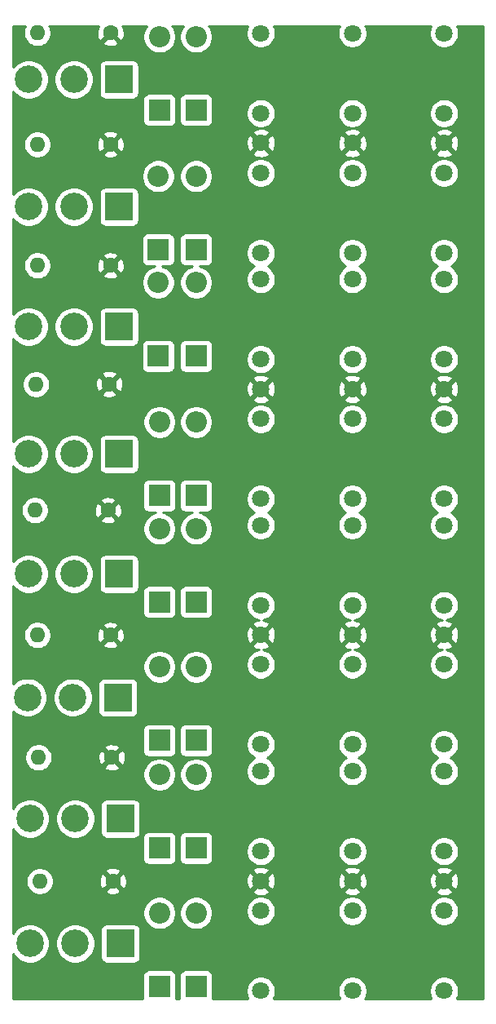
<source format=gbr>
%TF.GenerationSoftware,KiCad,Pcbnew,(5.1.6-0)*%
%TF.CreationDate,2023-01-04T15:53:52-05:00*%
%TF.ProjectId,AB MUTE,4142204d-5554-4452-9e6b-696361645f70,rev?*%
%TF.SameCoordinates,Original*%
%TF.FileFunction,Copper,L2,Bot*%
%TF.FilePolarity,Positive*%
%FSLAX46Y46*%
G04 Gerber Fmt 4.6, Leading zero omitted, Abs format (unit mm)*
G04 Created by KiCad (PCBNEW (5.1.6-0)) date 2023-01-04 15:53:52*
%MOMM*%
%LPD*%
G01*
G04 APERTURE LIST*
%TA.AperFunction,ComponentPad*%
%ADD10C,2.850000*%
%TD*%
%TA.AperFunction,ComponentPad*%
%ADD11R,2.850000X2.850000*%
%TD*%
%TA.AperFunction,ComponentPad*%
%ADD12C,1.600000*%
%TD*%
%TA.AperFunction,ComponentPad*%
%ADD13O,1.600000X1.600000*%
%TD*%
%TA.AperFunction,ComponentPad*%
%ADD14C,1.800000*%
%TD*%
%TA.AperFunction,ComponentPad*%
%ADD15R,2.200000X2.200000*%
%TD*%
%TA.AperFunction,ComponentPad*%
%ADD16O,2.200000X2.200000*%
%TD*%
%TA.AperFunction,Conductor*%
%ADD17C,0.254000*%
%TD*%
G04 APERTURE END LIST*
D10*
%TO.P,SW8,3*%
%TO.N,Net-(D16-Pad1)*%
X138302000Y-127635000D03*
%TO.P,SW8,2*%
%TO.N,Net-(J24-Pad3)*%
X143002000Y-127635000D03*
D11*
%TO.P,SW8,1*%
%TO.N,Net-(D15-Pad1)*%
X147702000Y-127635000D03*
%TD*%
D10*
%TO.P,SW7,3*%
%TO.N,Net-(D14-Pad1)*%
X138302000Y-114681000D03*
%TO.P,SW7,2*%
%TO.N,Net-(J23-Pad3)*%
X143002000Y-114681000D03*
D11*
%TO.P,SW7,1*%
%TO.N,Net-(D13-Pad1)*%
X147702000Y-114681000D03*
%TD*%
D10*
%TO.P,SW6,3*%
%TO.N,Net-(D12-Pad1)*%
X138048000Y-102108000D03*
%TO.P,SW6,2*%
%TO.N,Net-(J22-Pad3)*%
X142748000Y-102108000D03*
D11*
%TO.P,SW6,1*%
%TO.N,Net-(D11-Pad1)*%
X147448000Y-102108000D03*
%TD*%
D10*
%TO.P,SW5,3*%
%TO.N,Net-(D10-Pad1)*%
X138175000Y-51181000D03*
%TO.P,SW5,2*%
%TO.N,Net-(J15-Pad3)*%
X142875000Y-51181000D03*
D11*
%TO.P,SW5,1*%
%TO.N,Net-(D9-Pad1)*%
X147575000Y-51181000D03*
%TD*%
D10*
%TO.P,SW4,3*%
%TO.N,Net-(D8-Pad1)*%
X138175000Y-89281000D03*
%TO.P,SW4,2*%
%TO.N,Net-(J14-Pad3)*%
X142875000Y-89281000D03*
D11*
%TO.P,SW4,1*%
%TO.N,Net-(D7-Pad1)*%
X147575000Y-89281000D03*
%TD*%
D10*
%TO.P,SW3,3*%
%TO.N,Net-(D6-Pad1)*%
X138175000Y-76835000D03*
%TO.P,SW3,2*%
%TO.N,Net-(J13-Pad3)*%
X142875000Y-76835000D03*
D11*
%TO.P,SW3,1*%
%TO.N,Net-(D5-Pad1)*%
X147575000Y-76835000D03*
%TD*%
D10*
%TO.P,SW2,3*%
%TO.N,Net-(D4-Pad1)*%
X138175000Y-63627000D03*
%TO.P,SW2,2*%
%TO.N,Net-(J12-Pad3)*%
X142875000Y-63627000D03*
D11*
%TO.P,SW2,1*%
%TO.N,Net-(D3-Pad1)*%
X147575000Y-63627000D03*
%TD*%
D10*
%TO.P,SW1,3*%
%TO.N,Net-(D2-Pad1)*%
X138175000Y-37973000D03*
%TO.P,SW1,2*%
%TO.N,Net-(J3-Pad3)*%
X142875000Y-37973000D03*
D11*
%TO.P,SW1,1*%
%TO.N,Net-(D1-Pad1)*%
X147575000Y-37973000D03*
%TD*%
D12*
%TO.P,R8,1*%
%TO.N,GND*%
X146939000Y-121158000D03*
D13*
%TO.P,R8,2*%
%TO.N,Net-(J24-Pad3)*%
X139319000Y-121158000D03*
%TD*%
D12*
%TO.P,R7,1*%
%TO.N,GND*%
X146812000Y-108331000D03*
D13*
%TO.P,R7,2*%
%TO.N,Net-(J23-Pad3)*%
X139192000Y-108331000D03*
%TD*%
D12*
%TO.P,R6,1*%
%TO.N,GND*%
X146685000Y-95631000D03*
D13*
%TO.P,R6,2*%
%TO.N,Net-(J22-Pad3)*%
X139065000Y-95631000D03*
%TD*%
D12*
%TO.P,R5,1*%
%TO.N,GND*%
X146685000Y-44704000D03*
D13*
%TO.P,R5,2*%
%TO.N,Net-(J15-Pad3)*%
X139065000Y-44704000D03*
%TD*%
D12*
%TO.P,R4,1*%
%TO.N,GND*%
X146431000Y-82677000D03*
D13*
%TO.P,R4,2*%
%TO.N,Net-(J14-Pad3)*%
X138811000Y-82677000D03*
%TD*%
D12*
%TO.P,R3,1*%
%TO.N,GND*%
X146558000Y-69596000D03*
D13*
%TO.P,R3,2*%
%TO.N,Net-(J13-Pad3)*%
X138938000Y-69596000D03*
%TD*%
D12*
%TO.P,R2,1*%
%TO.N,GND*%
X146685000Y-57277000D03*
D13*
%TO.P,R2,2*%
%TO.N,Net-(J12-Pad3)*%
X139065000Y-57277000D03*
%TD*%
D12*
%TO.P,R1,1*%
%TO.N,GND*%
X146685000Y-33147000D03*
D13*
%TO.P,R1,2*%
%TO.N,Net-(J3-Pad3)*%
X139065000Y-33147000D03*
%TD*%
D14*
%TO.P,J24,3*%
%TO.N,Net-(J24-Pad3)*%
X181356000Y-132555000D03*
%TO.P,J24,1*%
%TO.N,GND*%
X181356000Y-121155000D03*
%TO.P,J24,2*%
%TO.N,Net-(J24-Pad2)*%
X181356000Y-124255000D03*
%TD*%
%TO.P,J23,3*%
%TO.N,Net-(J23-Pad3)*%
X181356000Y-109761000D03*
%TO.P,J23,1*%
%TO.N,GND*%
X181356000Y-121161000D03*
%TO.P,J23,2*%
%TO.N,Net-(J23-Pad2)*%
X181356000Y-118061000D03*
%TD*%
%TO.P,J22,3*%
%TO.N,Net-(J22-Pad3)*%
X181356000Y-106979000D03*
%TO.P,J22,1*%
%TO.N,GND*%
X181356000Y-95579000D03*
%TO.P,J22,2*%
%TO.N,Net-(J22-Pad2)*%
X181356000Y-98679000D03*
%TD*%
%TO.P,J21,3*%
%TO.N,Net-(D16-Pad2)*%
X171831000Y-132555000D03*
%TO.P,J21,1*%
%TO.N,GND*%
X171831000Y-121155000D03*
%TO.P,J21,2*%
%TO.N,Net-(J21-Pad2)*%
X171831000Y-124255000D03*
%TD*%
%TO.P,J20,3*%
%TO.N,Net-(D15-Pad2)*%
X162306000Y-132555000D03*
%TO.P,J20,1*%
%TO.N,GND*%
X162306000Y-121155000D03*
%TO.P,J20,2*%
%TO.N,Net-(J20-Pad2)*%
X162306000Y-124255000D03*
%TD*%
%TO.P,J19,3*%
%TO.N,Net-(D14-Pad2)*%
X171831000Y-109761000D03*
%TO.P,J19,1*%
%TO.N,GND*%
X171831000Y-121161000D03*
%TO.P,J19,2*%
%TO.N,Net-(J19-Pad2)*%
X171831000Y-118061000D03*
%TD*%
%TO.P,J18,3*%
%TO.N,Net-(D13-Pad2)*%
X162306000Y-109761000D03*
%TO.P,J18,1*%
%TO.N,GND*%
X162306000Y-121161000D03*
%TO.P,J18,2*%
%TO.N,Net-(J18-Pad2)*%
X162306000Y-118061000D03*
%TD*%
%TO.P,J17,3*%
%TO.N,Net-(D12-Pad2)*%
X171831000Y-106979000D03*
%TO.P,J17,1*%
%TO.N,GND*%
X171831000Y-95579000D03*
%TO.P,J17,2*%
%TO.N,Net-(J17-Pad2)*%
X171831000Y-98679000D03*
%TD*%
%TO.P,J16,3*%
%TO.N,Net-(D11-Pad2)*%
X162306000Y-106979000D03*
%TO.P,J16,1*%
%TO.N,GND*%
X162306000Y-95579000D03*
%TO.P,J16,2*%
%TO.N,Net-(J16-Pad2)*%
X162306000Y-98679000D03*
%TD*%
%TO.P,J15,3*%
%TO.N,Net-(J15-Pad3)*%
X181356000Y-55974000D03*
%TO.P,J15,1*%
%TO.N,GND*%
X181356000Y-44574000D03*
%TO.P,J15,2*%
%TO.N,Net-(J15-Pad2)*%
X181356000Y-47674000D03*
%TD*%
%TO.P,J14,3*%
%TO.N,Net-(J14-Pad3)*%
X181356000Y-84234000D03*
%TO.P,J14,1*%
%TO.N,GND*%
X181356000Y-95634000D03*
%TO.P,J14,2*%
%TO.N,Net-(J14-Pad2)*%
X181356000Y-92534000D03*
%TD*%
%TO.P,J13,3*%
%TO.N,Net-(J13-Pad3)*%
X181356000Y-81501000D03*
%TO.P,J13,1*%
%TO.N,GND*%
X181356000Y-70101000D03*
%TO.P,J13,2*%
%TO.N,Net-(J13-Pad2)*%
X181356000Y-73201000D03*
%TD*%
%TO.P,J12,3*%
%TO.N,Net-(J12-Pad3)*%
X181356000Y-58707000D03*
%TO.P,J12,1*%
%TO.N,GND*%
X181356000Y-70107000D03*
%TO.P,J12,2*%
%TO.N,Net-(J12-Pad2)*%
X181356000Y-67007000D03*
%TD*%
%TO.P,J11,3*%
%TO.N,Net-(D10-Pad2)*%
X171831000Y-55974000D03*
%TO.P,J11,1*%
%TO.N,GND*%
X171831000Y-44574000D03*
%TO.P,J11,2*%
%TO.N,Net-(J11-Pad2)*%
X171831000Y-47674000D03*
%TD*%
%TO.P,J10,3*%
%TO.N,Net-(D9-Pad2)*%
X162306000Y-55974000D03*
%TO.P,J10,1*%
%TO.N,GND*%
X162306000Y-44574000D03*
%TO.P,J10,2*%
%TO.N,Net-(J10-Pad2)*%
X162306000Y-47674000D03*
%TD*%
%TO.P,J9,3*%
%TO.N,Net-(D8-Pad2)*%
X171831000Y-84234000D03*
%TO.P,J9,1*%
%TO.N,GND*%
X171831000Y-95634000D03*
%TO.P,J9,2*%
%TO.N,Net-(J9-Pad2)*%
X171831000Y-92534000D03*
%TD*%
%TO.P,J8,3*%
%TO.N,Net-(D7-Pad2)*%
X162306000Y-84234000D03*
%TO.P,J8,1*%
%TO.N,GND*%
X162306000Y-95634000D03*
%TO.P,J8,2*%
%TO.N,Net-(J8-Pad2)*%
X162306000Y-92534000D03*
%TD*%
%TO.P,J7,3*%
%TO.N,Net-(D6-Pad2)*%
X171831000Y-81501000D03*
%TO.P,J7,1*%
%TO.N,GND*%
X171831000Y-70101000D03*
%TO.P,J7,2*%
%TO.N,Net-(J7-Pad2)*%
X171831000Y-73201000D03*
%TD*%
%TO.P,J6,3*%
%TO.N,Net-(D5-Pad2)*%
X162306000Y-81501000D03*
%TO.P,J6,1*%
%TO.N,GND*%
X162306000Y-70101000D03*
%TO.P,J6,2*%
%TO.N,Net-(J6-Pad2)*%
X162306000Y-73201000D03*
%TD*%
%TO.P,J5,3*%
%TO.N,Net-(D4-Pad2)*%
X171831000Y-58707000D03*
%TO.P,J5,1*%
%TO.N,GND*%
X171831000Y-70107000D03*
%TO.P,J5,2*%
%TO.N,Net-(J5-Pad2)*%
X171831000Y-67007000D03*
%TD*%
%TO.P,J4,3*%
%TO.N,Net-(D3-Pad2)*%
X162306000Y-58707000D03*
%TO.P,J4,1*%
%TO.N,GND*%
X162306000Y-70107000D03*
%TO.P,J4,2*%
%TO.N,Net-(J4-Pad2)*%
X162306000Y-67007000D03*
%TD*%
%TO.P,J3,3*%
%TO.N,Net-(J3-Pad3)*%
X181356000Y-33180000D03*
%TO.P,J3,1*%
%TO.N,GND*%
X181356000Y-44580000D03*
%TO.P,J3,2*%
%TO.N,Net-(J3-Pad2)*%
X181356000Y-41480000D03*
%TD*%
%TO.P,J2,3*%
%TO.N,Net-(D2-Pad2)*%
X171831000Y-33180000D03*
%TO.P,J2,1*%
%TO.N,GND*%
X171831000Y-44580000D03*
%TO.P,J2,2*%
%TO.N,Net-(J2-Pad2)*%
X171831000Y-41480000D03*
%TD*%
%TO.P,J1,3*%
%TO.N,Net-(D1-Pad2)*%
X162306000Y-33180000D03*
%TO.P,J1,1*%
%TO.N,GND*%
X162306000Y-44580000D03*
%TO.P,J1,2*%
%TO.N,Net-(J1-Pad2)*%
X162306000Y-41480000D03*
%TD*%
D15*
%TO.P,D16,1*%
%TO.N,Net-(D16-Pad1)*%
X151765000Y-132080000D03*
D16*
%TO.P,D16,2*%
%TO.N,Net-(D16-Pad2)*%
X151765000Y-124460000D03*
%TD*%
D15*
%TO.P,D15,1*%
%TO.N,Net-(D15-Pad1)*%
X155575000Y-132080000D03*
D16*
%TO.P,D15,2*%
%TO.N,Net-(D15-Pad2)*%
X155575000Y-124460000D03*
%TD*%
D15*
%TO.P,D14,1*%
%TO.N,Net-(D14-Pad1)*%
X151765000Y-117729000D03*
D16*
%TO.P,D14,2*%
%TO.N,Net-(D14-Pad2)*%
X151765000Y-110109000D03*
%TD*%
D15*
%TO.P,D13,1*%
%TO.N,Net-(D13-Pad1)*%
X155575000Y-117729000D03*
D16*
%TO.P,D13,2*%
%TO.N,Net-(D13-Pad2)*%
X155575000Y-110109000D03*
%TD*%
D15*
%TO.P,D12,1*%
%TO.N,Net-(D12-Pad1)*%
X151765000Y-106553000D03*
D16*
%TO.P,D12,2*%
%TO.N,Net-(D12-Pad2)*%
X151765000Y-98933000D03*
%TD*%
D15*
%TO.P,D11,1*%
%TO.N,Net-(D11-Pad1)*%
X155575000Y-106553000D03*
D16*
%TO.P,D11,2*%
%TO.N,Net-(D11-Pad2)*%
X155575000Y-98933000D03*
%TD*%
D15*
%TO.P,D10,1*%
%TO.N,Net-(D10-Pad1)*%
X151638000Y-55626000D03*
D16*
%TO.P,D10,2*%
%TO.N,Net-(D10-Pad2)*%
X151638000Y-48006000D03*
%TD*%
D15*
%TO.P,D9,1*%
%TO.N,Net-(D9-Pad1)*%
X155575000Y-55626000D03*
D16*
%TO.P,D9,2*%
%TO.N,Net-(D9-Pad2)*%
X155575000Y-48006000D03*
%TD*%
D15*
%TO.P,D8,1*%
%TO.N,Net-(D8-Pad1)*%
X151765000Y-92202000D03*
D16*
%TO.P,D8,2*%
%TO.N,Net-(D8-Pad2)*%
X151765000Y-84582000D03*
%TD*%
D15*
%TO.P,D7,1*%
%TO.N,Net-(D7-Pad1)*%
X155575000Y-92202000D03*
D16*
%TO.P,D7,2*%
%TO.N,Net-(D7-Pad2)*%
X155575000Y-84582000D03*
%TD*%
D15*
%TO.P,D6,1*%
%TO.N,Net-(D6-Pad1)*%
X151765000Y-81153000D03*
D16*
%TO.P,D6,2*%
%TO.N,Net-(D6-Pad2)*%
X151765000Y-73533000D03*
%TD*%
D15*
%TO.P,D5,1*%
%TO.N,Net-(D5-Pad1)*%
X155575000Y-81153000D03*
D16*
%TO.P,D5,2*%
%TO.N,Net-(D5-Pad2)*%
X155575000Y-73533000D03*
%TD*%
D15*
%TO.P,D4,1*%
%TO.N,Net-(D4-Pad1)*%
X151638000Y-66675000D03*
D16*
%TO.P,D4,2*%
%TO.N,Net-(D4-Pad2)*%
X151638000Y-59055000D03*
%TD*%
D15*
%TO.P,D3,1*%
%TO.N,Net-(D3-Pad1)*%
X155575000Y-66675000D03*
D16*
%TO.P,D3,2*%
%TO.N,Net-(D3-Pad2)*%
X155575000Y-59055000D03*
%TD*%
D15*
%TO.P,D2,1*%
%TO.N,Net-(D2-Pad1)*%
X151765000Y-41148000D03*
D16*
%TO.P,D2,2*%
%TO.N,Net-(D2-Pad2)*%
X151765000Y-33528000D03*
%TD*%
D15*
%TO.P,D1,1*%
%TO.N,Net-(D1-Pad1)*%
X155575000Y-41148000D03*
D16*
%TO.P,D1,2*%
%TO.N,Net-(D1-Pad2)*%
X155575000Y-33528000D03*
%TD*%
D17*
%TO.N,GND*%
G36*
X137793320Y-32467273D02*
G01*
X137685147Y-32728426D01*
X137630000Y-33005665D01*
X137630000Y-33288335D01*
X137685147Y-33565574D01*
X137793320Y-33826727D01*
X137950363Y-34061759D01*
X138150241Y-34261637D01*
X138385273Y-34418680D01*
X138646426Y-34526853D01*
X138923665Y-34582000D01*
X139206335Y-34582000D01*
X139483574Y-34526853D01*
X139744727Y-34418680D01*
X139979759Y-34261637D01*
X140101694Y-34139702D01*
X145871903Y-34139702D01*
X145943486Y-34383671D01*
X146198996Y-34504571D01*
X146473184Y-34573300D01*
X146755512Y-34587217D01*
X147035130Y-34545787D01*
X147301292Y-34450603D01*
X147426514Y-34383671D01*
X147498097Y-34139702D01*
X146685000Y-33326605D01*
X145871903Y-34139702D01*
X140101694Y-34139702D01*
X140179637Y-34061759D01*
X140336680Y-33826727D01*
X140444853Y-33565574D01*
X140500000Y-33288335D01*
X140500000Y-33005665D01*
X140444853Y-32728426D01*
X140336680Y-32467273D01*
X140298411Y-32410000D01*
X145446193Y-32410000D01*
X145327429Y-32660996D01*
X145258700Y-32935184D01*
X145244783Y-33217512D01*
X145286213Y-33497130D01*
X145381397Y-33763292D01*
X145448329Y-33888514D01*
X145692298Y-33960097D01*
X146505395Y-33147000D01*
X146491253Y-33132858D01*
X146670858Y-32953253D01*
X146685000Y-32967395D01*
X146699143Y-32953253D01*
X146878748Y-33132858D01*
X146864605Y-33147000D01*
X147677702Y-33960097D01*
X147921671Y-33888514D01*
X148042571Y-33633004D01*
X148111300Y-33358816D01*
X148125217Y-33076488D01*
X148083787Y-32796870D01*
X147988603Y-32530708D01*
X147924084Y-32410000D01*
X150429339Y-32410000D01*
X150417337Y-32422002D01*
X150227463Y-32706169D01*
X150096675Y-33021919D01*
X150030000Y-33357117D01*
X150030000Y-33698883D01*
X150096675Y-34034081D01*
X150227463Y-34349831D01*
X150417337Y-34633998D01*
X150659002Y-34875663D01*
X150943169Y-35065537D01*
X151258919Y-35196325D01*
X151594117Y-35263000D01*
X151935883Y-35263000D01*
X152271081Y-35196325D01*
X152586831Y-35065537D01*
X152870998Y-34875663D01*
X153112663Y-34633998D01*
X153302537Y-34349831D01*
X153433325Y-34034081D01*
X153500000Y-33698883D01*
X153500000Y-33357117D01*
X153433325Y-33021919D01*
X153302537Y-32706169D01*
X153112663Y-32422002D01*
X153100661Y-32410000D01*
X154239339Y-32410000D01*
X154227337Y-32422002D01*
X154037463Y-32706169D01*
X153906675Y-33021919D01*
X153840000Y-33357117D01*
X153840000Y-33698883D01*
X153906675Y-34034081D01*
X154037463Y-34349831D01*
X154227337Y-34633998D01*
X154469002Y-34875663D01*
X154753169Y-35065537D01*
X155068919Y-35196325D01*
X155404117Y-35263000D01*
X155745883Y-35263000D01*
X156081081Y-35196325D01*
X156396831Y-35065537D01*
X156680998Y-34875663D01*
X156922663Y-34633998D01*
X157112537Y-34349831D01*
X157243325Y-34034081D01*
X157310000Y-33698883D01*
X157310000Y-33357117D01*
X157243325Y-33021919D01*
X157112537Y-32706169D01*
X156922663Y-32422002D01*
X156910661Y-32410000D01*
X160974369Y-32410000D01*
X160945701Y-32452905D01*
X160829989Y-32732257D01*
X160771000Y-33028816D01*
X160771000Y-33331184D01*
X160829989Y-33627743D01*
X160945701Y-33907095D01*
X161113688Y-34158505D01*
X161327495Y-34372312D01*
X161578905Y-34540299D01*
X161858257Y-34656011D01*
X162154816Y-34715000D01*
X162457184Y-34715000D01*
X162753743Y-34656011D01*
X163033095Y-34540299D01*
X163284505Y-34372312D01*
X163498312Y-34158505D01*
X163666299Y-33907095D01*
X163782011Y-33627743D01*
X163841000Y-33331184D01*
X163841000Y-33028816D01*
X163782011Y-32732257D01*
X163666299Y-32452905D01*
X163637631Y-32410000D01*
X170499369Y-32410000D01*
X170470701Y-32452905D01*
X170354989Y-32732257D01*
X170296000Y-33028816D01*
X170296000Y-33331184D01*
X170354989Y-33627743D01*
X170470701Y-33907095D01*
X170638688Y-34158505D01*
X170852495Y-34372312D01*
X171103905Y-34540299D01*
X171383257Y-34656011D01*
X171679816Y-34715000D01*
X171982184Y-34715000D01*
X172278743Y-34656011D01*
X172558095Y-34540299D01*
X172809505Y-34372312D01*
X173023312Y-34158505D01*
X173191299Y-33907095D01*
X173307011Y-33627743D01*
X173366000Y-33331184D01*
X173366000Y-33028816D01*
X173307011Y-32732257D01*
X173191299Y-32452905D01*
X173162631Y-32410000D01*
X180024369Y-32410000D01*
X179995701Y-32452905D01*
X179879989Y-32732257D01*
X179821000Y-33028816D01*
X179821000Y-33331184D01*
X179879989Y-33627743D01*
X179995701Y-33907095D01*
X180163688Y-34158505D01*
X180377495Y-34372312D01*
X180628905Y-34540299D01*
X180908257Y-34656011D01*
X181204816Y-34715000D01*
X181507184Y-34715000D01*
X181803743Y-34656011D01*
X182083095Y-34540299D01*
X182334505Y-34372312D01*
X182548312Y-34158505D01*
X182716299Y-33907095D01*
X182832011Y-33627743D01*
X182891000Y-33331184D01*
X182891000Y-33028816D01*
X182832011Y-32732257D01*
X182716299Y-32452905D01*
X182687631Y-32410000D01*
X185395000Y-32410000D01*
X185395001Y-132047572D01*
X185395000Y-132047582D01*
X185395001Y-133325000D01*
X182687631Y-133325000D01*
X182716299Y-133282095D01*
X182832011Y-133002743D01*
X182891000Y-132706184D01*
X182891000Y-132403816D01*
X182832011Y-132107257D01*
X182716299Y-131827905D01*
X182548312Y-131576495D01*
X182334505Y-131362688D01*
X182083095Y-131194701D01*
X181803743Y-131078989D01*
X181507184Y-131020000D01*
X181204816Y-131020000D01*
X180908257Y-131078989D01*
X180628905Y-131194701D01*
X180377495Y-131362688D01*
X180163688Y-131576495D01*
X179995701Y-131827905D01*
X179879989Y-132107257D01*
X179821000Y-132403816D01*
X179821000Y-132706184D01*
X179879989Y-133002743D01*
X179995701Y-133282095D01*
X180024369Y-133325000D01*
X173162631Y-133325000D01*
X173191299Y-133282095D01*
X173307011Y-133002743D01*
X173366000Y-132706184D01*
X173366000Y-132403816D01*
X173307011Y-132107257D01*
X173191299Y-131827905D01*
X173023312Y-131576495D01*
X172809505Y-131362688D01*
X172558095Y-131194701D01*
X172278743Y-131078989D01*
X171982184Y-131020000D01*
X171679816Y-131020000D01*
X171383257Y-131078989D01*
X171103905Y-131194701D01*
X170852495Y-131362688D01*
X170638688Y-131576495D01*
X170470701Y-131827905D01*
X170354989Y-132107257D01*
X170296000Y-132403816D01*
X170296000Y-132706184D01*
X170354989Y-133002743D01*
X170470701Y-133282095D01*
X170499369Y-133325000D01*
X163637631Y-133325000D01*
X163666299Y-133282095D01*
X163782011Y-133002743D01*
X163841000Y-132706184D01*
X163841000Y-132403816D01*
X163782011Y-132107257D01*
X163666299Y-131827905D01*
X163498312Y-131576495D01*
X163284505Y-131362688D01*
X163033095Y-131194701D01*
X162753743Y-131078989D01*
X162457184Y-131020000D01*
X162154816Y-131020000D01*
X161858257Y-131078989D01*
X161578905Y-131194701D01*
X161327495Y-131362688D01*
X161113688Y-131576495D01*
X160945701Y-131827905D01*
X160829989Y-132107257D01*
X160771000Y-132403816D01*
X160771000Y-132706184D01*
X160829989Y-133002743D01*
X160945701Y-133282095D01*
X160974369Y-133325000D01*
X157294588Y-133325000D01*
X157300812Y-133304482D01*
X157313072Y-133180000D01*
X157313072Y-130980000D01*
X157300812Y-130855518D01*
X157264502Y-130735820D01*
X157205537Y-130625506D01*
X157126185Y-130528815D01*
X157029494Y-130449463D01*
X156919180Y-130390498D01*
X156799482Y-130354188D01*
X156675000Y-130341928D01*
X154475000Y-130341928D01*
X154350518Y-130354188D01*
X154230820Y-130390498D01*
X154120506Y-130449463D01*
X154023815Y-130528815D01*
X153944463Y-130625506D01*
X153885498Y-130735820D01*
X153849188Y-130855518D01*
X153836928Y-130980000D01*
X153836928Y-133180000D01*
X153849188Y-133304482D01*
X153855412Y-133325000D01*
X153484588Y-133325000D01*
X153490812Y-133304482D01*
X153503072Y-133180000D01*
X153503072Y-130980000D01*
X153490812Y-130855518D01*
X153454502Y-130735820D01*
X153395537Y-130625506D01*
X153316185Y-130528815D01*
X153219494Y-130449463D01*
X153109180Y-130390498D01*
X152989482Y-130354188D01*
X152865000Y-130341928D01*
X150665000Y-130341928D01*
X150540518Y-130354188D01*
X150420820Y-130390498D01*
X150310506Y-130449463D01*
X150213815Y-130528815D01*
X150134463Y-130625506D01*
X150075498Y-130735820D01*
X150039188Y-130855518D01*
X150026928Y-130980000D01*
X150026928Y-133180000D01*
X150039188Y-133304482D01*
X150045412Y-133325000D01*
X136550000Y-133325000D01*
X136550000Y-128720848D01*
X136701894Y-128948173D01*
X136988827Y-129235106D01*
X137326224Y-129460548D01*
X137701120Y-129615835D01*
X138099108Y-129695000D01*
X138504892Y-129695000D01*
X138902880Y-129615835D01*
X139277776Y-129460548D01*
X139615173Y-129235106D01*
X139902106Y-128948173D01*
X140127548Y-128610776D01*
X140282835Y-128235880D01*
X140362000Y-127837892D01*
X140362000Y-127432108D01*
X140942000Y-127432108D01*
X140942000Y-127837892D01*
X141021165Y-128235880D01*
X141176452Y-128610776D01*
X141401894Y-128948173D01*
X141688827Y-129235106D01*
X142026224Y-129460548D01*
X142401120Y-129615835D01*
X142799108Y-129695000D01*
X143204892Y-129695000D01*
X143602880Y-129615835D01*
X143977776Y-129460548D01*
X144315173Y-129235106D01*
X144602106Y-128948173D01*
X144827548Y-128610776D01*
X144982835Y-128235880D01*
X145062000Y-127837892D01*
X145062000Y-127432108D01*
X144982835Y-127034120D01*
X144827548Y-126659224D01*
X144602106Y-126321827D01*
X144490279Y-126210000D01*
X145638928Y-126210000D01*
X145638928Y-129060000D01*
X145651188Y-129184482D01*
X145687498Y-129304180D01*
X145746463Y-129414494D01*
X145825815Y-129511185D01*
X145922506Y-129590537D01*
X146032820Y-129649502D01*
X146152518Y-129685812D01*
X146277000Y-129698072D01*
X149127000Y-129698072D01*
X149251482Y-129685812D01*
X149371180Y-129649502D01*
X149481494Y-129590537D01*
X149578185Y-129511185D01*
X149657537Y-129414494D01*
X149716502Y-129304180D01*
X149752812Y-129184482D01*
X149765072Y-129060000D01*
X149765072Y-126210000D01*
X149752812Y-126085518D01*
X149716502Y-125965820D01*
X149657537Y-125855506D01*
X149578185Y-125758815D01*
X149481494Y-125679463D01*
X149371180Y-125620498D01*
X149251482Y-125584188D01*
X149127000Y-125571928D01*
X146277000Y-125571928D01*
X146152518Y-125584188D01*
X146032820Y-125620498D01*
X145922506Y-125679463D01*
X145825815Y-125758815D01*
X145746463Y-125855506D01*
X145687498Y-125965820D01*
X145651188Y-126085518D01*
X145638928Y-126210000D01*
X144490279Y-126210000D01*
X144315173Y-126034894D01*
X143977776Y-125809452D01*
X143602880Y-125654165D01*
X143204892Y-125575000D01*
X142799108Y-125575000D01*
X142401120Y-125654165D01*
X142026224Y-125809452D01*
X141688827Y-126034894D01*
X141401894Y-126321827D01*
X141176452Y-126659224D01*
X141021165Y-127034120D01*
X140942000Y-127432108D01*
X140362000Y-127432108D01*
X140282835Y-127034120D01*
X140127548Y-126659224D01*
X139902106Y-126321827D01*
X139615173Y-126034894D01*
X139277776Y-125809452D01*
X138902880Y-125654165D01*
X138504892Y-125575000D01*
X138099108Y-125575000D01*
X137701120Y-125654165D01*
X137326224Y-125809452D01*
X136988827Y-126034894D01*
X136701894Y-126321827D01*
X136550000Y-126549152D01*
X136550000Y-124289117D01*
X150030000Y-124289117D01*
X150030000Y-124630883D01*
X150096675Y-124966081D01*
X150227463Y-125281831D01*
X150417337Y-125565998D01*
X150659002Y-125807663D01*
X150943169Y-125997537D01*
X151258919Y-126128325D01*
X151594117Y-126195000D01*
X151935883Y-126195000D01*
X152271081Y-126128325D01*
X152586831Y-125997537D01*
X152870998Y-125807663D01*
X153112663Y-125565998D01*
X153302537Y-125281831D01*
X153433325Y-124966081D01*
X153500000Y-124630883D01*
X153500000Y-124289117D01*
X153840000Y-124289117D01*
X153840000Y-124630883D01*
X153906675Y-124966081D01*
X154037463Y-125281831D01*
X154227337Y-125565998D01*
X154469002Y-125807663D01*
X154753169Y-125997537D01*
X155068919Y-126128325D01*
X155404117Y-126195000D01*
X155745883Y-126195000D01*
X156081081Y-126128325D01*
X156396831Y-125997537D01*
X156680998Y-125807663D01*
X156922663Y-125565998D01*
X157112537Y-125281831D01*
X157243325Y-124966081D01*
X157310000Y-124630883D01*
X157310000Y-124289117D01*
X157273142Y-124103816D01*
X160771000Y-124103816D01*
X160771000Y-124406184D01*
X160829989Y-124702743D01*
X160945701Y-124982095D01*
X161113688Y-125233505D01*
X161327495Y-125447312D01*
X161578905Y-125615299D01*
X161858257Y-125731011D01*
X162154816Y-125790000D01*
X162457184Y-125790000D01*
X162753743Y-125731011D01*
X163033095Y-125615299D01*
X163284505Y-125447312D01*
X163498312Y-125233505D01*
X163666299Y-124982095D01*
X163782011Y-124702743D01*
X163841000Y-124406184D01*
X163841000Y-124103816D01*
X170296000Y-124103816D01*
X170296000Y-124406184D01*
X170354989Y-124702743D01*
X170470701Y-124982095D01*
X170638688Y-125233505D01*
X170852495Y-125447312D01*
X171103905Y-125615299D01*
X171383257Y-125731011D01*
X171679816Y-125790000D01*
X171982184Y-125790000D01*
X172278743Y-125731011D01*
X172558095Y-125615299D01*
X172809505Y-125447312D01*
X173023312Y-125233505D01*
X173191299Y-124982095D01*
X173307011Y-124702743D01*
X173366000Y-124406184D01*
X173366000Y-124103816D01*
X179821000Y-124103816D01*
X179821000Y-124406184D01*
X179879989Y-124702743D01*
X179995701Y-124982095D01*
X180163688Y-125233505D01*
X180377495Y-125447312D01*
X180628905Y-125615299D01*
X180908257Y-125731011D01*
X181204816Y-125790000D01*
X181507184Y-125790000D01*
X181803743Y-125731011D01*
X182083095Y-125615299D01*
X182334505Y-125447312D01*
X182548312Y-125233505D01*
X182716299Y-124982095D01*
X182832011Y-124702743D01*
X182891000Y-124406184D01*
X182891000Y-124103816D01*
X182832011Y-123807257D01*
X182716299Y-123527905D01*
X182548312Y-123276495D01*
X182334505Y-123062688D01*
X182083095Y-122894701D01*
X181803743Y-122778989D01*
X181507184Y-122720000D01*
X181204816Y-122720000D01*
X180908257Y-122778989D01*
X180628905Y-122894701D01*
X180377495Y-123062688D01*
X180163688Y-123276495D01*
X179995701Y-123527905D01*
X179879989Y-123807257D01*
X179821000Y-124103816D01*
X173366000Y-124103816D01*
X173307011Y-123807257D01*
X173191299Y-123527905D01*
X173023312Y-123276495D01*
X172809505Y-123062688D01*
X172558095Y-122894701D01*
X172278743Y-122778989D01*
X171982184Y-122720000D01*
X171679816Y-122720000D01*
X171383257Y-122778989D01*
X171103905Y-122894701D01*
X170852495Y-123062688D01*
X170638688Y-123276495D01*
X170470701Y-123527905D01*
X170354989Y-123807257D01*
X170296000Y-124103816D01*
X163841000Y-124103816D01*
X163782011Y-123807257D01*
X163666299Y-123527905D01*
X163498312Y-123276495D01*
X163284505Y-123062688D01*
X163033095Y-122894701D01*
X162753743Y-122778989D01*
X162457184Y-122720000D01*
X162154816Y-122720000D01*
X161858257Y-122778989D01*
X161578905Y-122894701D01*
X161327495Y-123062688D01*
X161113688Y-123276495D01*
X160945701Y-123527905D01*
X160829989Y-123807257D01*
X160771000Y-124103816D01*
X157273142Y-124103816D01*
X157243325Y-123953919D01*
X157112537Y-123638169D01*
X156922663Y-123354002D01*
X156680998Y-123112337D01*
X156396831Y-122922463D01*
X156081081Y-122791675D01*
X155745883Y-122725000D01*
X155404117Y-122725000D01*
X155068919Y-122791675D01*
X154753169Y-122922463D01*
X154469002Y-123112337D01*
X154227337Y-123354002D01*
X154037463Y-123638169D01*
X153906675Y-123953919D01*
X153840000Y-124289117D01*
X153500000Y-124289117D01*
X153433325Y-123953919D01*
X153302537Y-123638169D01*
X153112663Y-123354002D01*
X152870998Y-123112337D01*
X152586831Y-122922463D01*
X152271081Y-122791675D01*
X151935883Y-122725000D01*
X151594117Y-122725000D01*
X151258919Y-122791675D01*
X150943169Y-122922463D01*
X150659002Y-123112337D01*
X150417337Y-123354002D01*
X150227463Y-123638169D01*
X150096675Y-123953919D01*
X150030000Y-124289117D01*
X136550000Y-124289117D01*
X136550000Y-121016665D01*
X137884000Y-121016665D01*
X137884000Y-121299335D01*
X137939147Y-121576574D01*
X138047320Y-121837727D01*
X138204363Y-122072759D01*
X138404241Y-122272637D01*
X138639273Y-122429680D01*
X138900426Y-122537853D01*
X139177665Y-122593000D01*
X139460335Y-122593000D01*
X139737574Y-122537853D01*
X139998727Y-122429680D01*
X140233759Y-122272637D01*
X140355694Y-122150702D01*
X146125903Y-122150702D01*
X146197486Y-122394671D01*
X146452996Y-122515571D01*
X146727184Y-122584300D01*
X147009512Y-122598217D01*
X147289130Y-122556787D01*
X147555292Y-122461603D01*
X147680514Y-122394671D01*
X147732034Y-122219080D01*
X161421525Y-122219080D01*
X161423011Y-122223594D01*
X161421525Y-122225080D01*
X161505208Y-122479261D01*
X161777775Y-122610158D01*
X162070642Y-122685365D01*
X162372553Y-122701991D01*
X162671907Y-122659397D01*
X162957199Y-122559222D01*
X163106792Y-122479261D01*
X163190475Y-122225080D01*
X163188989Y-122223594D01*
X163190475Y-122219080D01*
X170946525Y-122219080D01*
X170948011Y-122223594D01*
X170946525Y-122225080D01*
X171030208Y-122479261D01*
X171302775Y-122610158D01*
X171595642Y-122685365D01*
X171897553Y-122701991D01*
X172196907Y-122659397D01*
X172482199Y-122559222D01*
X172631792Y-122479261D01*
X172715475Y-122225080D01*
X172713989Y-122223594D01*
X172715475Y-122219080D01*
X180471525Y-122219080D01*
X180473011Y-122223594D01*
X180471525Y-122225080D01*
X180555208Y-122479261D01*
X180827775Y-122610158D01*
X181120642Y-122685365D01*
X181422553Y-122701991D01*
X181721907Y-122659397D01*
X182007199Y-122559222D01*
X182156792Y-122479261D01*
X182240475Y-122225080D01*
X182238989Y-122223594D01*
X182240475Y-122219080D01*
X181356000Y-121334605D01*
X180471525Y-122219080D01*
X172715475Y-122219080D01*
X171831000Y-121334605D01*
X170946525Y-122219080D01*
X163190475Y-122219080D01*
X162306000Y-121334605D01*
X161421525Y-122219080D01*
X147732034Y-122219080D01*
X147752097Y-122150702D01*
X146939000Y-121337605D01*
X146125903Y-122150702D01*
X140355694Y-122150702D01*
X140433637Y-122072759D01*
X140590680Y-121837727D01*
X140698853Y-121576574D01*
X140754000Y-121299335D01*
X140754000Y-121228512D01*
X145498783Y-121228512D01*
X145540213Y-121508130D01*
X145635397Y-121774292D01*
X145702329Y-121899514D01*
X145946298Y-121971097D01*
X146759395Y-121158000D01*
X147118605Y-121158000D01*
X147931702Y-121971097D01*
X148175671Y-121899514D01*
X148296571Y-121644004D01*
X148365300Y-121369816D01*
X148372608Y-121221553D01*
X160765009Y-121221553D01*
X160765247Y-121223227D01*
X160765009Y-121227553D01*
X160807603Y-121526907D01*
X160907778Y-121812199D01*
X160987739Y-121961792D01*
X161241920Y-122045475D01*
X162126395Y-121161000D01*
X162123395Y-121158000D01*
X162126395Y-121155000D01*
X162485605Y-121155000D01*
X162488605Y-121158000D01*
X162485605Y-121161000D01*
X163370080Y-122045475D01*
X163624261Y-121961792D01*
X163755158Y-121689225D01*
X163830365Y-121396358D01*
X163839991Y-121221553D01*
X170290009Y-121221553D01*
X170290247Y-121223227D01*
X170290009Y-121227553D01*
X170332603Y-121526907D01*
X170432778Y-121812199D01*
X170512739Y-121961792D01*
X170766920Y-122045475D01*
X171651395Y-121161000D01*
X171648395Y-121158000D01*
X171651395Y-121155000D01*
X172010605Y-121155000D01*
X172013605Y-121158000D01*
X172010605Y-121161000D01*
X172895080Y-122045475D01*
X173149261Y-121961792D01*
X173280158Y-121689225D01*
X173355365Y-121396358D01*
X173364991Y-121221553D01*
X179815009Y-121221553D01*
X179815247Y-121223227D01*
X179815009Y-121227553D01*
X179857603Y-121526907D01*
X179957778Y-121812199D01*
X180037739Y-121961792D01*
X180291920Y-122045475D01*
X181176395Y-121161000D01*
X181173395Y-121158000D01*
X181176395Y-121155000D01*
X181535605Y-121155000D01*
X181538605Y-121158000D01*
X181535605Y-121161000D01*
X182420080Y-122045475D01*
X182674261Y-121961792D01*
X182805158Y-121689225D01*
X182880365Y-121396358D01*
X182896991Y-121094447D01*
X182896753Y-121092773D01*
X182896991Y-121088447D01*
X182854397Y-120789093D01*
X182754222Y-120503801D01*
X182674261Y-120354208D01*
X182420080Y-120270525D01*
X181535605Y-121155000D01*
X181176395Y-121155000D01*
X180291920Y-120270525D01*
X180037739Y-120354208D01*
X179906842Y-120626775D01*
X179831635Y-120919642D01*
X179815009Y-121221553D01*
X173364991Y-121221553D01*
X173371991Y-121094447D01*
X173371753Y-121092773D01*
X173371991Y-121088447D01*
X173329397Y-120789093D01*
X173229222Y-120503801D01*
X173149261Y-120354208D01*
X172895080Y-120270525D01*
X172010605Y-121155000D01*
X171651395Y-121155000D01*
X170766920Y-120270525D01*
X170512739Y-120354208D01*
X170381842Y-120626775D01*
X170306635Y-120919642D01*
X170290009Y-121221553D01*
X163839991Y-121221553D01*
X163846991Y-121094447D01*
X163846753Y-121092773D01*
X163846991Y-121088447D01*
X163804397Y-120789093D01*
X163704222Y-120503801D01*
X163624261Y-120354208D01*
X163370080Y-120270525D01*
X162485605Y-121155000D01*
X162126395Y-121155000D01*
X161241920Y-120270525D01*
X160987739Y-120354208D01*
X160856842Y-120626775D01*
X160781635Y-120919642D01*
X160765009Y-121221553D01*
X148372608Y-121221553D01*
X148379217Y-121087488D01*
X148337787Y-120807870D01*
X148242603Y-120541708D01*
X148175671Y-120416486D01*
X147931702Y-120344903D01*
X147118605Y-121158000D01*
X146759395Y-121158000D01*
X145946298Y-120344903D01*
X145702329Y-120416486D01*
X145581429Y-120671996D01*
X145512700Y-120946184D01*
X145498783Y-121228512D01*
X140754000Y-121228512D01*
X140754000Y-121016665D01*
X140698853Y-120739426D01*
X140590680Y-120478273D01*
X140433637Y-120243241D01*
X140355694Y-120165298D01*
X146125903Y-120165298D01*
X146939000Y-120978395D01*
X147752097Y-120165298D01*
X147730274Y-120090920D01*
X161421525Y-120090920D01*
X161423011Y-120092406D01*
X161421525Y-120096920D01*
X162306000Y-120981395D01*
X163190475Y-120096920D01*
X163188989Y-120092406D01*
X163190475Y-120090920D01*
X170946525Y-120090920D01*
X170948011Y-120092406D01*
X170946525Y-120096920D01*
X171831000Y-120981395D01*
X172715475Y-120096920D01*
X172713989Y-120092406D01*
X172715475Y-120090920D01*
X180471525Y-120090920D01*
X180473011Y-120092406D01*
X180471525Y-120096920D01*
X181356000Y-120981395D01*
X182240475Y-120096920D01*
X182238989Y-120092406D01*
X182240475Y-120090920D01*
X182156792Y-119836739D01*
X181884225Y-119705842D01*
X181591358Y-119630635D01*
X181289447Y-119614009D01*
X180990093Y-119656603D01*
X180704801Y-119756778D01*
X180555208Y-119836739D01*
X180471525Y-120090920D01*
X172715475Y-120090920D01*
X172631792Y-119836739D01*
X172359225Y-119705842D01*
X172066358Y-119630635D01*
X171764447Y-119614009D01*
X171465093Y-119656603D01*
X171179801Y-119756778D01*
X171030208Y-119836739D01*
X170946525Y-120090920D01*
X163190475Y-120090920D01*
X163106792Y-119836739D01*
X162834225Y-119705842D01*
X162541358Y-119630635D01*
X162239447Y-119614009D01*
X161940093Y-119656603D01*
X161654801Y-119756778D01*
X161505208Y-119836739D01*
X161421525Y-120090920D01*
X147730274Y-120090920D01*
X147680514Y-119921329D01*
X147425004Y-119800429D01*
X147150816Y-119731700D01*
X146868488Y-119717783D01*
X146588870Y-119759213D01*
X146322708Y-119854397D01*
X146197486Y-119921329D01*
X146125903Y-120165298D01*
X140355694Y-120165298D01*
X140233759Y-120043363D01*
X139998727Y-119886320D01*
X139737574Y-119778147D01*
X139460335Y-119723000D01*
X139177665Y-119723000D01*
X138900426Y-119778147D01*
X138639273Y-119886320D01*
X138404241Y-120043363D01*
X138204363Y-120243241D01*
X138047320Y-120478273D01*
X137939147Y-120739426D01*
X137884000Y-121016665D01*
X136550000Y-121016665D01*
X136550000Y-115766848D01*
X136701894Y-115994173D01*
X136988827Y-116281106D01*
X137326224Y-116506548D01*
X137701120Y-116661835D01*
X138099108Y-116741000D01*
X138504892Y-116741000D01*
X138902880Y-116661835D01*
X139277776Y-116506548D01*
X139615173Y-116281106D01*
X139902106Y-115994173D01*
X140127548Y-115656776D01*
X140282835Y-115281880D01*
X140362000Y-114883892D01*
X140362000Y-114478108D01*
X140942000Y-114478108D01*
X140942000Y-114883892D01*
X141021165Y-115281880D01*
X141176452Y-115656776D01*
X141401894Y-115994173D01*
X141688827Y-116281106D01*
X142026224Y-116506548D01*
X142401120Y-116661835D01*
X142799108Y-116741000D01*
X143204892Y-116741000D01*
X143602880Y-116661835D01*
X143977776Y-116506548D01*
X144315173Y-116281106D01*
X144602106Y-115994173D01*
X144827548Y-115656776D01*
X144982835Y-115281880D01*
X145062000Y-114883892D01*
X145062000Y-114478108D01*
X144982835Y-114080120D01*
X144827548Y-113705224D01*
X144602106Y-113367827D01*
X144490279Y-113256000D01*
X145638928Y-113256000D01*
X145638928Y-116106000D01*
X145651188Y-116230482D01*
X145687498Y-116350180D01*
X145746463Y-116460494D01*
X145825815Y-116557185D01*
X145922506Y-116636537D01*
X146032820Y-116695502D01*
X146152518Y-116731812D01*
X146277000Y-116744072D01*
X149127000Y-116744072D01*
X149251482Y-116731812D01*
X149371180Y-116695502D01*
X149481494Y-116636537D01*
X149490677Y-116629000D01*
X150026928Y-116629000D01*
X150026928Y-118829000D01*
X150039188Y-118953482D01*
X150075498Y-119073180D01*
X150134463Y-119183494D01*
X150213815Y-119280185D01*
X150310506Y-119359537D01*
X150420820Y-119418502D01*
X150540518Y-119454812D01*
X150665000Y-119467072D01*
X152865000Y-119467072D01*
X152989482Y-119454812D01*
X153109180Y-119418502D01*
X153219494Y-119359537D01*
X153316185Y-119280185D01*
X153395537Y-119183494D01*
X153454502Y-119073180D01*
X153490812Y-118953482D01*
X153503072Y-118829000D01*
X153503072Y-116629000D01*
X153836928Y-116629000D01*
X153836928Y-118829000D01*
X153849188Y-118953482D01*
X153885498Y-119073180D01*
X153944463Y-119183494D01*
X154023815Y-119280185D01*
X154120506Y-119359537D01*
X154230820Y-119418502D01*
X154350518Y-119454812D01*
X154475000Y-119467072D01*
X156675000Y-119467072D01*
X156799482Y-119454812D01*
X156919180Y-119418502D01*
X157029494Y-119359537D01*
X157126185Y-119280185D01*
X157205537Y-119183494D01*
X157264502Y-119073180D01*
X157300812Y-118953482D01*
X157313072Y-118829000D01*
X157313072Y-117909816D01*
X160771000Y-117909816D01*
X160771000Y-118212184D01*
X160829989Y-118508743D01*
X160945701Y-118788095D01*
X161113688Y-119039505D01*
X161327495Y-119253312D01*
X161578905Y-119421299D01*
X161858257Y-119537011D01*
X162154816Y-119596000D01*
X162457184Y-119596000D01*
X162753743Y-119537011D01*
X163033095Y-119421299D01*
X163284505Y-119253312D01*
X163498312Y-119039505D01*
X163666299Y-118788095D01*
X163782011Y-118508743D01*
X163841000Y-118212184D01*
X163841000Y-117909816D01*
X170296000Y-117909816D01*
X170296000Y-118212184D01*
X170354989Y-118508743D01*
X170470701Y-118788095D01*
X170638688Y-119039505D01*
X170852495Y-119253312D01*
X171103905Y-119421299D01*
X171383257Y-119537011D01*
X171679816Y-119596000D01*
X171982184Y-119596000D01*
X172278743Y-119537011D01*
X172558095Y-119421299D01*
X172809505Y-119253312D01*
X173023312Y-119039505D01*
X173191299Y-118788095D01*
X173307011Y-118508743D01*
X173366000Y-118212184D01*
X173366000Y-117909816D01*
X179821000Y-117909816D01*
X179821000Y-118212184D01*
X179879989Y-118508743D01*
X179995701Y-118788095D01*
X180163688Y-119039505D01*
X180377495Y-119253312D01*
X180628905Y-119421299D01*
X180908257Y-119537011D01*
X181204816Y-119596000D01*
X181507184Y-119596000D01*
X181803743Y-119537011D01*
X182083095Y-119421299D01*
X182334505Y-119253312D01*
X182548312Y-119039505D01*
X182716299Y-118788095D01*
X182832011Y-118508743D01*
X182891000Y-118212184D01*
X182891000Y-117909816D01*
X182832011Y-117613257D01*
X182716299Y-117333905D01*
X182548312Y-117082495D01*
X182334505Y-116868688D01*
X182083095Y-116700701D01*
X181803743Y-116584989D01*
X181507184Y-116526000D01*
X181204816Y-116526000D01*
X180908257Y-116584989D01*
X180628905Y-116700701D01*
X180377495Y-116868688D01*
X180163688Y-117082495D01*
X179995701Y-117333905D01*
X179879989Y-117613257D01*
X179821000Y-117909816D01*
X173366000Y-117909816D01*
X173307011Y-117613257D01*
X173191299Y-117333905D01*
X173023312Y-117082495D01*
X172809505Y-116868688D01*
X172558095Y-116700701D01*
X172278743Y-116584989D01*
X171982184Y-116526000D01*
X171679816Y-116526000D01*
X171383257Y-116584989D01*
X171103905Y-116700701D01*
X170852495Y-116868688D01*
X170638688Y-117082495D01*
X170470701Y-117333905D01*
X170354989Y-117613257D01*
X170296000Y-117909816D01*
X163841000Y-117909816D01*
X163782011Y-117613257D01*
X163666299Y-117333905D01*
X163498312Y-117082495D01*
X163284505Y-116868688D01*
X163033095Y-116700701D01*
X162753743Y-116584989D01*
X162457184Y-116526000D01*
X162154816Y-116526000D01*
X161858257Y-116584989D01*
X161578905Y-116700701D01*
X161327495Y-116868688D01*
X161113688Y-117082495D01*
X160945701Y-117333905D01*
X160829989Y-117613257D01*
X160771000Y-117909816D01*
X157313072Y-117909816D01*
X157313072Y-116629000D01*
X157300812Y-116504518D01*
X157264502Y-116384820D01*
X157205537Y-116274506D01*
X157126185Y-116177815D01*
X157029494Y-116098463D01*
X156919180Y-116039498D01*
X156799482Y-116003188D01*
X156675000Y-115990928D01*
X154475000Y-115990928D01*
X154350518Y-116003188D01*
X154230820Y-116039498D01*
X154120506Y-116098463D01*
X154023815Y-116177815D01*
X153944463Y-116274506D01*
X153885498Y-116384820D01*
X153849188Y-116504518D01*
X153836928Y-116629000D01*
X153503072Y-116629000D01*
X153490812Y-116504518D01*
X153454502Y-116384820D01*
X153395537Y-116274506D01*
X153316185Y-116177815D01*
X153219494Y-116098463D01*
X153109180Y-116039498D01*
X152989482Y-116003188D01*
X152865000Y-115990928D01*
X150665000Y-115990928D01*
X150540518Y-116003188D01*
X150420820Y-116039498D01*
X150310506Y-116098463D01*
X150213815Y-116177815D01*
X150134463Y-116274506D01*
X150075498Y-116384820D01*
X150039188Y-116504518D01*
X150026928Y-116629000D01*
X149490677Y-116629000D01*
X149578185Y-116557185D01*
X149657537Y-116460494D01*
X149716502Y-116350180D01*
X149752812Y-116230482D01*
X149765072Y-116106000D01*
X149765072Y-113256000D01*
X149752812Y-113131518D01*
X149716502Y-113011820D01*
X149657537Y-112901506D01*
X149578185Y-112804815D01*
X149481494Y-112725463D01*
X149371180Y-112666498D01*
X149251482Y-112630188D01*
X149127000Y-112617928D01*
X146277000Y-112617928D01*
X146152518Y-112630188D01*
X146032820Y-112666498D01*
X145922506Y-112725463D01*
X145825815Y-112804815D01*
X145746463Y-112901506D01*
X145687498Y-113011820D01*
X145651188Y-113131518D01*
X145638928Y-113256000D01*
X144490279Y-113256000D01*
X144315173Y-113080894D01*
X143977776Y-112855452D01*
X143602880Y-112700165D01*
X143204892Y-112621000D01*
X142799108Y-112621000D01*
X142401120Y-112700165D01*
X142026224Y-112855452D01*
X141688827Y-113080894D01*
X141401894Y-113367827D01*
X141176452Y-113705224D01*
X141021165Y-114080120D01*
X140942000Y-114478108D01*
X140362000Y-114478108D01*
X140282835Y-114080120D01*
X140127548Y-113705224D01*
X139902106Y-113367827D01*
X139615173Y-113080894D01*
X139277776Y-112855452D01*
X138902880Y-112700165D01*
X138504892Y-112621000D01*
X138099108Y-112621000D01*
X137701120Y-112700165D01*
X137326224Y-112855452D01*
X136988827Y-113080894D01*
X136701894Y-113367827D01*
X136550000Y-113595152D01*
X136550000Y-109938117D01*
X150030000Y-109938117D01*
X150030000Y-110279883D01*
X150096675Y-110615081D01*
X150227463Y-110930831D01*
X150417337Y-111214998D01*
X150659002Y-111456663D01*
X150943169Y-111646537D01*
X151258919Y-111777325D01*
X151594117Y-111844000D01*
X151935883Y-111844000D01*
X152271081Y-111777325D01*
X152586831Y-111646537D01*
X152870998Y-111456663D01*
X153112663Y-111214998D01*
X153302537Y-110930831D01*
X153433325Y-110615081D01*
X153500000Y-110279883D01*
X153500000Y-109938117D01*
X153840000Y-109938117D01*
X153840000Y-110279883D01*
X153906675Y-110615081D01*
X154037463Y-110930831D01*
X154227337Y-111214998D01*
X154469002Y-111456663D01*
X154753169Y-111646537D01*
X155068919Y-111777325D01*
X155404117Y-111844000D01*
X155745883Y-111844000D01*
X156081081Y-111777325D01*
X156396831Y-111646537D01*
X156680998Y-111456663D01*
X156922663Y-111214998D01*
X157112537Y-110930831D01*
X157243325Y-110615081D01*
X157310000Y-110279883D01*
X157310000Y-109938117D01*
X157243325Y-109602919D01*
X157112537Y-109287169D01*
X156922663Y-109003002D01*
X156680998Y-108761337D01*
X156396831Y-108571463D01*
X156081081Y-108440675D01*
X155745883Y-108374000D01*
X155404117Y-108374000D01*
X155068919Y-108440675D01*
X154753169Y-108571463D01*
X154469002Y-108761337D01*
X154227337Y-109003002D01*
X154037463Y-109287169D01*
X153906675Y-109602919D01*
X153840000Y-109938117D01*
X153500000Y-109938117D01*
X153433325Y-109602919D01*
X153302537Y-109287169D01*
X153112663Y-109003002D01*
X152870998Y-108761337D01*
X152586831Y-108571463D01*
X152271081Y-108440675D01*
X151935883Y-108374000D01*
X151594117Y-108374000D01*
X151258919Y-108440675D01*
X150943169Y-108571463D01*
X150659002Y-108761337D01*
X150417337Y-109003002D01*
X150227463Y-109287169D01*
X150096675Y-109602919D01*
X150030000Y-109938117D01*
X136550000Y-109938117D01*
X136550000Y-108189665D01*
X137757000Y-108189665D01*
X137757000Y-108472335D01*
X137812147Y-108749574D01*
X137920320Y-109010727D01*
X138077363Y-109245759D01*
X138277241Y-109445637D01*
X138512273Y-109602680D01*
X138773426Y-109710853D01*
X139050665Y-109766000D01*
X139333335Y-109766000D01*
X139610574Y-109710853D01*
X139871727Y-109602680D01*
X140106759Y-109445637D01*
X140228694Y-109323702D01*
X145998903Y-109323702D01*
X146070486Y-109567671D01*
X146325996Y-109688571D01*
X146600184Y-109757300D01*
X146882512Y-109771217D01*
X147162130Y-109729787D01*
X147428292Y-109634603D01*
X147553514Y-109567671D01*
X147625097Y-109323702D01*
X146812000Y-108510605D01*
X145998903Y-109323702D01*
X140228694Y-109323702D01*
X140306637Y-109245759D01*
X140463680Y-109010727D01*
X140571853Y-108749574D01*
X140627000Y-108472335D01*
X140627000Y-108401512D01*
X145371783Y-108401512D01*
X145413213Y-108681130D01*
X145508397Y-108947292D01*
X145575329Y-109072514D01*
X145819298Y-109144097D01*
X146632395Y-108331000D01*
X146991605Y-108331000D01*
X147804702Y-109144097D01*
X148048671Y-109072514D01*
X148169571Y-108817004D01*
X148238300Y-108542816D01*
X148252217Y-108260488D01*
X148210787Y-107980870D01*
X148115603Y-107714708D01*
X148048671Y-107589486D01*
X147804702Y-107517903D01*
X146991605Y-108331000D01*
X146632395Y-108331000D01*
X145819298Y-107517903D01*
X145575329Y-107589486D01*
X145454429Y-107844996D01*
X145385700Y-108119184D01*
X145371783Y-108401512D01*
X140627000Y-108401512D01*
X140627000Y-108189665D01*
X140571853Y-107912426D01*
X140463680Y-107651273D01*
X140306637Y-107416241D01*
X140228694Y-107338298D01*
X145998903Y-107338298D01*
X146812000Y-108151395D01*
X147625097Y-107338298D01*
X147553514Y-107094329D01*
X147298004Y-106973429D01*
X147023816Y-106904700D01*
X146741488Y-106890783D01*
X146461870Y-106932213D01*
X146195708Y-107027397D01*
X146070486Y-107094329D01*
X145998903Y-107338298D01*
X140228694Y-107338298D01*
X140106759Y-107216363D01*
X139871727Y-107059320D01*
X139610574Y-106951147D01*
X139333335Y-106896000D01*
X139050665Y-106896000D01*
X138773426Y-106951147D01*
X138512273Y-107059320D01*
X138277241Y-107216363D01*
X138077363Y-107416241D01*
X137920320Y-107651273D01*
X137812147Y-107912426D01*
X137757000Y-108189665D01*
X136550000Y-108189665D01*
X136550000Y-105453000D01*
X150026928Y-105453000D01*
X150026928Y-107653000D01*
X150039188Y-107777482D01*
X150075498Y-107897180D01*
X150134463Y-108007494D01*
X150213815Y-108104185D01*
X150310506Y-108183537D01*
X150420820Y-108242502D01*
X150540518Y-108278812D01*
X150665000Y-108291072D01*
X152865000Y-108291072D01*
X152989482Y-108278812D01*
X153109180Y-108242502D01*
X153219494Y-108183537D01*
X153316185Y-108104185D01*
X153395537Y-108007494D01*
X153454502Y-107897180D01*
X153490812Y-107777482D01*
X153503072Y-107653000D01*
X153503072Y-105453000D01*
X153836928Y-105453000D01*
X153836928Y-107653000D01*
X153849188Y-107777482D01*
X153885498Y-107897180D01*
X153944463Y-108007494D01*
X154023815Y-108104185D01*
X154120506Y-108183537D01*
X154230820Y-108242502D01*
X154350518Y-108278812D01*
X154475000Y-108291072D01*
X156675000Y-108291072D01*
X156799482Y-108278812D01*
X156919180Y-108242502D01*
X157029494Y-108183537D01*
X157126185Y-108104185D01*
X157205537Y-108007494D01*
X157264502Y-107897180D01*
X157300812Y-107777482D01*
X157313072Y-107653000D01*
X157313072Y-106827816D01*
X160771000Y-106827816D01*
X160771000Y-107130184D01*
X160829989Y-107426743D01*
X160945701Y-107706095D01*
X161113688Y-107957505D01*
X161327495Y-108171312D01*
X161578905Y-108339299D01*
X161653023Y-108370000D01*
X161578905Y-108400701D01*
X161327495Y-108568688D01*
X161113688Y-108782495D01*
X160945701Y-109033905D01*
X160829989Y-109313257D01*
X160771000Y-109609816D01*
X160771000Y-109912184D01*
X160829989Y-110208743D01*
X160945701Y-110488095D01*
X161113688Y-110739505D01*
X161327495Y-110953312D01*
X161578905Y-111121299D01*
X161858257Y-111237011D01*
X162154816Y-111296000D01*
X162457184Y-111296000D01*
X162753743Y-111237011D01*
X163033095Y-111121299D01*
X163284505Y-110953312D01*
X163498312Y-110739505D01*
X163666299Y-110488095D01*
X163782011Y-110208743D01*
X163841000Y-109912184D01*
X163841000Y-109609816D01*
X163782011Y-109313257D01*
X163666299Y-109033905D01*
X163498312Y-108782495D01*
X163284505Y-108568688D01*
X163033095Y-108400701D01*
X162958977Y-108370000D01*
X163033095Y-108339299D01*
X163284505Y-108171312D01*
X163498312Y-107957505D01*
X163666299Y-107706095D01*
X163782011Y-107426743D01*
X163841000Y-107130184D01*
X163841000Y-106827816D01*
X170296000Y-106827816D01*
X170296000Y-107130184D01*
X170354989Y-107426743D01*
X170470701Y-107706095D01*
X170638688Y-107957505D01*
X170852495Y-108171312D01*
X171103905Y-108339299D01*
X171178023Y-108370000D01*
X171103905Y-108400701D01*
X170852495Y-108568688D01*
X170638688Y-108782495D01*
X170470701Y-109033905D01*
X170354989Y-109313257D01*
X170296000Y-109609816D01*
X170296000Y-109912184D01*
X170354989Y-110208743D01*
X170470701Y-110488095D01*
X170638688Y-110739505D01*
X170852495Y-110953312D01*
X171103905Y-111121299D01*
X171383257Y-111237011D01*
X171679816Y-111296000D01*
X171982184Y-111296000D01*
X172278743Y-111237011D01*
X172558095Y-111121299D01*
X172809505Y-110953312D01*
X173023312Y-110739505D01*
X173191299Y-110488095D01*
X173307011Y-110208743D01*
X173366000Y-109912184D01*
X173366000Y-109609816D01*
X173307011Y-109313257D01*
X173191299Y-109033905D01*
X173023312Y-108782495D01*
X172809505Y-108568688D01*
X172558095Y-108400701D01*
X172483977Y-108370000D01*
X172558095Y-108339299D01*
X172809505Y-108171312D01*
X173023312Y-107957505D01*
X173191299Y-107706095D01*
X173307011Y-107426743D01*
X173366000Y-107130184D01*
X173366000Y-106827816D01*
X179821000Y-106827816D01*
X179821000Y-107130184D01*
X179879989Y-107426743D01*
X179995701Y-107706095D01*
X180163688Y-107957505D01*
X180377495Y-108171312D01*
X180628905Y-108339299D01*
X180703023Y-108370000D01*
X180628905Y-108400701D01*
X180377495Y-108568688D01*
X180163688Y-108782495D01*
X179995701Y-109033905D01*
X179879989Y-109313257D01*
X179821000Y-109609816D01*
X179821000Y-109912184D01*
X179879989Y-110208743D01*
X179995701Y-110488095D01*
X180163688Y-110739505D01*
X180377495Y-110953312D01*
X180628905Y-111121299D01*
X180908257Y-111237011D01*
X181204816Y-111296000D01*
X181507184Y-111296000D01*
X181803743Y-111237011D01*
X182083095Y-111121299D01*
X182334505Y-110953312D01*
X182548312Y-110739505D01*
X182716299Y-110488095D01*
X182832011Y-110208743D01*
X182891000Y-109912184D01*
X182891000Y-109609816D01*
X182832011Y-109313257D01*
X182716299Y-109033905D01*
X182548312Y-108782495D01*
X182334505Y-108568688D01*
X182083095Y-108400701D01*
X182008977Y-108370000D01*
X182083095Y-108339299D01*
X182334505Y-108171312D01*
X182548312Y-107957505D01*
X182716299Y-107706095D01*
X182832011Y-107426743D01*
X182891000Y-107130184D01*
X182891000Y-106827816D01*
X182832011Y-106531257D01*
X182716299Y-106251905D01*
X182548312Y-106000495D01*
X182334505Y-105786688D01*
X182083095Y-105618701D01*
X181803743Y-105502989D01*
X181507184Y-105444000D01*
X181204816Y-105444000D01*
X180908257Y-105502989D01*
X180628905Y-105618701D01*
X180377495Y-105786688D01*
X180163688Y-106000495D01*
X179995701Y-106251905D01*
X179879989Y-106531257D01*
X179821000Y-106827816D01*
X173366000Y-106827816D01*
X173307011Y-106531257D01*
X173191299Y-106251905D01*
X173023312Y-106000495D01*
X172809505Y-105786688D01*
X172558095Y-105618701D01*
X172278743Y-105502989D01*
X171982184Y-105444000D01*
X171679816Y-105444000D01*
X171383257Y-105502989D01*
X171103905Y-105618701D01*
X170852495Y-105786688D01*
X170638688Y-106000495D01*
X170470701Y-106251905D01*
X170354989Y-106531257D01*
X170296000Y-106827816D01*
X163841000Y-106827816D01*
X163782011Y-106531257D01*
X163666299Y-106251905D01*
X163498312Y-106000495D01*
X163284505Y-105786688D01*
X163033095Y-105618701D01*
X162753743Y-105502989D01*
X162457184Y-105444000D01*
X162154816Y-105444000D01*
X161858257Y-105502989D01*
X161578905Y-105618701D01*
X161327495Y-105786688D01*
X161113688Y-106000495D01*
X160945701Y-106251905D01*
X160829989Y-106531257D01*
X160771000Y-106827816D01*
X157313072Y-106827816D01*
X157313072Y-105453000D01*
X157300812Y-105328518D01*
X157264502Y-105208820D01*
X157205537Y-105098506D01*
X157126185Y-105001815D01*
X157029494Y-104922463D01*
X156919180Y-104863498D01*
X156799482Y-104827188D01*
X156675000Y-104814928D01*
X154475000Y-104814928D01*
X154350518Y-104827188D01*
X154230820Y-104863498D01*
X154120506Y-104922463D01*
X154023815Y-105001815D01*
X153944463Y-105098506D01*
X153885498Y-105208820D01*
X153849188Y-105328518D01*
X153836928Y-105453000D01*
X153503072Y-105453000D01*
X153490812Y-105328518D01*
X153454502Y-105208820D01*
X153395537Y-105098506D01*
X153316185Y-105001815D01*
X153219494Y-104922463D01*
X153109180Y-104863498D01*
X152989482Y-104827188D01*
X152865000Y-104814928D01*
X150665000Y-104814928D01*
X150540518Y-104827188D01*
X150420820Y-104863498D01*
X150310506Y-104922463D01*
X150213815Y-105001815D01*
X150134463Y-105098506D01*
X150075498Y-105208820D01*
X150039188Y-105328518D01*
X150026928Y-105453000D01*
X136550000Y-105453000D01*
X136550000Y-103523279D01*
X136734827Y-103708106D01*
X137072224Y-103933548D01*
X137447120Y-104088835D01*
X137845108Y-104168000D01*
X138250892Y-104168000D01*
X138648880Y-104088835D01*
X139023776Y-103933548D01*
X139361173Y-103708106D01*
X139648106Y-103421173D01*
X139873548Y-103083776D01*
X140028835Y-102708880D01*
X140108000Y-102310892D01*
X140108000Y-101905108D01*
X140688000Y-101905108D01*
X140688000Y-102310892D01*
X140767165Y-102708880D01*
X140922452Y-103083776D01*
X141147894Y-103421173D01*
X141434827Y-103708106D01*
X141772224Y-103933548D01*
X142147120Y-104088835D01*
X142545108Y-104168000D01*
X142950892Y-104168000D01*
X143348880Y-104088835D01*
X143723776Y-103933548D01*
X144061173Y-103708106D01*
X144348106Y-103421173D01*
X144573548Y-103083776D01*
X144728835Y-102708880D01*
X144808000Y-102310892D01*
X144808000Y-101905108D01*
X144728835Y-101507120D01*
X144573548Y-101132224D01*
X144348106Y-100794827D01*
X144236279Y-100683000D01*
X145384928Y-100683000D01*
X145384928Y-103533000D01*
X145397188Y-103657482D01*
X145433498Y-103777180D01*
X145492463Y-103887494D01*
X145571815Y-103984185D01*
X145668506Y-104063537D01*
X145778820Y-104122502D01*
X145898518Y-104158812D01*
X146023000Y-104171072D01*
X148873000Y-104171072D01*
X148997482Y-104158812D01*
X149117180Y-104122502D01*
X149227494Y-104063537D01*
X149324185Y-103984185D01*
X149403537Y-103887494D01*
X149462502Y-103777180D01*
X149498812Y-103657482D01*
X149511072Y-103533000D01*
X149511072Y-100683000D01*
X149498812Y-100558518D01*
X149462502Y-100438820D01*
X149403537Y-100328506D01*
X149324185Y-100231815D01*
X149227494Y-100152463D01*
X149117180Y-100093498D01*
X148997482Y-100057188D01*
X148873000Y-100044928D01*
X146023000Y-100044928D01*
X145898518Y-100057188D01*
X145778820Y-100093498D01*
X145668506Y-100152463D01*
X145571815Y-100231815D01*
X145492463Y-100328506D01*
X145433498Y-100438820D01*
X145397188Y-100558518D01*
X145384928Y-100683000D01*
X144236279Y-100683000D01*
X144061173Y-100507894D01*
X143723776Y-100282452D01*
X143348880Y-100127165D01*
X142950892Y-100048000D01*
X142545108Y-100048000D01*
X142147120Y-100127165D01*
X141772224Y-100282452D01*
X141434827Y-100507894D01*
X141147894Y-100794827D01*
X140922452Y-101132224D01*
X140767165Y-101507120D01*
X140688000Y-101905108D01*
X140108000Y-101905108D01*
X140028835Y-101507120D01*
X139873548Y-101132224D01*
X139648106Y-100794827D01*
X139361173Y-100507894D01*
X139023776Y-100282452D01*
X138648880Y-100127165D01*
X138250892Y-100048000D01*
X137845108Y-100048000D01*
X137447120Y-100127165D01*
X137072224Y-100282452D01*
X136734827Y-100507894D01*
X136550000Y-100692721D01*
X136550000Y-98762117D01*
X150030000Y-98762117D01*
X150030000Y-99103883D01*
X150096675Y-99439081D01*
X150227463Y-99754831D01*
X150417337Y-100038998D01*
X150659002Y-100280663D01*
X150943169Y-100470537D01*
X151258919Y-100601325D01*
X151594117Y-100668000D01*
X151935883Y-100668000D01*
X152271081Y-100601325D01*
X152586831Y-100470537D01*
X152870998Y-100280663D01*
X153112663Y-100038998D01*
X153302537Y-99754831D01*
X153433325Y-99439081D01*
X153500000Y-99103883D01*
X153500000Y-98762117D01*
X153840000Y-98762117D01*
X153840000Y-99103883D01*
X153906675Y-99439081D01*
X154037463Y-99754831D01*
X154227337Y-100038998D01*
X154469002Y-100280663D01*
X154753169Y-100470537D01*
X155068919Y-100601325D01*
X155404117Y-100668000D01*
X155745883Y-100668000D01*
X156081081Y-100601325D01*
X156396831Y-100470537D01*
X156680998Y-100280663D01*
X156922663Y-100038998D01*
X157112537Y-99754831D01*
X157243325Y-99439081D01*
X157310000Y-99103883D01*
X157310000Y-98762117D01*
X157263395Y-98527816D01*
X160771000Y-98527816D01*
X160771000Y-98830184D01*
X160829989Y-99126743D01*
X160945701Y-99406095D01*
X161113688Y-99657505D01*
X161327495Y-99871312D01*
X161578905Y-100039299D01*
X161858257Y-100155011D01*
X162154816Y-100214000D01*
X162457184Y-100214000D01*
X162753743Y-100155011D01*
X163033095Y-100039299D01*
X163284505Y-99871312D01*
X163498312Y-99657505D01*
X163666299Y-99406095D01*
X163782011Y-99126743D01*
X163841000Y-98830184D01*
X163841000Y-98527816D01*
X170296000Y-98527816D01*
X170296000Y-98830184D01*
X170354989Y-99126743D01*
X170470701Y-99406095D01*
X170638688Y-99657505D01*
X170852495Y-99871312D01*
X171103905Y-100039299D01*
X171383257Y-100155011D01*
X171679816Y-100214000D01*
X171982184Y-100214000D01*
X172278743Y-100155011D01*
X172558095Y-100039299D01*
X172809505Y-99871312D01*
X173023312Y-99657505D01*
X173191299Y-99406095D01*
X173307011Y-99126743D01*
X173366000Y-98830184D01*
X173366000Y-98527816D01*
X179821000Y-98527816D01*
X179821000Y-98830184D01*
X179879989Y-99126743D01*
X179995701Y-99406095D01*
X180163688Y-99657505D01*
X180377495Y-99871312D01*
X180628905Y-100039299D01*
X180908257Y-100155011D01*
X181204816Y-100214000D01*
X181507184Y-100214000D01*
X181803743Y-100155011D01*
X182083095Y-100039299D01*
X182334505Y-99871312D01*
X182548312Y-99657505D01*
X182716299Y-99406095D01*
X182832011Y-99126743D01*
X182891000Y-98830184D01*
X182891000Y-98527816D01*
X182832011Y-98231257D01*
X182716299Y-97951905D01*
X182548312Y-97700495D01*
X182334505Y-97486688D01*
X182083095Y-97318701D01*
X181803743Y-97202989D01*
X181562721Y-97155047D01*
X181721907Y-97132397D01*
X182007199Y-97032222D01*
X182156792Y-96952261D01*
X182240475Y-96698080D01*
X182226852Y-96684457D01*
X182240475Y-96643080D01*
X181356000Y-95758605D01*
X180471525Y-96643080D01*
X180485148Y-96684457D01*
X180471525Y-96698080D01*
X180555208Y-96952261D01*
X180827775Y-97083158D01*
X181120642Y-97158365D01*
X181130006Y-97158881D01*
X180908257Y-97202989D01*
X180628905Y-97318701D01*
X180377495Y-97486688D01*
X180163688Y-97700495D01*
X179995701Y-97951905D01*
X179879989Y-98231257D01*
X179821000Y-98527816D01*
X173366000Y-98527816D01*
X173307011Y-98231257D01*
X173191299Y-97951905D01*
X173023312Y-97700495D01*
X172809505Y-97486688D01*
X172558095Y-97318701D01*
X172278743Y-97202989D01*
X172037721Y-97155047D01*
X172196907Y-97132397D01*
X172482199Y-97032222D01*
X172631792Y-96952261D01*
X172715475Y-96698080D01*
X172701852Y-96684457D01*
X172715475Y-96643080D01*
X171831000Y-95758605D01*
X170946525Y-96643080D01*
X170960148Y-96684457D01*
X170946525Y-96698080D01*
X171030208Y-96952261D01*
X171302775Y-97083158D01*
X171595642Y-97158365D01*
X171605006Y-97158881D01*
X171383257Y-97202989D01*
X171103905Y-97318701D01*
X170852495Y-97486688D01*
X170638688Y-97700495D01*
X170470701Y-97951905D01*
X170354989Y-98231257D01*
X170296000Y-98527816D01*
X163841000Y-98527816D01*
X163782011Y-98231257D01*
X163666299Y-97951905D01*
X163498312Y-97700495D01*
X163284505Y-97486688D01*
X163033095Y-97318701D01*
X162753743Y-97202989D01*
X162512721Y-97155047D01*
X162671907Y-97132397D01*
X162957199Y-97032222D01*
X163106792Y-96952261D01*
X163190475Y-96698080D01*
X163176852Y-96684457D01*
X163190475Y-96643080D01*
X162306000Y-95758605D01*
X161421525Y-96643080D01*
X161435148Y-96684457D01*
X161421525Y-96698080D01*
X161505208Y-96952261D01*
X161777775Y-97083158D01*
X162070642Y-97158365D01*
X162080006Y-97158881D01*
X161858257Y-97202989D01*
X161578905Y-97318701D01*
X161327495Y-97486688D01*
X161113688Y-97700495D01*
X160945701Y-97951905D01*
X160829989Y-98231257D01*
X160771000Y-98527816D01*
X157263395Y-98527816D01*
X157243325Y-98426919D01*
X157112537Y-98111169D01*
X156922663Y-97827002D01*
X156680998Y-97585337D01*
X156396831Y-97395463D01*
X156081081Y-97264675D01*
X155745883Y-97198000D01*
X155404117Y-97198000D01*
X155068919Y-97264675D01*
X154753169Y-97395463D01*
X154469002Y-97585337D01*
X154227337Y-97827002D01*
X154037463Y-98111169D01*
X153906675Y-98426919D01*
X153840000Y-98762117D01*
X153500000Y-98762117D01*
X153433325Y-98426919D01*
X153302537Y-98111169D01*
X153112663Y-97827002D01*
X152870998Y-97585337D01*
X152586831Y-97395463D01*
X152271081Y-97264675D01*
X151935883Y-97198000D01*
X151594117Y-97198000D01*
X151258919Y-97264675D01*
X150943169Y-97395463D01*
X150659002Y-97585337D01*
X150417337Y-97827002D01*
X150227463Y-98111169D01*
X150096675Y-98426919D01*
X150030000Y-98762117D01*
X136550000Y-98762117D01*
X136550000Y-95489665D01*
X137630000Y-95489665D01*
X137630000Y-95772335D01*
X137685147Y-96049574D01*
X137793320Y-96310727D01*
X137950363Y-96545759D01*
X138150241Y-96745637D01*
X138385273Y-96902680D01*
X138646426Y-97010853D01*
X138923665Y-97066000D01*
X139206335Y-97066000D01*
X139483574Y-97010853D01*
X139744727Y-96902680D01*
X139979759Y-96745637D01*
X140101694Y-96623702D01*
X145871903Y-96623702D01*
X145943486Y-96867671D01*
X146198996Y-96988571D01*
X146473184Y-97057300D01*
X146755512Y-97071217D01*
X147035130Y-97029787D01*
X147301292Y-96934603D01*
X147426514Y-96867671D01*
X147498097Y-96623702D01*
X146685000Y-95810605D01*
X145871903Y-96623702D01*
X140101694Y-96623702D01*
X140179637Y-96545759D01*
X140336680Y-96310727D01*
X140444853Y-96049574D01*
X140500000Y-95772335D01*
X140500000Y-95701512D01*
X145244783Y-95701512D01*
X145286213Y-95981130D01*
X145381397Y-96247292D01*
X145448329Y-96372514D01*
X145692298Y-96444097D01*
X146505395Y-95631000D01*
X146864605Y-95631000D01*
X147677702Y-96444097D01*
X147921671Y-96372514D01*
X148042571Y-96117004D01*
X148111300Y-95842816D01*
X148121023Y-95645553D01*
X160765009Y-95645553D01*
X160767193Y-95660900D01*
X160765009Y-95700553D01*
X160807603Y-95999907D01*
X160907778Y-96285199D01*
X160987739Y-96434792D01*
X161241920Y-96518475D01*
X162126395Y-95634000D01*
X162098895Y-95606500D01*
X162126395Y-95579000D01*
X162485605Y-95579000D01*
X162513105Y-95606500D01*
X162485605Y-95634000D01*
X163370080Y-96518475D01*
X163624261Y-96434792D01*
X163755158Y-96162225D01*
X163830365Y-95869358D01*
X163842689Y-95645553D01*
X170290009Y-95645553D01*
X170292193Y-95660900D01*
X170290009Y-95700553D01*
X170332603Y-95999907D01*
X170432778Y-96285199D01*
X170512739Y-96434792D01*
X170766920Y-96518475D01*
X171651395Y-95634000D01*
X171623895Y-95606500D01*
X171651395Y-95579000D01*
X172010605Y-95579000D01*
X172038105Y-95606500D01*
X172010605Y-95634000D01*
X172895080Y-96518475D01*
X173149261Y-96434792D01*
X173280158Y-96162225D01*
X173355365Y-95869358D01*
X173367689Y-95645553D01*
X179815009Y-95645553D01*
X179817193Y-95660900D01*
X179815009Y-95700553D01*
X179857603Y-95999907D01*
X179957778Y-96285199D01*
X180037739Y-96434792D01*
X180291920Y-96518475D01*
X181176395Y-95634000D01*
X181148895Y-95606500D01*
X181176395Y-95579000D01*
X181535605Y-95579000D01*
X181563105Y-95606500D01*
X181535605Y-95634000D01*
X182420080Y-96518475D01*
X182674261Y-96434792D01*
X182805158Y-96162225D01*
X182880365Y-95869358D01*
X182896991Y-95567447D01*
X182894807Y-95552100D01*
X182896991Y-95512447D01*
X182854397Y-95213093D01*
X182754222Y-94927801D01*
X182674261Y-94778208D01*
X182420080Y-94694525D01*
X181535605Y-95579000D01*
X181176395Y-95579000D01*
X180291920Y-94694525D01*
X180037739Y-94778208D01*
X179906842Y-95050775D01*
X179831635Y-95343642D01*
X179815009Y-95645553D01*
X173367689Y-95645553D01*
X173371991Y-95567447D01*
X173369807Y-95552100D01*
X173371991Y-95512447D01*
X173329397Y-95213093D01*
X173229222Y-94927801D01*
X173149261Y-94778208D01*
X172895080Y-94694525D01*
X172010605Y-95579000D01*
X171651395Y-95579000D01*
X170766920Y-94694525D01*
X170512739Y-94778208D01*
X170381842Y-95050775D01*
X170306635Y-95343642D01*
X170290009Y-95645553D01*
X163842689Y-95645553D01*
X163846991Y-95567447D01*
X163844807Y-95552100D01*
X163846991Y-95512447D01*
X163804397Y-95213093D01*
X163704222Y-94927801D01*
X163624261Y-94778208D01*
X163370080Y-94694525D01*
X162485605Y-95579000D01*
X162126395Y-95579000D01*
X161241920Y-94694525D01*
X160987739Y-94778208D01*
X160856842Y-95050775D01*
X160781635Y-95343642D01*
X160765009Y-95645553D01*
X148121023Y-95645553D01*
X148125217Y-95560488D01*
X148083787Y-95280870D01*
X147988603Y-95014708D01*
X147921671Y-94889486D01*
X147677702Y-94817903D01*
X146864605Y-95631000D01*
X146505395Y-95631000D01*
X145692298Y-94817903D01*
X145448329Y-94889486D01*
X145327429Y-95144996D01*
X145258700Y-95419184D01*
X145244783Y-95701512D01*
X140500000Y-95701512D01*
X140500000Y-95489665D01*
X140444853Y-95212426D01*
X140336680Y-94951273D01*
X140179637Y-94716241D01*
X140101694Y-94638298D01*
X145871903Y-94638298D01*
X146685000Y-95451395D01*
X147498097Y-94638298D01*
X147426514Y-94394329D01*
X147171004Y-94273429D01*
X146896816Y-94204700D01*
X146614488Y-94190783D01*
X146334870Y-94232213D01*
X146068708Y-94327397D01*
X145943486Y-94394329D01*
X145871903Y-94638298D01*
X140101694Y-94638298D01*
X139979759Y-94516363D01*
X139744727Y-94359320D01*
X139483574Y-94251147D01*
X139206335Y-94196000D01*
X138923665Y-94196000D01*
X138646426Y-94251147D01*
X138385273Y-94359320D01*
X138150241Y-94516363D01*
X137950363Y-94716241D01*
X137793320Y-94951273D01*
X137685147Y-95212426D01*
X137630000Y-95489665D01*
X136550000Y-95489665D01*
X136550000Y-90556917D01*
X136574894Y-90594173D01*
X136861827Y-90881106D01*
X137199224Y-91106548D01*
X137574120Y-91261835D01*
X137972108Y-91341000D01*
X138377892Y-91341000D01*
X138775880Y-91261835D01*
X139150776Y-91106548D01*
X139488173Y-90881106D01*
X139775106Y-90594173D01*
X140000548Y-90256776D01*
X140155835Y-89881880D01*
X140235000Y-89483892D01*
X140235000Y-89078108D01*
X140815000Y-89078108D01*
X140815000Y-89483892D01*
X140894165Y-89881880D01*
X141049452Y-90256776D01*
X141274894Y-90594173D01*
X141561827Y-90881106D01*
X141899224Y-91106548D01*
X142274120Y-91261835D01*
X142672108Y-91341000D01*
X143077892Y-91341000D01*
X143475880Y-91261835D01*
X143850776Y-91106548D01*
X144188173Y-90881106D01*
X144475106Y-90594173D01*
X144700548Y-90256776D01*
X144855835Y-89881880D01*
X144935000Y-89483892D01*
X144935000Y-89078108D01*
X144855835Y-88680120D01*
X144700548Y-88305224D01*
X144475106Y-87967827D01*
X144363279Y-87856000D01*
X145511928Y-87856000D01*
X145511928Y-90706000D01*
X145524188Y-90830482D01*
X145560498Y-90950180D01*
X145619463Y-91060494D01*
X145698815Y-91157185D01*
X145795506Y-91236537D01*
X145905820Y-91295502D01*
X146025518Y-91331812D01*
X146150000Y-91344072D01*
X149000000Y-91344072D01*
X149124482Y-91331812D01*
X149244180Y-91295502D01*
X149354494Y-91236537D01*
X149451185Y-91157185D01*
X149496474Y-91102000D01*
X150026928Y-91102000D01*
X150026928Y-93302000D01*
X150039188Y-93426482D01*
X150075498Y-93546180D01*
X150134463Y-93656494D01*
X150213815Y-93753185D01*
X150310506Y-93832537D01*
X150420820Y-93891502D01*
X150540518Y-93927812D01*
X150665000Y-93940072D01*
X152865000Y-93940072D01*
X152989482Y-93927812D01*
X153109180Y-93891502D01*
X153219494Y-93832537D01*
X153316185Y-93753185D01*
X153395537Y-93656494D01*
X153454502Y-93546180D01*
X153490812Y-93426482D01*
X153503072Y-93302000D01*
X153503072Y-91102000D01*
X153836928Y-91102000D01*
X153836928Y-93302000D01*
X153849188Y-93426482D01*
X153885498Y-93546180D01*
X153944463Y-93656494D01*
X154023815Y-93753185D01*
X154120506Y-93832537D01*
X154230820Y-93891502D01*
X154350518Y-93927812D01*
X154475000Y-93940072D01*
X156675000Y-93940072D01*
X156799482Y-93927812D01*
X156919180Y-93891502D01*
X157029494Y-93832537D01*
X157126185Y-93753185D01*
X157205537Y-93656494D01*
X157264502Y-93546180D01*
X157300812Y-93426482D01*
X157313072Y-93302000D01*
X157313072Y-92382816D01*
X160771000Y-92382816D01*
X160771000Y-92685184D01*
X160829989Y-92981743D01*
X160945701Y-93261095D01*
X161113688Y-93512505D01*
X161327495Y-93726312D01*
X161578905Y-93894299D01*
X161858257Y-94010011D01*
X162099279Y-94057953D01*
X161940093Y-94080603D01*
X161654801Y-94180778D01*
X161505208Y-94260739D01*
X161421525Y-94514920D01*
X161435148Y-94528543D01*
X161421525Y-94569920D01*
X162306000Y-95454395D01*
X163190475Y-94569920D01*
X163176852Y-94528543D01*
X163190475Y-94514920D01*
X163106792Y-94260739D01*
X162834225Y-94129842D01*
X162541358Y-94054635D01*
X162531994Y-94054119D01*
X162753743Y-94010011D01*
X163033095Y-93894299D01*
X163284505Y-93726312D01*
X163498312Y-93512505D01*
X163666299Y-93261095D01*
X163782011Y-92981743D01*
X163841000Y-92685184D01*
X163841000Y-92382816D01*
X170296000Y-92382816D01*
X170296000Y-92685184D01*
X170354989Y-92981743D01*
X170470701Y-93261095D01*
X170638688Y-93512505D01*
X170852495Y-93726312D01*
X171103905Y-93894299D01*
X171383257Y-94010011D01*
X171624279Y-94057953D01*
X171465093Y-94080603D01*
X171179801Y-94180778D01*
X171030208Y-94260739D01*
X170946525Y-94514920D01*
X170960148Y-94528543D01*
X170946525Y-94569920D01*
X171831000Y-95454395D01*
X172715475Y-94569920D01*
X172701852Y-94528543D01*
X172715475Y-94514920D01*
X172631792Y-94260739D01*
X172359225Y-94129842D01*
X172066358Y-94054635D01*
X172056994Y-94054119D01*
X172278743Y-94010011D01*
X172558095Y-93894299D01*
X172809505Y-93726312D01*
X173023312Y-93512505D01*
X173191299Y-93261095D01*
X173307011Y-92981743D01*
X173366000Y-92685184D01*
X173366000Y-92382816D01*
X179821000Y-92382816D01*
X179821000Y-92685184D01*
X179879989Y-92981743D01*
X179995701Y-93261095D01*
X180163688Y-93512505D01*
X180377495Y-93726312D01*
X180628905Y-93894299D01*
X180908257Y-94010011D01*
X181149279Y-94057953D01*
X180990093Y-94080603D01*
X180704801Y-94180778D01*
X180555208Y-94260739D01*
X180471525Y-94514920D01*
X180485148Y-94528543D01*
X180471525Y-94569920D01*
X181356000Y-95454395D01*
X182240475Y-94569920D01*
X182226852Y-94528543D01*
X182240475Y-94514920D01*
X182156792Y-94260739D01*
X181884225Y-94129842D01*
X181591358Y-94054635D01*
X181581994Y-94054119D01*
X181803743Y-94010011D01*
X182083095Y-93894299D01*
X182334505Y-93726312D01*
X182548312Y-93512505D01*
X182716299Y-93261095D01*
X182832011Y-92981743D01*
X182891000Y-92685184D01*
X182891000Y-92382816D01*
X182832011Y-92086257D01*
X182716299Y-91806905D01*
X182548312Y-91555495D01*
X182334505Y-91341688D01*
X182083095Y-91173701D01*
X181803743Y-91057989D01*
X181507184Y-90999000D01*
X181204816Y-90999000D01*
X180908257Y-91057989D01*
X180628905Y-91173701D01*
X180377495Y-91341688D01*
X180163688Y-91555495D01*
X179995701Y-91806905D01*
X179879989Y-92086257D01*
X179821000Y-92382816D01*
X173366000Y-92382816D01*
X173307011Y-92086257D01*
X173191299Y-91806905D01*
X173023312Y-91555495D01*
X172809505Y-91341688D01*
X172558095Y-91173701D01*
X172278743Y-91057989D01*
X171982184Y-90999000D01*
X171679816Y-90999000D01*
X171383257Y-91057989D01*
X171103905Y-91173701D01*
X170852495Y-91341688D01*
X170638688Y-91555495D01*
X170470701Y-91806905D01*
X170354989Y-92086257D01*
X170296000Y-92382816D01*
X163841000Y-92382816D01*
X163782011Y-92086257D01*
X163666299Y-91806905D01*
X163498312Y-91555495D01*
X163284505Y-91341688D01*
X163033095Y-91173701D01*
X162753743Y-91057989D01*
X162457184Y-90999000D01*
X162154816Y-90999000D01*
X161858257Y-91057989D01*
X161578905Y-91173701D01*
X161327495Y-91341688D01*
X161113688Y-91555495D01*
X160945701Y-91806905D01*
X160829989Y-92086257D01*
X160771000Y-92382816D01*
X157313072Y-92382816D01*
X157313072Y-91102000D01*
X157300812Y-90977518D01*
X157264502Y-90857820D01*
X157205537Y-90747506D01*
X157126185Y-90650815D01*
X157029494Y-90571463D01*
X156919180Y-90512498D01*
X156799482Y-90476188D01*
X156675000Y-90463928D01*
X154475000Y-90463928D01*
X154350518Y-90476188D01*
X154230820Y-90512498D01*
X154120506Y-90571463D01*
X154023815Y-90650815D01*
X153944463Y-90747506D01*
X153885498Y-90857820D01*
X153849188Y-90977518D01*
X153836928Y-91102000D01*
X153503072Y-91102000D01*
X153490812Y-90977518D01*
X153454502Y-90857820D01*
X153395537Y-90747506D01*
X153316185Y-90650815D01*
X153219494Y-90571463D01*
X153109180Y-90512498D01*
X152989482Y-90476188D01*
X152865000Y-90463928D01*
X150665000Y-90463928D01*
X150540518Y-90476188D01*
X150420820Y-90512498D01*
X150310506Y-90571463D01*
X150213815Y-90650815D01*
X150134463Y-90747506D01*
X150075498Y-90857820D01*
X150039188Y-90977518D01*
X150026928Y-91102000D01*
X149496474Y-91102000D01*
X149530537Y-91060494D01*
X149589502Y-90950180D01*
X149625812Y-90830482D01*
X149638072Y-90706000D01*
X149638072Y-87856000D01*
X149625812Y-87731518D01*
X149589502Y-87611820D01*
X149530537Y-87501506D01*
X149451185Y-87404815D01*
X149354494Y-87325463D01*
X149244180Y-87266498D01*
X149124482Y-87230188D01*
X149000000Y-87217928D01*
X146150000Y-87217928D01*
X146025518Y-87230188D01*
X145905820Y-87266498D01*
X145795506Y-87325463D01*
X145698815Y-87404815D01*
X145619463Y-87501506D01*
X145560498Y-87611820D01*
X145524188Y-87731518D01*
X145511928Y-87856000D01*
X144363279Y-87856000D01*
X144188173Y-87680894D01*
X143850776Y-87455452D01*
X143475880Y-87300165D01*
X143077892Y-87221000D01*
X142672108Y-87221000D01*
X142274120Y-87300165D01*
X141899224Y-87455452D01*
X141561827Y-87680894D01*
X141274894Y-87967827D01*
X141049452Y-88305224D01*
X140894165Y-88680120D01*
X140815000Y-89078108D01*
X140235000Y-89078108D01*
X140155835Y-88680120D01*
X140000548Y-88305224D01*
X139775106Y-87967827D01*
X139488173Y-87680894D01*
X139150776Y-87455452D01*
X138775880Y-87300165D01*
X138377892Y-87221000D01*
X137972108Y-87221000D01*
X137574120Y-87300165D01*
X137199224Y-87455452D01*
X136861827Y-87680894D01*
X136574894Y-87967827D01*
X136550000Y-88005083D01*
X136550000Y-82535665D01*
X137376000Y-82535665D01*
X137376000Y-82818335D01*
X137431147Y-83095574D01*
X137539320Y-83356727D01*
X137696363Y-83591759D01*
X137896241Y-83791637D01*
X138131273Y-83948680D01*
X138392426Y-84056853D01*
X138669665Y-84112000D01*
X138952335Y-84112000D01*
X139229574Y-84056853D01*
X139490727Y-83948680D01*
X139725759Y-83791637D01*
X139847694Y-83669702D01*
X145617903Y-83669702D01*
X145689486Y-83913671D01*
X145944996Y-84034571D01*
X146219184Y-84103300D01*
X146501512Y-84117217D01*
X146781130Y-84075787D01*
X147047292Y-83980603D01*
X147172514Y-83913671D01*
X147244097Y-83669702D01*
X146431000Y-82856605D01*
X145617903Y-83669702D01*
X139847694Y-83669702D01*
X139925637Y-83591759D01*
X140082680Y-83356727D01*
X140190853Y-83095574D01*
X140246000Y-82818335D01*
X140246000Y-82747512D01*
X144990783Y-82747512D01*
X145032213Y-83027130D01*
X145127397Y-83293292D01*
X145194329Y-83418514D01*
X145438298Y-83490097D01*
X146251395Y-82677000D01*
X146610605Y-82677000D01*
X147423702Y-83490097D01*
X147667671Y-83418514D01*
X147788571Y-83163004D01*
X147857300Y-82888816D01*
X147871217Y-82606488D01*
X147829787Y-82326870D01*
X147734603Y-82060708D01*
X147667671Y-81935486D01*
X147423702Y-81863903D01*
X146610605Y-82677000D01*
X146251395Y-82677000D01*
X145438298Y-81863903D01*
X145194329Y-81935486D01*
X145073429Y-82190996D01*
X145004700Y-82465184D01*
X144990783Y-82747512D01*
X140246000Y-82747512D01*
X140246000Y-82535665D01*
X140190853Y-82258426D01*
X140082680Y-81997273D01*
X139925637Y-81762241D01*
X139847694Y-81684298D01*
X145617903Y-81684298D01*
X146431000Y-82497395D01*
X147244097Y-81684298D01*
X147172514Y-81440329D01*
X146917004Y-81319429D01*
X146642816Y-81250700D01*
X146360488Y-81236783D01*
X146080870Y-81278213D01*
X145814708Y-81373397D01*
X145689486Y-81440329D01*
X145617903Y-81684298D01*
X139847694Y-81684298D01*
X139725759Y-81562363D01*
X139490727Y-81405320D01*
X139229574Y-81297147D01*
X138952335Y-81242000D01*
X138669665Y-81242000D01*
X138392426Y-81297147D01*
X138131273Y-81405320D01*
X137896241Y-81562363D01*
X137696363Y-81762241D01*
X137539320Y-81997273D01*
X137431147Y-82258426D01*
X137376000Y-82535665D01*
X136550000Y-82535665D01*
X136550000Y-80053000D01*
X150026928Y-80053000D01*
X150026928Y-82253000D01*
X150039188Y-82377482D01*
X150075498Y-82497180D01*
X150134463Y-82607494D01*
X150213815Y-82704185D01*
X150310506Y-82783537D01*
X150420820Y-82842502D01*
X150540518Y-82878812D01*
X150665000Y-82891072D01*
X151372552Y-82891072D01*
X151258919Y-82913675D01*
X150943169Y-83044463D01*
X150659002Y-83234337D01*
X150417337Y-83476002D01*
X150227463Y-83760169D01*
X150096675Y-84075919D01*
X150030000Y-84411117D01*
X150030000Y-84752883D01*
X150096675Y-85088081D01*
X150227463Y-85403831D01*
X150417337Y-85687998D01*
X150659002Y-85929663D01*
X150943169Y-86119537D01*
X151258919Y-86250325D01*
X151594117Y-86317000D01*
X151935883Y-86317000D01*
X152271081Y-86250325D01*
X152586831Y-86119537D01*
X152870998Y-85929663D01*
X153112663Y-85687998D01*
X153302537Y-85403831D01*
X153433325Y-85088081D01*
X153500000Y-84752883D01*
X153500000Y-84411117D01*
X153433325Y-84075919D01*
X153302537Y-83760169D01*
X153112663Y-83476002D01*
X152870998Y-83234337D01*
X152586831Y-83044463D01*
X152271081Y-82913675D01*
X152157448Y-82891072D01*
X152865000Y-82891072D01*
X152989482Y-82878812D01*
X153109180Y-82842502D01*
X153219494Y-82783537D01*
X153316185Y-82704185D01*
X153395537Y-82607494D01*
X153454502Y-82497180D01*
X153490812Y-82377482D01*
X153503072Y-82253000D01*
X153503072Y-80053000D01*
X153836928Y-80053000D01*
X153836928Y-82253000D01*
X153849188Y-82377482D01*
X153885498Y-82497180D01*
X153944463Y-82607494D01*
X154023815Y-82704185D01*
X154120506Y-82783537D01*
X154230820Y-82842502D01*
X154350518Y-82878812D01*
X154475000Y-82891072D01*
X155182552Y-82891072D01*
X155068919Y-82913675D01*
X154753169Y-83044463D01*
X154469002Y-83234337D01*
X154227337Y-83476002D01*
X154037463Y-83760169D01*
X153906675Y-84075919D01*
X153840000Y-84411117D01*
X153840000Y-84752883D01*
X153906675Y-85088081D01*
X154037463Y-85403831D01*
X154227337Y-85687998D01*
X154469002Y-85929663D01*
X154753169Y-86119537D01*
X155068919Y-86250325D01*
X155404117Y-86317000D01*
X155745883Y-86317000D01*
X156081081Y-86250325D01*
X156396831Y-86119537D01*
X156680998Y-85929663D01*
X156922663Y-85687998D01*
X157112537Y-85403831D01*
X157243325Y-85088081D01*
X157310000Y-84752883D01*
X157310000Y-84411117D01*
X157243325Y-84075919D01*
X157112537Y-83760169D01*
X156922663Y-83476002D01*
X156680998Y-83234337D01*
X156396831Y-83044463D01*
X156081081Y-82913675D01*
X155967448Y-82891072D01*
X156675000Y-82891072D01*
X156799482Y-82878812D01*
X156919180Y-82842502D01*
X157029494Y-82783537D01*
X157126185Y-82704185D01*
X157205537Y-82607494D01*
X157264502Y-82497180D01*
X157300812Y-82377482D01*
X157313072Y-82253000D01*
X157313072Y-81349816D01*
X160771000Y-81349816D01*
X160771000Y-81652184D01*
X160829989Y-81948743D01*
X160945701Y-82228095D01*
X161113688Y-82479505D01*
X161327495Y-82693312D01*
X161578905Y-82861299D01*
X161593875Y-82867500D01*
X161578905Y-82873701D01*
X161327495Y-83041688D01*
X161113688Y-83255495D01*
X160945701Y-83506905D01*
X160829989Y-83786257D01*
X160771000Y-84082816D01*
X160771000Y-84385184D01*
X160829989Y-84681743D01*
X160945701Y-84961095D01*
X161113688Y-85212505D01*
X161327495Y-85426312D01*
X161578905Y-85594299D01*
X161858257Y-85710011D01*
X162154816Y-85769000D01*
X162457184Y-85769000D01*
X162753743Y-85710011D01*
X163033095Y-85594299D01*
X163284505Y-85426312D01*
X163498312Y-85212505D01*
X163666299Y-84961095D01*
X163782011Y-84681743D01*
X163841000Y-84385184D01*
X163841000Y-84082816D01*
X163782011Y-83786257D01*
X163666299Y-83506905D01*
X163498312Y-83255495D01*
X163284505Y-83041688D01*
X163033095Y-82873701D01*
X163018125Y-82867500D01*
X163033095Y-82861299D01*
X163284505Y-82693312D01*
X163498312Y-82479505D01*
X163666299Y-82228095D01*
X163782011Y-81948743D01*
X163841000Y-81652184D01*
X163841000Y-81349816D01*
X170296000Y-81349816D01*
X170296000Y-81652184D01*
X170354989Y-81948743D01*
X170470701Y-82228095D01*
X170638688Y-82479505D01*
X170852495Y-82693312D01*
X171103905Y-82861299D01*
X171118875Y-82867500D01*
X171103905Y-82873701D01*
X170852495Y-83041688D01*
X170638688Y-83255495D01*
X170470701Y-83506905D01*
X170354989Y-83786257D01*
X170296000Y-84082816D01*
X170296000Y-84385184D01*
X170354989Y-84681743D01*
X170470701Y-84961095D01*
X170638688Y-85212505D01*
X170852495Y-85426312D01*
X171103905Y-85594299D01*
X171383257Y-85710011D01*
X171679816Y-85769000D01*
X171982184Y-85769000D01*
X172278743Y-85710011D01*
X172558095Y-85594299D01*
X172809505Y-85426312D01*
X173023312Y-85212505D01*
X173191299Y-84961095D01*
X173307011Y-84681743D01*
X173366000Y-84385184D01*
X173366000Y-84082816D01*
X173307011Y-83786257D01*
X173191299Y-83506905D01*
X173023312Y-83255495D01*
X172809505Y-83041688D01*
X172558095Y-82873701D01*
X172543125Y-82867500D01*
X172558095Y-82861299D01*
X172809505Y-82693312D01*
X173023312Y-82479505D01*
X173191299Y-82228095D01*
X173307011Y-81948743D01*
X173366000Y-81652184D01*
X173366000Y-81349816D01*
X179821000Y-81349816D01*
X179821000Y-81652184D01*
X179879989Y-81948743D01*
X179995701Y-82228095D01*
X180163688Y-82479505D01*
X180377495Y-82693312D01*
X180628905Y-82861299D01*
X180643875Y-82867500D01*
X180628905Y-82873701D01*
X180377495Y-83041688D01*
X180163688Y-83255495D01*
X179995701Y-83506905D01*
X179879989Y-83786257D01*
X179821000Y-84082816D01*
X179821000Y-84385184D01*
X179879989Y-84681743D01*
X179995701Y-84961095D01*
X180163688Y-85212505D01*
X180377495Y-85426312D01*
X180628905Y-85594299D01*
X180908257Y-85710011D01*
X181204816Y-85769000D01*
X181507184Y-85769000D01*
X181803743Y-85710011D01*
X182083095Y-85594299D01*
X182334505Y-85426312D01*
X182548312Y-85212505D01*
X182716299Y-84961095D01*
X182832011Y-84681743D01*
X182891000Y-84385184D01*
X182891000Y-84082816D01*
X182832011Y-83786257D01*
X182716299Y-83506905D01*
X182548312Y-83255495D01*
X182334505Y-83041688D01*
X182083095Y-82873701D01*
X182068125Y-82867500D01*
X182083095Y-82861299D01*
X182334505Y-82693312D01*
X182548312Y-82479505D01*
X182716299Y-82228095D01*
X182832011Y-81948743D01*
X182891000Y-81652184D01*
X182891000Y-81349816D01*
X182832011Y-81053257D01*
X182716299Y-80773905D01*
X182548312Y-80522495D01*
X182334505Y-80308688D01*
X182083095Y-80140701D01*
X181803743Y-80024989D01*
X181507184Y-79966000D01*
X181204816Y-79966000D01*
X180908257Y-80024989D01*
X180628905Y-80140701D01*
X180377495Y-80308688D01*
X180163688Y-80522495D01*
X179995701Y-80773905D01*
X179879989Y-81053257D01*
X179821000Y-81349816D01*
X173366000Y-81349816D01*
X173307011Y-81053257D01*
X173191299Y-80773905D01*
X173023312Y-80522495D01*
X172809505Y-80308688D01*
X172558095Y-80140701D01*
X172278743Y-80024989D01*
X171982184Y-79966000D01*
X171679816Y-79966000D01*
X171383257Y-80024989D01*
X171103905Y-80140701D01*
X170852495Y-80308688D01*
X170638688Y-80522495D01*
X170470701Y-80773905D01*
X170354989Y-81053257D01*
X170296000Y-81349816D01*
X163841000Y-81349816D01*
X163782011Y-81053257D01*
X163666299Y-80773905D01*
X163498312Y-80522495D01*
X163284505Y-80308688D01*
X163033095Y-80140701D01*
X162753743Y-80024989D01*
X162457184Y-79966000D01*
X162154816Y-79966000D01*
X161858257Y-80024989D01*
X161578905Y-80140701D01*
X161327495Y-80308688D01*
X161113688Y-80522495D01*
X160945701Y-80773905D01*
X160829989Y-81053257D01*
X160771000Y-81349816D01*
X157313072Y-81349816D01*
X157313072Y-80053000D01*
X157300812Y-79928518D01*
X157264502Y-79808820D01*
X157205537Y-79698506D01*
X157126185Y-79601815D01*
X157029494Y-79522463D01*
X156919180Y-79463498D01*
X156799482Y-79427188D01*
X156675000Y-79414928D01*
X154475000Y-79414928D01*
X154350518Y-79427188D01*
X154230820Y-79463498D01*
X154120506Y-79522463D01*
X154023815Y-79601815D01*
X153944463Y-79698506D01*
X153885498Y-79808820D01*
X153849188Y-79928518D01*
X153836928Y-80053000D01*
X153503072Y-80053000D01*
X153490812Y-79928518D01*
X153454502Y-79808820D01*
X153395537Y-79698506D01*
X153316185Y-79601815D01*
X153219494Y-79522463D01*
X153109180Y-79463498D01*
X152989482Y-79427188D01*
X152865000Y-79414928D01*
X150665000Y-79414928D01*
X150540518Y-79427188D01*
X150420820Y-79463498D01*
X150310506Y-79522463D01*
X150213815Y-79601815D01*
X150134463Y-79698506D01*
X150075498Y-79808820D01*
X150039188Y-79928518D01*
X150026928Y-80053000D01*
X136550000Y-80053000D01*
X136550000Y-78110917D01*
X136574894Y-78148173D01*
X136861827Y-78435106D01*
X137199224Y-78660548D01*
X137574120Y-78815835D01*
X137972108Y-78895000D01*
X138377892Y-78895000D01*
X138775880Y-78815835D01*
X139150776Y-78660548D01*
X139488173Y-78435106D01*
X139775106Y-78148173D01*
X140000548Y-77810776D01*
X140155835Y-77435880D01*
X140235000Y-77037892D01*
X140235000Y-76632108D01*
X140815000Y-76632108D01*
X140815000Y-77037892D01*
X140894165Y-77435880D01*
X141049452Y-77810776D01*
X141274894Y-78148173D01*
X141561827Y-78435106D01*
X141899224Y-78660548D01*
X142274120Y-78815835D01*
X142672108Y-78895000D01*
X143077892Y-78895000D01*
X143475880Y-78815835D01*
X143850776Y-78660548D01*
X144188173Y-78435106D01*
X144475106Y-78148173D01*
X144700548Y-77810776D01*
X144855835Y-77435880D01*
X144935000Y-77037892D01*
X144935000Y-76632108D01*
X144855835Y-76234120D01*
X144700548Y-75859224D01*
X144475106Y-75521827D01*
X144363279Y-75410000D01*
X145511928Y-75410000D01*
X145511928Y-78260000D01*
X145524188Y-78384482D01*
X145560498Y-78504180D01*
X145619463Y-78614494D01*
X145698815Y-78711185D01*
X145795506Y-78790537D01*
X145905820Y-78849502D01*
X146025518Y-78885812D01*
X146150000Y-78898072D01*
X149000000Y-78898072D01*
X149124482Y-78885812D01*
X149244180Y-78849502D01*
X149354494Y-78790537D01*
X149451185Y-78711185D01*
X149530537Y-78614494D01*
X149589502Y-78504180D01*
X149625812Y-78384482D01*
X149638072Y-78260000D01*
X149638072Y-75410000D01*
X149625812Y-75285518D01*
X149589502Y-75165820D01*
X149530537Y-75055506D01*
X149451185Y-74958815D01*
X149354494Y-74879463D01*
X149244180Y-74820498D01*
X149124482Y-74784188D01*
X149000000Y-74771928D01*
X146150000Y-74771928D01*
X146025518Y-74784188D01*
X145905820Y-74820498D01*
X145795506Y-74879463D01*
X145698815Y-74958815D01*
X145619463Y-75055506D01*
X145560498Y-75165820D01*
X145524188Y-75285518D01*
X145511928Y-75410000D01*
X144363279Y-75410000D01*
X144188173Y-75234894D01*
X143850776Y-75009452D01*
X143475880Y-74854165D01*
X143077892Y-74775000D01*
X142672108Y-74775000D01*
X142274120Y-74854165D01*
X141899224Y-75009452D01*
X141561827Y-75234894D01*
X141274894Y-75521827D01*
X141049452Y-75859224D01*
X140894165Y-76234120D01*
X140815000Y-76632108D01*
X140235000Y-76632108D01*
X140155835Y-76234120D01*
X140000548Y-75859224D01*
X139775106Y-75521827D01*
X139488173Y-75234894D01*
X139150776Y-75009452D01*
X138775880Y-74854165D01*
X138377892Y-74775000D01*
X137972108Y-74775000D01*
X137574120Y-74854165D01*
X137199224Y-75009452D01*
X136861827Y-75234894D01*
X136574894Y-75521827D01*
X136550000Y-75559083D01*
X136550000Y-73362117D01*
X150030000Y-73362117D01*
X150030000Y-73703883D01*
X150096675Y-74039081D01*
X150227463Y-74354831D01*
X150417337Y-74638998D01*
X150659002Y-74880663D01*
X150943169Y-75070537D01*
X151258919Y-75201325D01*
X151594117Y-75268000D01*
X151935883Y-75268000D01*
X152271081Y-75201325D01*
X152586831Y-75070537D01*
X152870998Y-74880663D01*
X153112663Y-74638998D01*
X153302537Y-74354831D01*
X153433325Y-74039081D01*
X153500000Y-73703883D01*
X153500000Y-73362117D01*
X153840000Y-73362117D01*
X153840000Y-73703883D01*
X153906675Y-74039081D01*
X154037463Y-74354831D01*
X154227337Y-74638998D01*
X154469002Y-74880663D01*
X154753169Y-75070537D01*
X155068919Y-75201325D01*
X155404117Y-75268000D01*
X155745883Y-75268000D01*
X156081081Y-75201325D01*
X156396831Y-75070537D01*
X156680998Y-74880663D01*
X156922663Y-74638998D01*
X157112537Y-74354831D01*
X157243325Y-74039081D01*
X157310000Y-73703883D01*
X157310000Y-73362117D01*
X157247880Y-73049816D01*
X160771000Y-73049816D01*
X160771000Y-73352184D01*
X160829989Y-73648743D01*
X160945701Y-73928095D01*
X161113688Y-74179505D01*
X161327495Y-74393312D01*
X161578905Y-74561299D01*
X161858257Y-74677011D01*
X162154816Y-74736000D01*
X162457184Y-74736000D01*
X162753743Y-74677011D01*
X163033095Y-74561299D01*
X163284505Y-74393312D01*
X163498312Y-74179505D01*
X163666299Y-73928095D01*
X163782011Y-73648743D01*
X163841000Y-73352184D01*
X163841000Y-73049816D01*
X170296000Y-73049816D01*
X170296000Y-73352184D01*
X170354989Y-73648743D01*
X170470701Y-73928095D01*
X170638688Y-74179505D01*
X170852495Y-74393312D01*
X171103905Y-74561299D01*
X171383257Y-74677011D01*
X171679816Y-74736000D01*
X171982184Y-74736000D01*
X172278743Y-74677011D01*
X172558095Y-74561299D01*
X172809505Y-74393312D01*
X173023312Y-74179505D01*
X173191299Y-73928095D01*
X173307011Y-73648743D01*
X173366000Y-73352184D01*
X173366000Y-73049816D01*
X179821000Y-73049816D01*
X179821000Y-73352184D01*
X179879989Y-73648743D01*
X179995701Y-73928095D01*
X180163688Y-74179505D01*
X180377495Y-74393312D01*
X180628905Y-74561299D01*
X180908257Y-74677011D01*
X181204816Y-74736000D01*
X181507184Y-74736000D01*
X181803743Y-74677011D01*
X182083095Y-74561299D01*
X182334505Y-74393312D01*
X182548312Y-74179505D01*
X182716299Y-73928095D01*
X182832011Y-73648743D01*
X182891000Y-73352184D01*
X182891000Y-73049816D01*
X182832011Y-72753257D01*
X182716299Y-72473905D01*
X182548312Y-72222495D01*
X182334505Y-72008688D01*
X182083095Y-71840701D01*
X181803743Y-71724989D01*
X181507184Y-71666000D01*
X181204816Y-71666000D01*
X180908257Y-71724989D01*
X180628905Y-71840701D01*
X180377495Y-72008688D01*
X180163688Y-72222495D01*
X179995701Y-72473905D01*
X179879989Y-72753257D01*
X179821000Y-73049816D01*
X173366000Y-73049816D01*
X173307011Y-72753257D01*
X173191299Y-72473905D01*
X173023312Y-72222495D01*
X172809505Y-72008688D01*
X172558095Y-71840701D01*
X172278743Y-71724989D01*
X171982184Y-71666000D01*
X171679816Y-71666000D01*
X171383257Y-71724989D01*
X171103905Y-71840701D01*
X170852495Y-72008688D01*
X170638688Y-72222495D01*
X170470701Y-72473905D01*
X170354989Y-72753257D01*
X170296000Y-73049816D01*
X163841000Y-73049816D01*
X163782011Y-72753257D01*
X163666299Y-72473905D01*
X163498312Y-72222495D01*
X163284505Y-72008688D01*
X163033095Y-71840701D01*
X162753743Y-71724989D01*
X162457184Y-71666000D01*
X162154816Y-71666000D01*
X161858257Y-71724989D01*
X161578905Y-71840701D01*
X161327495Y-72008688D01*
X161113688Y-72222495D01*
X160945701Y-72473905D01*
X160829989Y-72753257D01*
X160771000Y-73049816D01*
X157247880Y-73049816D01*
X157243325Y-73026919D01*
X157112537Y-72711169D01*
X156922663Y-72427002D01*
X156680998Y-72185337D01*
X156396831Y-71995463D01*
X156081081Y-71864675D01*
X155745883Y-71798000D01*
X155404117Y-71798000D01*
X155068919Y-71864675D01*
X154753169Y-71995463D01*
X154469002Y-72185337D01*
X154227337Y-72427002D01*
X154037463Y-72711169D01*
X153906675Y-73026919D01*
X153840000Y-73362117D01*
X153500000Y-73362117D01*
X153433325Y-73026919D01*
X153302537Y-72711169D01*
X153112663Y-72427002D01*
X152870998Y-72185337D01*
X152586831Y-71995463D01*
X152271081Y-71864675D01*
X151935883Y-71798000D01*
X151594117Y-71798000D01*
X151258919Y-71864675D01*
X150943169Y-71995463D01*
X150659002Y-72185337D01*
X150417337Y-72427002D01*
X150227463Y-72711169D01*
X150096675Y-73026919D01*
X150030000Y-73362117D01*
X136550000Y-73362117D01*
X136550000Y-71165080D01*
X161421525Y-71165080D01*
X161423011Y-71169594D01*
X161421525Y-71171080D01*
X161505208Y-71425261D01*
X161777775Y-71556158D01*
X162070642Y-71631365D01*
X162372553Y-71647991D01*
X162671907Y-71605397D01*
X162957199Y-71505222D01*
X163106792Y-71425261D01*
X163190475Y-71171080D01*
X163188989Y-71169594D01*
X163190475Y-71165080D01*
X170946525Y-71165080D01*
X170948011Y-71169594D01*
X170946525Y-71171080D01*
X171030208Y-71425261D01*
X171302775Y-71556158D01*
X171595642Y-71631365D01*
X171897553Y-71647991D01*
X172196907Y-71605397D01*
X172482199Y-71505222D01*
X172631792Y-71425261D01*
X172715475Y-71171080D01*
X172713989Y-71169594D01*
X172715475Y-71165080D01*
X180471525Y-71165080D01*
X180473011Y-71169594D01*
X180471525Y-71171080D01*
X180555208Y-71425261D01*
X180827775Y-71556158D01*
X181120642Y-71631365D01*
X181422553Y-71647991D01*
X181721907Y-71605397D01*
X182007199Y-71505222D01*
X182156792Y-71425261D01*
X182240475Y-71171080D01*
X182238989Y-71169594D01*
X182240475Y-71165080D01*
X181356000Y-70280605D01*
X180471525Y-71165080D01*
X172715475Y-71165080D01*
X171831000Y-70280605D01*
X170946525Y-71165080D01*
X163190475Y-71165080D01*
X162306000Y-70280605D01*
X161421525Y-71165080D01*
X136550000Y-71165080D01*
X136550000Y-69454665D01*
X137503000Y-69454665D01*
X137503000Y-69737335D01*
X137558147Y-70014574D01*
X137666320Y-70275727D01*
X137823363Y-70510759D01*
X138023241Y-70710637D01*
X138258273Y-70867680D01*
X138519426Y-70975853D01*
X138796665Y-71031000D01*
X139079335Y-71031000D01*
X139356574Y-70975853D01*
X139617727Y-70867680D01*
X139852759Y-70710637D01*
X139974694Y-70588702D01*
X145744903Y-70588702D01*
X145816486Y-70832671D01*
X146071996Y-70953571D01*
X146346184Y-71022300D01*
X146628512Y-71036217D01*
X146908130Y-70994787D01*
X147174292Y-70899603D01*
X147299514Y-70832671D01*
X147371097Y-70588702D01*
X146558000Y-69775605D01*
X145744903Y-70588702D01*
X139974694Y-70588702D01*
X140052637Y-70510759D01*
X140209680Y-70275727D01*
X140317853Y-70014574D01*
X140373000Y-69737335D01*
X140373000Y-69666512D01*
X145117783Y-69666512D01*
X145159213Y-69946130D01*
X145254397Y-70212292D01*
X145321329Y-70337514D01*
X145565298Y-70409097D01*
X146378395Y-69596000D01*
X146737605Y-69596000D01*
X147550702Y-70409097D01*
X147794671Y-70337514D01*
X147875091Y-70167553D01*
X160765009Y-70167553D01*
X160765247Y-70169227D01*
X160765009Y-70173553D01*
X160807603Y-70472907D01*
X160907778Y-70758199D01*
X160987739Y-70907792D01*
X161241920Y-70991475D01*
X162126395Y-70107000D01*
X162123395Y-70104000D01*
X162126395Y-70101000D01*
X162485605Y-70101000D01*
X162488605Y-70104000D01*
X162485605Y-70107000D01*
X163370080Y-70991475D01*
X163624261Y-70907792D01*
X163755158Y-70635225D01*
X163830365Y-70342358D01*
X163839991Y-70167553D01*
X170290009Y-70167553D01*
X170290247Y-70169227D01*
X170290009Y-70173553D01*
X170332603Y-70472907D01*
X170432778Y-70758199D01*
X170512739Y-70907792D01*
X170766920Y-70991475D01*
X171651395Y-70107000D01*
X171648395Y-70104000D01*
X171651395Y-70101000D01*
X172010605Y-70101000D01*
X172013605Y-70104000D01*
X172010605Y-70107000D01*
X172895080Y-70991475D01*
X173149261Y-70907792D01*
X173280158Y-70635225D01*
X173355365Y-70342358D01*
X173364991Y-70167553D01*
X179815009Y-70167553D01*
X179815247Y-70169227D01*
X179815009Y-70173553D01*
X179857603Y-70472907D01*
X179957778Y-70758199D01*
X180037739Y-70907792D01*
X180291920Y-70991475D01*
X181176395Y-70107000D01*
X181173395Y-70104000D01*
X181176395Y-70101000D01*
X181535605Y-70101000D01*
X181538605Y-70104000D01*
X181535605Y-70107000D01*
X182420080Y-70991475D01*
X182674261Y-70907792D01*
X182805158Y-70635225D01*
X182880365Y-70342358D01*
X182896991Y-70040447D01*
X182896753Y-70038773D01*
X182896991Y-70034447D01*
X182854397Y-69735093D01*
X182754222Y-69449801D01*
X182674261Y-69300208D01*
X182420080Y-69216525D01*
X181535605Y-70101000D01*
X181176395Y-70101000D01*
X180291920Y-69216525D01*
X180037739Y-69300208D01*
X179906842Y-69572775D01*
X179831635Y-69865642D01*
X179815009Y-70167553D01*
X173364991Y-70167553D01*
X173371991Y-70040447D01*
X173371753Y-70038773D01*
X173371991Y-70034447D01*
X173329397Y-69735093D01*
X173229222Y-69449801D01*
X173149261Y-69300208D01*
X172895080Y-69216525D01*
X172010605Y-70101000D01*
X171651395Y-70101000D01*
X170766920Y-69216525D01*
X170512739Y-69300208D01*
X170381842Y-69572775D01*
X170306635Y-69865642D01*
X170290009Y-70167553D01*
X163839991Y-70167553D01*
X163846991Y-70040447D01*
X163846753Y-70038773D01*
X163846991Y-70034447D01*
X163804397Y-69735093D01*
X163704222Y-69449801D01*
X163624261Y-69300208D01*
X163370080Y-69216525D01*
X162485605Y-70101000D01*
X162126395Y-70101000D01*
X161241920Y-69216525D01*
X160987739Y-69300208D01*
X160856842Y-69572775D01*
X160781635Y-69865642D01*
X160765009Y-70167553D01*
X147875091Y-70167553D01*
X147915571Y-70082004D01*
X147984300Y-69807816D01*
X147998217Y-69525488D01*
X147956787Y-69245870D01*
X147882063Y-69036920D01*
X161421525Y-69036920D01*
X161423011Y-69038406D01*
X161421525Y-69042920D01*
X162306000Y-69927395D01*
X163190475Y-69042920D01*
X163188989Y-69038406D01*
X163190475Y-69036920D01*
X170946525Y-69036920D01*
X170948011Y-69038406D01*
X170946525Y-69042920D01*
X171831000Y-69927395D01*
X172715475Y-69042920D01*
X172713989Y-69038406D01*
X172715475Y-69036920D01*
X180471525Y-69036920D01*
X180473011Y-69038406D01*
X180471525Y-69042920D01*
X181356000Y-69927395D01*
X182240475Y-69042920D01*
X182238989Y-69038406D01*
X182240475Y-69036920D01*
X182156792Y-68782739D01*
X181884225Y-68651842D01*
X181591358Y-68576635D01*
X181289447Y-68560009D01*
X180990093Y-68602603D01*
X180704801Y-68702778D01*
X180555208Y-68782739D01*
X180471525Y-69036920D01*
X172715475Y-69036920D01*
X172631792Y-68782739D01*
X172359225Y-68651842D01*
X172066358Y-68576635D01*
X171764447Y-68560009D01*
X171465093Y-68602603D01*
X171179801Y-68702778D01*
X171030208Y-68782739D01*
X170946525Y-69036920D01*
X163190475Y-69036920D01*
X163106792Y-68782739D01*
X162834225Y-68651842D01*
X162541358Y-68576635D01*
X162239447Y-68560009D01*
X161940093Y-68602603D01*
X161654801Y-68702778D01*
X161505208Y-68782739D01*
X161421525Y-69036920D01*
X147882063Y-69036920D01*
X147861603Y-68979708D01*
X147794671Y-68854486D01*
X147550702Y-68782903D01*
X146737605Y-69596000D01*
X146378395Y-69596000D01*
X145565298Y-68782903D01*
X145321329Y-68854486D01*
X145200429Y-69109996D01*
X145131700Y-69384184D01*
X145117783Y-69666512D01*
X140373000Y-69666512D01*
X140373000Y-69454665D01*
X140317853Y-69177426D01*
X140209680Y-68916273D01*
X140052637Y-68681241D01*
X139974694Y-68603298D01*
X145744903Y-68603298D01*
X146558000Y-69416395D01*
X147371097Y-68603298D01*
X147299514Y-68359329D01*
X147044004Y-68238429D01*
X146769816Y-68169700D01*
X146487488Y-68155783D01*
X146207870Y-68197213D01*
X145941708Y-68292397D01*
X145816486Y-68359329D01*
X145744903Y-68603298D01*
X139974694Y-68603298D01*
X139852759Y-68481363D01*
X139617727Y-68324320D01*
X139356574Y-68216147D01*
X139079335Y-68161000D01*
X138796665Y-68161000D01*
X138519426Y-68216147D01*
X138258273Y-68324320D01*
X138023241Y-68481363D01*
X137823363Y-68681241D01*
X137666320Y-68916273D01*
X137558147Y-69177426D01*
X137503000Y-69454665D01*
X136550000Y-69454665D01*
X136550000Y-64902917D01*
X136574894Y-64940173D01*
X136861827Y-65227106D01*
X137199224Y-65452548D01*
X137574120Y-65607835D01*
X137972108Y-65687000D01*
X138377892Y-65687000D01*
X138775880Y-65607835D01*
X139150776Y-65452548D01*
X139488173Y-65227106D01*
X139775106Y-64940173D01*
X140000548Y-64602776D01*
X140155835Y-64227880D01*
X140235000Y-63829892D01*
X140235000Y-63424108D01*
X140815000Y-63424108D01*
X140815000Y-63829892D01*
X140894165Y-64227880D01*
X141049452Y-64602776D01*
X141274894Y-64940173D01*
X141561827Y-65227106D01*
X141899224Y-65452548D01*
X142274120Y-65607835D01*
X142672108Y-65687000D01*
X143077892Y-65687000D01*
X143475880Y-65607835D01*
X143850776Y-65452548D01*
X144188173Y-65227106D01*
X144475106Y-64940173D01*
X144700548Y-64602776D01*
X144855835Y-64227880D01*
X144935000Y-63829892D01*
X144935000Y-63424108D01*
X144855835Y-63026120D01*
X144700548Y-62651224D01*
X144475106Y-62313827D01*
X144363279Y-62202000D01*
X145511928Y-62202000D01*
X145511928Y-65052000D01*
X145524188Y-65176482D01*
X145560498Y-65296180D01*
X145619463Y-65406494D01*
X145698815Y-65503185D01*
X145795506Y-65582537D01*
X145905820Y-65641502D01*
X146025518Y-65677812D01*
X146150000Y-65690072D01*
X149000000Y-65690072D01*
X149124482Y-65677812D01*
X149244180Y-65641502D01*
X149354494Y-65582537D01*
X149363677Y-65575000D01*
X149899928Y-65575000D01*
X149899928Y-67775000D01*
X149912188Y-67899482D01*
X149948498Y-68019180D01*
X150007463Y-68129494D01*
X150086815Y-68226185D01*
X150183506Y-68305537D01*
X150293820Y-68364502D01*
X150413518Y-68400812D01*
X150538000Y-68413072D01*
X152738000Y-68413072D01*
X152862482Y-68400812D01*
X152982180Y-68364502D01*
X153092494Y-68305537D01*
X153189185Y-68226185D01*
X153268537Y-68129494D01*
X153327502Y-68019180D01*
X153363812Y-67899482D01*
X153376072Y-67775000D01*
X153376072Y-65575000D01*
X153836928Y-65575000D01*
X153836928Y-67775000D01*
X153849188Y-67899482D01*
X153885498Y-68019180D01*
X153944463Y-68129494D01*
X154023815Y-68226185D01*
X154120506Y-68305537D01*
X154230820Y-68364502D01*
X154350518Y-68400812D01*
X154475000Y-68413072D01*
X156675000Y-68413072D01*
X156799482Y-68400812D01*
X156919180Y-68364502D01*
X157029494Y-68305537D01*
X157126185Y-68226185D01*
X157205537Y-68129494D01*
X157264502Y-68019180D01*
X157300812Y-67899482D01*
X157313072Y-67775000D01*
X157313072Y-66855816D01*
X160771000Y-66855816D01*
X160771000Y-67158184D01*
X160829989Y-67454743D01*
X160945701Y-67734095D01*
X161113688Y-67985505D01*
X161327495Y-68199312D01*
X161578905Y-68367299D01*
X161858257Y-68483011D01*
X162154816Y-68542000D01*
X162457184Y-68542000D01*
X162753743Y-68483011D01*
X163033095Y-68367299D01*
X163284505Y-68199312D01*
X163498312Y-67985505D01*
X163666299Y-67734095D01*
X163782011Y-67454743D01*
X163841000Y-67158184D01*
X163841000Y-66855816D01*
X170296000Y-66855816D01*
X170296000Y-67158184D01*
X170354989Y-67454743D01*
X170470701Y-67734095D01*
X170638688Y-67985505D01*
X170852495Y-68199312D01*
X171103905Y-68367299D01*
X171383257Y-68483011D01*
X171679816Y-68542000D01*
X171982184Y-68542000D01*
X172278743Y-68483011D01*
X172558095Y-68367299D01*
X172809505Y-68199312D01*
X173023312Y-67985505D01*
X173191299Y-67734095D01*
X173307011Y-67454743D01*
X173366000Y-67158184D01*
X173366000Y-66855816D01*
X179821000Y-66855816D01*
X179821000Y-67158184D01*
X179879989Y-67454743D01*
X179995701Y-67734095D01*
X180163688Y-67985505D01*
X180377495Y-68199312D01*
X180628905Y-68367299D01*
X180908257Y-68483011D01*
X181204816Y-68542000D01*
X181507184Y-68542000D01*
X181803743Y-68483011D01*
X182083095Y-68367299D01*
X182334505Y-68199312D01*
X182548312Y-67985505D01*
X182716299Y-67734095D01*
X182832011Y-67454743D01*
X182891000Y-67158184D01*
X182891000Y-66855816D01*
X182832011Y-66559257D01*
X182716299Y-66279905D01*
X182548312Y-66028495D01*
X182334505Y-65814688D01*
X182083095Y-65646701D01*
X181803743Y-65530989D01*
X181507184Y-65472000D01*
X181204816Y-65472000D01*
X180908257Y-65530989D01*
X180628905Y-65646701D01*
X180377495Y-65814688D01*
X180163688Y-66028495D01*
X179995701Y-66279905D01*
X179879989Y-66559257D01*
X179821000Y-66855816D01*
X173366000Y-66855816D01*
X173307011Y-66559257D01*
X173191299Y-66279905D01*
X173023312Y-66028495D01*
X172809505Y-65814688D01*
X172558095Y-65646701D01*
X172278743Y-65530989D01*
X171982184Y-65472000D01*
X171679816Y-65472000D01*
X171383257Y-65530989D01*
X171103905Y-65646701D01*
X170852495Y-65814688D01*
X170638688Y-66028495D01*
X170470701Y-66279905D01*
X170354989Y-66559257D01*
X170296000Y-66855816D01*
X163841000Y-66855816D01*
X163782011Y-66559257D01*
X163666299Y-66279905D01*
X163498312Y-66028495D01*
X163284505Y-65814688D01*
X163033095Y-65646701D01*
X162753743Y-65530989D01*
X162457184Y-65472000D01*
X162154816Y-65472000D01*
X161858257Y-65530989D01*
X161578905Y-65646701D01*
X161327495Y-65814688D01*
X161113688Y-66028495D01*
X160945701Y-66279905D01*
X160829989Y-66559257D01*
X160771000Y-66855816D01*
X157313072Y-66855816D01*
X157313072Y-65575000D01*
X157300812Y-65450518D01*
X157264502Y-65330820D01*
X157205537Y-65220506D01*
X157126185Y-65123815D01*
X157029494Y-65044463D01*
X156919180Y-64985498D01*
X156799482Y-64949188D01*
X156675000Y-64936928D01*
X154475000Y-64936928D01*
X154350518Y-64949188D01*
X154230820Y-64985498D01*
X154120506Y-65044463D01*
X154023815Y-65123815D01*
X153944463Y-65220506D01*
X153885498Y-65330820D01*
X153849188Y-65450518D01*
X153836928Y-65575000D01*
X153376072Y-65575000D01*
X153363812Y-65450518D01*
X153327502Y-65330820D01*
X153268537Y-65220506D01*
X153189185Y-65123815D01*
X153092494Y-65044463D01*
X152982180Y-64985498D01*
X152862482Y-64949188D01*
X152738000Y-64936928D01*
X150538000Y-64936928D01*
X150413518Y-64949188D01*
X150293820Y-64985498D01*
X150183506Y-65044463D01*
X150086815Y-65123815D01*
X150007463Y-65220506D01*
X149948498Y-65330820D01*
X149912188Y-65450518D01*
X149899928Y-65575000D01*
X149363677Y-65575000D01*
X149451185Y-65503185D01*
X149530537Y-65406494D01*
X149589502Y-65296180D01*
X149625812Y-65176482D01*
X149638072Y-65052000D01*
X149638072Y-62202000D01*
X149625812Y-62077518D01*
X149589502Y-61957820D01*
X149530537Y-61847506D01*
X149451185Y-61750815D01*
X149354494Y-61671463D01*
X149244180Y-61612498D01*
X149124482Y-61576188D01*
X149000000Y-61563928D01*
X146150000Y-61563928D01*
X146025518Y-61576188D01*
X145905820Y-61612498D01*
X145795506Y-61671463D01*
X145698815Y-61750815D01*
X145619463Y-61847506D01*
X145560498Y-61957820D01*
X145524188Y-62077518D01*
X145511928Y-62202000D01*
X144363279Y-62202000D01*
X144188173Y-62026894D01*
X143850776Y-61801452D01*
X143475880Y-61646165D01*
X143077892Y-61567000D01*
X142672108Y-61567000D01*
X142274120Y-61646165D01*
X141899224Y-61801452D01*
X141561827Y-62026894D01*
X141274894Y-62313827D01*
X141049452Y-62651224D01*
X140894165Y-63026120D01*
X140815000Y-63424108D01*
X140235000Y-63424108D01*
X140155835Y-63026120D01*
X140000548Y-62651224D01*
X139775106Y-62313827D01*
X139488173Y-62026894D01*
X139150776Y-61801452D01*
X138775880Y-61646165D01*
X138377892Y-61567000D01*
X137972108Y-61567000D01*
X137574120Y-61646165D01*
X137199224Y-61801452D01*
X136861827Y-62026894D01*
X136574894Y-62313827D01*
X136550000Y-62351083D01*
X136550000Y-57135665D01*
X137630000Y-57135665D01*
X137630000Y-57418335D01*
X137685147Y-57695574D01*
X137793320Y-57956727D01*
X137950363Y-58191759D01*
X138150241Y-58391637D01*
X138385273Y-58548680D01*
X138646426Y-58656853D01*
X138923665Y-58712000D01*
X139206335Y-58712000D01*
X139483574Y-58656853D01*
X139744727Y-58548680D01*
X139979759Y-58391637D01*
X140101694Y-58269702D01*
X145871903Y-58269702D01*
X145943486Y-58513671D01*
X146198996Y-58634571D01*
X146473184Y-58703300D01*
X146755512Y-58717217D01*
X147035130Y-58675787D01*
X147301292Y-58580603D01*
X147426514Y-58513671D01*
X147498097Y-58269702D01*
X146685000Y-57456605D01*
X145871903Y-58269702D01*
X140101694Y-58269702D01*
X140179637Y-58191759D01*
X140336680Y-57956727D01*
X140444853Y-57695574D01*
X140500000Y-57418335D01*
X140500000Y-57347512D01*
X145244783Y-57347512D01*
X145286213Y-57627130D01*
X145381397Y-57893292D01*
X145448329Y-58018514D01*
X145692298Y-58090097D01*
X146505395Y-57277000D01*
X146864605Y-57277000D01*
X147677702Y-58090097D01*
X147921671Y-58018514D01*
X148042571Y-57763004D01*
X148111300Y-57488816D01*
X148125217Y-57206488D01*
X148083787Y-56926870D01*
X147988603Y-56660708D01*
X147921671Y-56535486D01*
X147677702Y-56463903D01*
X146864605Y-57277000D01*
X146505395Y-57277000D01*
X145692298Y-56463903D01*
X145448329Y-56535486D01*
X145327429Y-56790996D01*
X145258700Y-57065184D01*
X145244783Y-57347512D01*
X140500000Y-57347512D01*
X140500000Y-57135665D01*
X140444853Y-56858426D01*
X140336680Y-56597273D01*
X140179637Y-56362241D01*
X140101694Y-56284298D01*
X145871903Y-56284298D01*
X146685000Y-57097395D01*
X147498097Y-56284298D01*
X147426514Y-56040329D01*
X147171004Y-55919429D01*
X146896816Y-55850700D01*
X146614488Y-55836783D01*
X146334870Y-55878213D01*
X146068708Y-55973397D01*
X145943486Y-56040329D01*
X145871903Y-56284298D01*
X140101694Y-56284298D01*
X139979759Y-56162363D01*
X139744727Y-56005320D01*
X139483574Y-55897147D01*
X139206335Y-55842000D01*
X138923665Y-55842000D01*
X138646426Y-55897147D01*
X138385273Y-56005320D01*
X138150241Y-56162363D01*
X137950363Y-56362241D01*
X137793320Y-56597273D01*
X137685147Y-56858426D01*
X137630000Y-57135665D01*
X136550000Y-57135665D01*
X136550000Y-54526000D01*
X149899928Y-54526000D01*
X149899928Y-56726000D01*
X149912188Y-56850482D01*
X149948498Y-56970180D01*
X150007463Y-57080494D01*
X150086815Y-57177185D01*
X150183506Y-57256537D01*
X150293820Y-57315502D01*
X150413518Y-57351812D01*
X150538000Y-57364072D01*
X151245552Y-57364072D01*
X151131919Y-57386675D01*
X150816169Y-57517463D01*
X150532002Y-57707337D01*
X150290337Y-57949002D01*
X150100463Y-58233169D01*
X149969675Y-58548919D01*
X149903000Y-58884117D01*
X149903000Y-59225883D01*
X149969675Y-59561081D01*
X150100463Y-59876831D01*
X150290337Y-60160998D01*
X150532002Y-60402663D01*
X150816169Y-60592537D01*
X151131919Y-60723325D01*
X151467117Y-60790000D01*
X151808883Y-60790000D01*
X152144081Y-60723325D01*
X152459831Y-60592537D01*
X152743998Y-60402663D01*
X152985663Y-60160998D01*
X153175537Y-59876831D01*
X153306325Y-59561081D01*
X153373000Y-59225883D01*
X153373000Y-58884117D01*
X153306325Y-58548919D01*
X153175537Y-58233169D01*
X152985663Y-57949002D01*
X152743998Y-57707337D01*
X152459831Y-57517463D01*
X152144081Y-57386675D01*
X152030448Y-57364072D01*
X152738000Y-57364072D01*
X152862482Y-57351812D01*
X152982180Y-57315502D01*
X153092494Y-57256537D01*
X153189185Y-57177185D01*
X153268537Y-57080494D01*
X153327502Y-56970180D01*
X153363812Y-56850482D01*
X153376072Y-56726000D01*
X153376072Y-54526000D01*
X153836928Y-54526000D01*
X153836928Y-56726000D01*
X153849188Y-56850482D01*
X153885498Y-56970180D01*
X153944463Y-57080494D01*
X154023815Y-57177185D01*
X154120506Y-57256537D01*
X154230820Y-57315502D01*
X154350518Y-57351812D01*
X154475000Y-57364072D01*
X155182552Y-57364072D01*
X155068919Y-57386675D01*
X154753169Y-57517463D01*
X154469002Y-57707337D01*
X154227337Y-57949002D01*
X154037463Y-58233169D01*
X153906675Y-58548919D01*
X153840000Y-58884117D01*
X153840000Y-59225883D01*
X153906675Y-59561081D01*
X154037463Y-59876831D01*
X154227337Y-60160998D01*
X154469002Y-60402663D01*
X154753169Y-60592537D01*
X155068919Y-60723325D01*
X155404117Y-60790000D01*
X155745883Y-60790000D01*
X156081081Y-60723325D01*
X156396831Y-60592537D01*
X156680998Y-60402663D01*
X156922663Y-60160998D01*
X157112537Y-59876831D01*
X157243325Y-59561081D01*
X157310000Y-59225883D01*
X157310000Y-58884117D01*
X157243325Y-58548919D01*
X157112537Y-58233169D01*
X156922663Y-57949002D01*
X156680998Y-57707337D01*
X156396831Y-57517463D01*
X156081081Y-57386675D01*
X155967448Y-57364072D01*
X156675000Y-57364072D01*
X156799482Y-57351812D01*
X156919180Y-57315502D01*
X157029494Y-57256537D01*
X157126185Y-57177185D01*
X157205537Y-57080494D01*
X157264502Y-56970180D01*
X157300812Y-56850482D01*
X157313072Y-56726000D01*
X157313072Y-55822816D01*
X160771000Y-55822816D01*
X160771000Y-56125184D01*
X160829989Y-56421743D01*
X160945701Y-56701095D01*
X161113688Y-56952505D01*
X161327495Y-57166312D01*
X161578905Y-57334299D01*
X161593875Y-57340500D01*
X161578905Y-57346701D01*
X161327495Y-57514688D01*
X161113688Y-57728495D01*
X160945701Y-57979905D01*
X160829989Y-58259257D01*
X160771000Y-58555816D01*
X160771000Y-58858184D01*
X160829989Y-59154743D01*
X160945701Y-59434095D01*
X161113688Y-59685505D01*
X161327495Y-59899312D01*
X161578905Y-60067299D01*
X161858257Y-60183011D01*
X162154816Y-60242000D01*
X162457184Y-60242000D01*
X162753743Y-60183011D01*
X163033095Y-60067299D01*
X163284505Y-59899312D01*
X163498312Y-59685505D01*
X163666299Y-59434095D01*
X163782011Y-59154743D01*
X163841000Y-58858184D01*
X163841000Y-58555816D01*
X163782011Y-58259257D01*
X163666299Y-57979905D01*
X163498312Y-57728495D01*
X163284505Y-57514688D01*
X163033095Y-57346701D01*
X163018125Y-57340500D01*
X163033095Y-57334299D01*
X163284505Y-57166312D01*
X163498312Y-56952505D01*
X163666299Y-56701095D01*
X163782011Y-56421743D01*
X163841000Y-56125184D01*
X163841000Y-55822816D01*
X170296000Y-55822816D01*
X170296000Y-56125184D01*
X170354989Y-56421743D01*
X170470701Y-56701095D01*
X170638688Y-56952505D01*
X170852495Y-57166312D01*
X171103905Y-57334299D01*
X171118875Y-57340500D01*
X171103905Y-57346701D01*
X170852495Y-57514688D01*
X170638688Y-57728495D01*
X170470701Y-57979905D01*
X170354989Y-58259257D01*
X170296000Y-58555816D01*
X170296000Y-58858184D01*
X170354989Y-59154743D01*
X170470701Y-59434095D01*
X170638688Y-59685505D01*
X170852495Y-59899312D01*
X171103905Y-60067299D01*
X171383257Y-60183011D01*
X171679816Y-60242000D01*
X171982184Y-60242000D01*
X172278743Y-60183011D01*
X172558095Y-60067299D01*
X172809505Y-59899312D01*
X173023312Y-59685505D01*
X173191299Y-59434095D01*
X173307011Y-59154743D01*
X173366000Y-58858184D01*
X173366000Y-58555816D01*
X173307011Y-58259257D01*
X173191299Y-57979905D01*
X173023312Y-57728495D01*
X172809505Y-57514688D01*
X172558095Y-57346701D01*
X172543125Y-57340500D01*
X172558095Y-57334299D01*
X172809505Y-57166312D01*
X173023312Y-56952505D01*
X173191299Y-56701095D01*
X173307011Y-56421743D01*
X173366000Y-56125184D01*
X173366000Y-55822816D01*
X179821000Y-55822816D01*
X179821000Y-56125184D01*
X179879989Y-56421743D01*
X179995701Y-56701095D01*
X180163688Y-56952505D01*
X180377495Y-57166312D01*
X180628905Y-57334299D01*
X180643875Y-57340500D01*
X180628905Y-57346701D01*
X180377495Y-57514688D01*
X180163688Y-57728495D01*
X179995701Y-57979905D01*
X179879989Y-58259257D01*
X179821000Y-58555816D01*
X179821000Y-58858184D01*
X179879989Y-59154743D01*
X179995701Y-59434095D01*
X180163688Y-59685505D01*
X180377495Y-59899312D01*
X180628905Y-60067299D01*
X180908257Y-60183011D01*
X181204816Y-60242000D01*
X181507184Y-60242000D01*
X181803743Y-60183011D01*
X182083095Y-60067299D01*
X182334505Y-59899312D01*
X182548312Y-59685505D01*
X182716299Y-59434095D01*
X182832011Y-59154743D01*
X182891000Y-58858184D01*
X182891000Y-58555816D01*
X182832011Y-58259257D01*
X182716299Y-57979905D01*
X182548312Y-57728495D01*
X182334505Y-57514688D01*
X182083095Y-57346701D01*
X182068125Y-57340500D01*
X182083095Y-57334299D01*
X182334505Y-57166312D01*
X182548312Y-56952505D01*
X182716299Y-56701095D01*
X182832011Y-56421743D01*
X182891000Y-56125184D01*
X182891000Y-55822816D01*
X182832011Y-55526257D01*
X182716299Y-55246905D01*
X182548312Y-54995495D01*
X182334505Y-54781688D01*
X182083095Y-54613701D01*
X181803743Y-54497989D01*
X181507184Y-54439000D01*
X181204816Y-54439000D01*
X180908257Y-54497989D01*
X180628905Y-54613701D01*
X180377495Y-54781688D01*
X180163688Y-54995495D01*
X179995701Y-55246905D01*
X179879989Y-55526257D01*
X179821000Y-55822816D01*
X173366000Y-55822816D01*
X173307011Y-55526257D01*
X173191299Y-55246905D01*
X173023312Y-54995495D01*
X172809505Y-54781688D01*
X172558095Y-54613701D01*
X172278743Y-54497989D01*
X171982184Y-54439000D01*
X171679816Y-54439000D01*
X171383257Y-54497989D01*
X171103905Y-54613701D01*
X170852495Y-54781688D01*
X170638688Y-54995495D01*
X170470701Y-55246905D01*
X170354989Y-55526257D01*
X170296000Y-55822816D01*
X163841000Y-55822816D01*
X163782011Y-55526257D01*
X163666299Y-55246905D01*
X163498312Y-54995495D01*
X163284505Y-54781688D01*
X163033095Y-54613701D01*
X162753743Y-54497989D01*
X162457184Y-54439000D01*
X162154816Y-54439000D01*
X161858257Y-54497989D01*
X161578905Y-54613701D01*
X161327495Y-54781688D01*
X161113688Y-54995495D01*
X160945701Y-55246905D01*
X160829989Y-55526257D01*
X160771000Y-55822816D01*
X157313072Y-55822816D01*
X157313072Y-54526000D01*
X157300812Y-54401518D01*
X157264502Y-54281820D01*
X157205537Y-54171506D01*
X157126185Y-54074815D01*
X157029494Y-53995463D01*
X156919180Y-53936498D01*
X156799482Y-53900188D01*
X156675000Y-53887928D01*
X154475000Y-53887928D01*
X154350518Y-53900188D01*
X154230820Y-53936498D01*
X154120506Y-53995463D01*
X154023815Y-54074815D01*
X153944463Y-54171506D01*
X153885498Y-54281820D01*
X153849188Y-54401518D01*
X153836928Y-54526000D01*
X153376072Y-54526000D01*
X153363812Y-54401518D01*
X153327502Y-54281820D01*
X153268537Y-54171506D01*
X153189185Y-54074815D01*
X153092494Y-53995463D01*
X152982180Y-53936498D01*
X152862482Y-53900188D01*
X152738000Y-53887928D01*
X150538000Y-53887928D01*
X150413518Y-53900188D01*
X150293820Y-53936498D01*
X150183506Y-53995463D01*
X150086815Y-54074815D01*
X150007463Y-54171506D01*
X149948498Y-54281820D01*
X149912188Y-54401518D01*
X149899928Y-54526000D01*
X136550000Y-54526000D01*
X136550000Y-52456917D01*
X136574894Y-52494173D01*
X136861827Y-52781106D01*
X137199224Y-53006548D01*
X137574120Y-53161835D01*
X137972108Y-53241000D01*
X138377892Y-53241000D01*
X138775880Y-53161835D01*
X139150776Y-53006548D01*
X139488173Y-52781106D01*
X139775106Y-52494173D01*
X140000548Y-52156776D01*
X140155835Y-51781880D01*
X140235000Y-51383892D01*
X140235000Y-50978108D01*
X140815000Y-50978108D01*
X140815000Y-51383892D01*
X140894165Y-51781880D01*
X141049452Y-52156776D01*
X141274894Y-52494173D01*
X141561827Y-52781106D01*
X141899224Y-53006548D01*
X142274120Y-53161835D01*
X142672108Y-53241000D01*
X143077892Y-53241000D01*
X143475880Y-53161835D01*
X143850776Y-53006548D01*
X144188173Y-52781106D01*
X144475106Y-52494173D01*
X144700548Y-52156776D01*
X144855835Y-51781880D01*
X144935000Y-51383892D01*
X144935000Y-50978108D01*
X144855835Y-50580120D01*
X144700548Y-50205224D01*
X144475106Y-49867827D01*
X144363279Y-49756000D01*
X145511928Y-49756000D01*
X145511928Y-52606000D01*
X145524188Y-52730482D01*
X145560498Y-52850180D01*
X145619463Y-52960494D01*
X145698815Y-53057185D01*
X145795506Y-53136537D01*
X145905820Y-53195502D01*
X146025518Y-53231812D01*
X146150000Y-53244072D01*
X149000000Y-53244072D01*
X149124482Y-53231812D01*
X149244180Y-53195502D01*
X149354494Y-53136537D01*
X149451185Y-53057185D01*
X149530537Y-52960494D01*
X149589502Y-52850180D01*
X149625812Y-52730482D01*
X149638072Y-52606000D01*
X149638072Y-49756000D01*
X149625812Y-49631518D01*
X149589502Y-49511820D01*
X149530537Y-49401506D01*
X149451185Y-49304815D01*
X149354494Y-49225463D01*
X149244180Y-49166498D01*
X149124482Y-49130188D01*
X149000000Y-49117928D01*
X146150000Y-49117928D01*
X146025518Y-49130188D01*
X145905820Y-49166498D01*
X145795506Y-49225463D01*
X145698815Y-49304815D01*
X145619463Y-49401506D01*
X145560498Y-49511820D01*
X145524188Y-49631518D01*
X145511928Y-49756000D01*
X144363279Y-49756000D01*
X144188173Y-49580894D01*
X143850776Y-49355452D01*
X143475880Y-49200165D01*
X143077892Y-49121000D01*
X142672108Y-49121000D01*
X142274120Y-49200165D01*
X141899224Y-49355452D01*
X141561827Y-49580894D01*
X141274894Y-49867827D01*
X141049452Y-50205224D01*
X140894165Y-50580120D01*
X140815000Y-50978108D01*
X140235000Y-50978108D01*
X140155835Y-50580120D01*
X140000548Y-50205224D01*
X139775106Y-49867827D01*
X139488173Y-49580894D01*
X139150776Y-49355452D01*
X138775880Y-49200165D01*
X138377892Y-49121000D01*
X137972108Y-49121000D01*
X137574120Y-49200165D01*
X137199224Y-49355452D01*
X136861827Y-49580894D01*
X136574894Y-49867827D01*
X136550000Y-49905083D01*
X136550000Y-47835117D01*
X149903000Y-47835117D01*
X149903000Y-48176883D01*
X149969675Y-48512081D01*
X150100463Y-48827831D01*
X150290337Y-49111998D01*
X150532002Y-49353663D01*
X150816169Y-49543537D01*
X151131919Y-49674325D01*
X151467117Y-49741000D01*
X151808883Y-49741000D01*
X152144081Y-49674325D01*
X152459831Y-49543537D01*
X152743998Y-49353663D01*
X152985663Y-49111998D01*
X153175537Y-48827831D01*
X153306325Y-48512081D01*
X153373000Y-48176883D01*
X153373000Y-47835117D01*
X153840000Y-47835117D01*
X153840000Y-48176883D01*
X153906675Y-48512081D01*
X154037463Y-48827831D01*
X154227337Y-49111998D01*
X154469002Y-49353663D01*
X154753169Y-49543537D01*
X155068919Y-49674325D01*
X155404117Y-49741000D01*
X155745883Y-49741000D01*
X156081081Y-49674325D01*
X156396831Y-49543537D01*
X156680998Y-49353663D01*
X156922663Y-49111998D01*
X157112537Y-48827831D01*
X157243325Y-48512081D01*
X157310000Y-48176883D01*
X157310000Y-47835117D01*
X157247880Y-47522816D01*
X160771000Y-47522816D01*
X160771000Y-47825184D01*
X160829989Y-48121743D01*
X160945701Y-48401095D01*
X161113688Y-48652505D01*
X161327495Y-48866312D01*
X161578905Y-49034299D01*
X161858257Y-49150011D01*
X162154816Y-49209000D01*
X162457184Y-49209000D01*
X162753743Y-49150011D01*
X163033095Y-49034299D01*
X163284505Y-48866312D01*
X163498312Y-48652505D01*
X163666299Y-48401095D01*
X163782011Y-48121743D01*
X163841000Y-47825184D01*
X163841000Y-47522816D01*
X170296000Y-47522816D01*
X170296000Y-47825184D01*
X170354989Y-48121743D01*
X170470701Y-48401095D01*
X170638688Y-48652505D01*
X170852495Y-48866312D01*
X171103905Y-49034299D01*
X171383257Y-49150011D01*
X171679816Y-49209000D01*
X171982184Y-49209000D01*
X172278743Y-49150011D01*
X172558095Y-49034299D01*
X172809505Y-48866312D01*
X173023312Y-48652505D01*
X173191299Y-48401095D01*
X173307011Y-48121743D01*
X173366000Y-47825184D01*
X173366000Y-47522816D01*
X179821000Y-47522816D01*
X179821000Y-47825184D01*
X179879989Y-48121743D01*
X179995701Y-48401095D01*
X180163688Y-48652505D01*
X180377495Y-48866312D01*
X180628905Y-49034299D01*
X180908257Y-49150011D01*
X181204816Y-49209000D01*
X181507184Y-49209000D01*
X181803743Y-49150011D01*
X182083095Y-49034299D01*
X182334505Y-48866312D01*
X182548312Y-48652505D01*
X182716299Y-48401095D01*
X182832011Y-48121743D01*
X182891000Y-47825184D01*
X182891000Y-47522816D01*
X182832011Y-47226257D01*
X182716299Y-46946905D01*
X182548312Y-46695495D01*
X182334505Y-46481688D01*
X182083095Y-46313701D01*
X181803743Y-46197989D01*
X181507184Y-46139000D01*
X181204816Y-46139000D01*
X180908257Y-46197989D01*
X180628905Y-46313701D01*
X180377495Y-46481688D01*
X180163688Y-46695495D01*
X179995701Y-46946905D01*
X179879989Y-47226257D01*
X179821000Y-47522816D01*
X173366000Y-47522816D01*
X173307011Y-47226257D01*
X173191299Y-46946905D01*
X173023312Y-46695495D01*
X172809505Y-46481688D01*
X172558095Y-46313701D01*
X172278743Y-46197989D01*
X171982184Y-46139000D01*
X171679816Y-46139000D01*
X171383257Y-46197989D01*
X171103905Y-46313701D01*
X170852495Y-46481688D01*
X170638688Y-46695495D01*
X170470701Y-46946905D01*
X170354989Y-47226257D01*
X170296000Y-47522816D01*
X163841000Y-47522816D01*
X163782011Y-47226257D01*
X163666299Y-46946905D01*
X163498312Y-46695495D01*
X163284505Y-46481688D01*
X163033095Y-46313701D01*
X162753743Y-46197989D01*
X162457184Y-46139000D01*
X162154816Y-46139000D01*
X161858257Y-46197989D01*
X161578905Y-46313701D01*
X161327495Y-46481688D01*
X161113688Y-46695495D01*
X160945701Y-46946905D01*
X160829989Y-47226257D01*
X160771000Y-47522816D01*
X157247880Y-47522816D01*
X157243325Y-47499919D01*
X157112537Y-47184169D01*
X156922663Y-46900002D01*
X156680998Y-46658337D01*
X156396831Y-46468463D01*
X156081081Y-46337675D01*
X155745883Y-46271000D01*
X155404117Y-46271000D01*
X155068919Y-46337675D01*
X154753169Y-46468463D01*
X154469002Y-46658337D01*
X154227337Y-46900002D01*
X154037463Y-47184169D01*
X153906675Y-47499919D01*
X153840000Y-47835117D01*
X153373000Y-47835117D01*
X153306325Y-47499919D01*
X153175537Y-47184169D01*
X152985663Y-46900002D01*
X152743998Y-46658337D01*
X152459831Y-46468463D01*
X152144081Y-46337675D01*
X151808883Y-46271000D01*
X151467117Y-46271000D01*
X151131919Y-46337675D01*
X150816169Y-46468463D01*
X150532002Y-46658337D01*
X150290337Y-46900002D01*
X150100463Y-47184169D01*
X149969675Y-47499919D01*
X149903000Y-47835117D01*
X136550000Y-47835117D01*
X136550000Y-44562665D01*
X137630000Y-44562665D01*
X137630000Y-44845335D01*
X137685147Y-45122574D01*
X137793320Y-45383727D01*
X137950363Y-45618759D01*
X138150241Y-45818637D01*
X138385273Y-45975680D01*
X138646426Y-46083853D01*
X138923665Y-46139000D01*
X139206335Y-46139000D01*
X139483574Y-46083853D01*
X139744727Y-45975680D01*
X139979759Y-45818637D01*
X140101694Y-45696702D01*
X145871903Y-45696702D01*
X145943486Y-45940671D01*
X146198996Y-46061571D01*
X146473184Y-46130300D01*
X146755512Y-46144217D01*
X147035130Y-46102787D01*
X147301292Y-46007603D01*
X147426514Y-45940671D01*
X147498097Y-45696702D01*
X147439475Y-45638080D01*
X161421525Y-45638080D01*
X161423011Y-45642594D01*
X161421525Y-45644080D01*
X161505208Y-45898261D01*
X161777775Y-46029158D01*
X162070642Y-46104365D01*
X162372553Y-46120991D01*
X162671907Y-46078397D01*
X162957199Y-45978222D01*
X163106792Y-45898261D01*
X163190475Y-45644080D01*
X163188989Y-45642594D01*
X163190475Y-45638080D01*
X170946525Y-45638080D01*
X170948011Y-45642594D01*
X170946525Y-45644080D01*
X171030208Y-45898261D01*
X171302775Y-46029158D01*
X171595642Y-46104365D01*
X171897553Y-46120991D01*
X172196907Y-46078397D01*
X172482199Y-45978222D01*
X172631792Y-45898261D01*
X172715475Y-45644080D01*
X172713989Y-45642594D01*
X172715475Y-45638080D01*
X180471525Y-45638080D01*
X180473011Y-45642594D01*
X180471525Y-45644080D01*
X180555208Y-45898261D01*
X180827775Y-46029158D01*
X181120642Y-46104365D01*
X181422553Y-46120991D01*
X181721907Y-46078397D01*
X182007199Y-45978222D01*
X182156792Y-45898261D01*
X182240475Y-45644080D01*
X182238989Y-45642594D01*
X182240475Y-45638080D01*
X181356000Y-44753605D01*
X180471525Y-45638080D01*
X172715475Y-45638080D01*
X171831000Y-44753605D01*
X170946525Y-45638080D01*
X163190475Y-45638080D01*
X162306000Y-44753605D01*
X161421525Y-45638080D01*
X147439475Y-45638080D01*
X146685000Y-44883605D01*
X145871903Y-45696702D01*
X140101694Y-45696702D01*
X140179637Y-45618759D01*
X140336680Y-45383727D01*
X140444853Y-45122574D01*
X140500000Y-44845335D01*
X140500000Y-44774512D01*
X145244783Y-44774512D01*
X145286213Y-45054130D01*
X145381397Y-45320292D01*
X145448329Y-45445514D01*
X145692298Y-45517097D01*
X146505395Y-44704000D01*
X146864605Y-44704000D01*
X147677702Y-45517097D01*
X147921671Y-45445514D01*
X148042571Y-45190004D01*
X148111300Y-44915816D01*
X148124868Y-44640553D01*
X160765009Y-44640553D01*
X160765247Y-44642227D01*
X160765009Y-44646553D01*
X160807603Y-44945907D01*
X160907778Y-45231199D01*
X160987739Y-45380792D01*
X161241920Y-45464475D01*
X162126395Y-44580000D01*
X162123395Y-44577000D01*
X162126395Y-44574000D01*
X162485605Y-44574000D01*
X162488605Y-44577000D01*
X162485605Y-44580000D01*
X163370080Y-45464475D01*
X163624261Y-45380792D01*
X163755158Y-45108225D01*
X163830365Y-44815358D01*
X163839991Y-44640553D01*
X170290009Y-44640553D01*
X170290247Y-44642227D01*
X170290009Y-44646553D01*
X170332603Y-44945907D01*
X170432778Y-45231199D01*
X170512739Y-45380792D01*
X170766920Y-45464475D01*
X171651395Y-44580000D01*
X171648395Y-44577000D01*
X171651395Y-44574000D01*
X172010605Y-44574000D01*
X172013605Y-44577000D01*
X172010605Y-44580000D01*
X172895080Y-45464475D01*
X173149261Y-45380792D01*
X173280158Y-45108225D01*
X173355365Y-44815358D01*
X173364991Y-44640553D01*
X179815009Y-44640553D01*
X179815247Y-44642227D01*
X179815009Y-44646553D01*
X179857603Y-44945907D01*
X179957778Y-45231199D01*
X180037739Y-45380792D01*
X180291920Y-45464475D01*
X181176395Y-44580000D01*
X181173395Y-44577000D01*
X181176395Y-44574000D01*
X181535605Y-44574000D01*
X181538605Y-44577000D01*
X181535605Y-44580000D01*
X182420080Y-45464475D01*
X182674261Y-45380792D01*
X182805158Y-45108225D01*
X182880365Y-44815358D01*
X182896991Y-44513447D01*
X182896753Y-44511773D01*
X182896991Y-44507447D01*
X182854397Y-44208093D01*
X182754222Y-43922801D01*
X182674261Y-43773208D01*
X182420080Y-43689525D01*
X181535605Y-44574000D01*
X181176395Y-44574000D01*
X180291920Y-43689525D01*
X180037739Y-43773208D01*
X179906842Y-44045775D01*
X179831635Y-44338642D01*
X179815009Y-44640553D01*
X173364991Y-44640553D01*
X173371991Y-44513447D01*
X173371753Y-44511773D01*
X173371991Y-44507447D01*
X173329397Y-44208093D01*
X173229222Y-43922801D01*
X173149261Y-43773208D01*
X172895080Y-43689525D01*
X172010605Y-44574000D01*
X171651395Y-44574000D01*
X170766920Y-43689525D01*
X170512739Y-43773208D01*
X170381842Y-44045775D01*
X170306635Y-44338642D01*
X170290009Y-44640553D01*
X163839991Y-44640553D01*
X163846991Y-44513447D01*
X163846753Y-44511773D01*
X163846991Y-44507447D01*
X163804397Y-44208093D01*
X163704222Y-43922801D01*
X163624261Y-43773208D01*
X163370080Y-43689525D01*
X162485605Y-44574000D01*
X162126395Y-44574000D01*
X161241920Y-43689525D01*
X160987739Y-43773208D01*
X160856842Y-44045775D01*
X160781635Y-44338642D01*
X160765009Y-44640553D01*
X148124868Y-44640553D01*
X148125217Y-44633488D01*
X148083787Y-44353870D01*
X147988603Y-44087708D01*
X147921671Y-43962486D01*
X147677702Y-43890903D01*
X146864605Y-44704000D01*
X146505395Y-44704000D01*
X145692298Y-43890903D01*
X145448329Y-43962486D01*
X145327429Y-44217996D01*
X145258700Y-44492184D01*
X145244783Y-44774512D01*
X140500000Y-44774512D01*
X140500000Y-44562665D01*
X140444853Y-44285426D01*
X140336680Y-44024273D01*
X140179637Y-43789241D01*
X140101694Y-43711298D01*
X145871903Y-43711298D01*
X146685000Y-44524395D01*
X147498097Y-43711298D01*
X147439011Y-43509920D01*
X161421525Y-43509920D01*
X161423011Y-43511406D01*
X161421525Y-43515920D01*
X162306000Y-44400395D01*
X163190475Y-43515920D01*
X163188989Y-43511406D01*
X163190475Y-43509920D01*
X170946525Y-43509920D01*
X170948011Y-43511406D01*
X170946525Y-43515920D01*
X171831000Y-44400395D01*
X172715475Y-43515920D01*
X172713989Y-43511406D01*
X172715475Y-43509920D01*
X180471525Y-43509920D01*
X180473011Y-43511406D01*
X180471525Y-43515920D01*
X181356000Y-44400395D01*
X182240475Y-43515920D01*
X182238989Y-43511406D01*
X182240475Y-43509920D01*
X182156792Y-43255739D01*
X181884225Y-43124842D01*
X181591358Y-43049635D01*
X181289447Y-43033009D01*
X180990093Y-43075603D01*
X180704801Y-43175778D01*
X180555208Y-43255739D01*
X180471525Y-43509920D01*
X172715475Y-43509920D01*
X172631792Y-43255739D01*
X172359225Y-43124842D01*
X172066358Y-43049635D01*
X171764447Y-43033009D01*
X171465093Y-43075603D01*
X171179801Y-43175778D01*
X171030208Y-43255739D01*
X170946525Y-43509920D01*
X163190475Y-43509920D01*
X163106792Y-43255739D01*
X162834225Y-43124842D01*
X162541358Y-43049635D01*
X162239447Y-43033009D01*
X161940093Y-43075603D01*
X161654801Y-43175778D01*
X161505208Y-43255739D01*
X161421525Y-43509920D01*
X147439011Y-43509920D01*
X147426514Y-43467329D01*
X147171004Y-43346429D01*
X146896816Y-43277700D01*
X146614488Y-43263783D01*
X146334870Y-43305213D01*
X146068708Y-43400397D01*
X145943486Y-43467329D01*
X145871903Y-43711298D01*
X140101694Y-43711298D01*
X139979759Y-43589363D01*
X139744727Y-43432320D01*
X139483574Y-43324147D01*
X139206335Y-43269000D01*
X138923665Y-43269000D01*
X138646426Y-43324147D01*
X138385273Y-43432320D01*
X138150241Y-43589363D01*
X137950363Y-43789241D01*
X137793320Y-44024273D01*
X137685147Y-44285426D01*
X137630000Y-44562665D01*
X136550000Y-44562665D01*
X136550000Y-40048000D01*
X150026928Y-40048000D01*
X150026928Y-42248000D01*
X150039188Y-42372482D01*
X150075498Y-42492180D01*
X150134463Y-42602494D01*
X150213815Y-42699185D01*
X150310506Y-42778537D01*
X150420820Y-42837502D01*
X150540518Y-42873812D01*
X150665000Y-42886072D01*
X152865000Y-42886072D01*
X152989482Y-42873812D01*
X153109180Y-42837502D01*
X153219494Y-42778537D01*
X153316185Y-42699185D01*
X153395537Y-42602494D01*
X153454502Y-42492180D01*
X153490812Y-42372482D01*
X153503072Y-42248000D01*
X153503072Y-40048000D01*
X153836928Y-40048000D01*
X153836928Y-42248000D01*
X153849188Y-42372482D01*
X153885498Y-42492180D01*
X153944463Y-42602494D01*
X154023815Y-42699185D01*
X154120506Y-42778537D01*
X154230820Y-42837502D01*
X154350518Y-42873812D01*
X154475000Y-42886072D01*
X156675000Y-42886072D01*
X156799482Y-42873812D01*
X156919180Y-42837502D01*
X157029494Y-42778537D01*
X157126185Y-42699185D01*
X157205537Y-42602494D01*
X157264502Y-42492180D01*
X157300812Y-42372482D01*
X157313072Y-42248000D01*
X157313072Y-41328816D01*
X160771000Y-41328816D01*
X160771000Y-41631184D01*
X160829989Y-41927743D01*
X160945701Y-42207095D01*
X161113688Y-42458505D01*
X161327495Y-42672312D01*
X161578905Y-42840299D01*
X161858257Y-42956011D01*
X162154816Y-43015000D01*
X162457184Y-43015000D01*
X162753743Y-42956011D01*
X163033095Y-42840299D01*
X163284505Y-42672312D01*
X163498312Y-42458505D01*
X163666299Y-42207095D01*
X163782011Y-41927743D01*
X163841000Y-41631184D01*
X163841000Y-41328816D01*
X170296000Y-41328816D01*
X170296000Y-41631184D01*
X170354989Y-41927743D01*
X170470701Y-42207095D01*
X170638688Y-42458505D01*
X170852495Y-42672312D01*
X171103905Y-42840299D01*
X171383257Y-42956011D01*
X171679816Y-43015000D01*
X171982184Y-43015000D01*
X172278743Y-42956011D01*
X172558095Y-42840299D01*
X172809505Y-42672312D01*
X173023312Y-42458505D01*
X173191299Y-42207095D01*
X173307011Y-41927743D01*
X173366000Y-41631184D01*
X173366000Y-41328816D01*
X179821000Y-41328816D01*
X179821000Y-41631184D01*
X179879989Y-41927743D01*
X179995701Y-42207095D01*
X180163688Y-42458505D01*
X180377495Y-42672312D01*
X180628905Y-42840299D01*
X180908257Y-42956011D01*
X181204816Y-43015000D01*
X181507184Y-43015000D01*
X181803743Y-42956011D01*
X182083095Y-42840299D01*
X182334505Y-42672312D01*
X182548312Y-42458505D01*
X182716299Y-42207095D01*
X182832011Y-41927743D01*
X182891000Y-41631184D01*
X182891000Y-41328816D01*
X182832011Y-41032257D01*
X182716299Y-40752905D01*
X182548312Y-40501495D01*
X182334505Y-40287688D01*
X182083095Y-40119701D01*
X181803743Y-40003989D01*
X181507184Y-39945000D01*
X181204816Y-39945000D01*
X180908257Y-40003989D01*
X180628905Y-40119701D01*
X180377495Y-40287688D01*
X180163688Y-40501495D01*
X179995701Y-40752905D01*
X179879989Y-41032257D01*
X179821000Y-41328816D01*
X173366000Y-41328816D01*
X173307011Y-41032257D01*
X173191299Y-40752905D01*
X173023312Y-40501495D01*
X172809505Y-40287688D01*
X172558095Y-40119701D01*
X172278743Y-40003989D01*
X171982184Y-39945000D01*
X171679816Y-39945000D01*
X171383257Y-40003989D01*
X171103905Y-40119701D01*
X170852495Y-40287688D01*
X170638688Y-40501495D01*
X170470701Y-40752905D01*
X170354989Y-41032257D01*
X170296000Y-41328816D01*
X163841000Y-41328816D01*
X163782011Y-41032257D01*
X163666299Y-40752905D01*
X163498312Y-40501495D01*
X163284505Y-40287688D01*
X163033095Y-40119701D01*
X162753743Y-40003989D01*
X162457184Y-39945000D01*
X162154816Y-39945000D01*
X161858257Y-40003989D01*
X161578905Y-40119701D01*
X161327495Y-40287688D01*
X161113688Y-40501495D01*
X160945701Y-40752905D01*
X160829989Y-41032257D01*
X160771000Y-41328816D01*
X157313072Y-41328816D01*
X157313072Y-40048000D01*
X157300812Y-39923518D01*
X157264502Y-39803820D01*
X157205537Y-39693506D01*
X157126185Y-39596815D01*
X157029494Y-39517463D01*
X156919180Y-39458498D01*
X156799482Y-39422188D01*
X156675000Y-39409928D01*
X154475000Y-39409928D01*
X154350518Y-39422188D01*
X154230820Y-39458498D01*
X154120506Y-39517463D01*
X154023815Y-39596815D01*
X153944463Y-39693506D01*
X153885498Y-39803820D01*
X153849188Y-39923518D01*
X153836928Y-40048000D01*
X153503072Y-40048000D01*
X153490812Y-39923518D01*
X153454502Y-39803820D01*
X153395537Y-39693506D01*
X153316185Y-39596815D01*
X153219494Y-39517463D01*
X153109180Y-39458498D01*
X152989482Y-39422188D01*
X152865000Y-39409928D01*
X150665000Y-39409928D01*
X150540518Y-39422188D01*
X150420820Y-39458498D01*
X150310506Y-39517463D01*
X150213815Y-39596815D01*
X150134463Y-39693506D01*
X150075498Y-39803820D01*
X150039188Y-39923518D01*
X150026928Y-40048000D01*
X136550000Y-40048000D01*
X136550000Y-39248917D01*
X136574894Y-39286173D01*
X136861827Y-39573106D01*
X137199224Y-39798548D01*
X137574120Y-39953835D01*
X137972108Y-40033000D01*
X138377892Y-40033000D01*
X138775880Y-39953835D01*
X139150776Y-39798548D01*
X139488173Y-39573106D01*
X139775106Y-39286173D01*
X140000548Y-38948776D01*
X140155835Y-38573880D01*
X140235000Y-38175892D01*
X140235000Y-37770108D01*
X140815000Y-37770108D01*
X140815000Y-38175892D01*
X140894165Y-38573880D01*
X141049452Y-38948776D01*
X141274894Y-39286173D01*
X141561827Y-39573106D01*
X141899224Y-39798548D01*
X142274120Y-39953835D01*
X142672108Y-40033000D01*
X143077892Y-40033000D01*
X143475880Y-39953835D01*
X143850776Y-39798548D01*
X144188173Y-39573106D01*
X144475106Y-39286173D01*
X144700548Y-38948776D01*
X144855835Y-38573880D01*
X144935000Y-38175892D01*
X144935000Y-37770108D01*
X144855835Y-37372120D01*
X144700548Y-36997224D01*
X144475106Y-36659827D01*
X144363279Y-36548000D01*
X145511928Y-36548000D01*
X145511928Y-39398000D01*
X145524188Y-39522482D01*
X145560498Y-39642180D01*
X145619463Y-39752494D01*
X145698815Y-39849185D01*
X145795506Y-39928537D01*
X145905820Y-39987502D01*
X146025518Y-40023812D01*
X146150000Y-40036072D01*
X149000000Y-40036072D01*
X149124482Y-40023812D01*
X149244180Y-39987502D01*
X149354494Y-39928537D01*
X149451185Y-39849185D01*
X149530537Y-39752494D01*
X149589502Y-39642180D01*
X149625812Y-39522482D01*
X149638072Y-39398000D01*
X149638072Y-36548000D01*
X149625812Y-36423518D01*
X149589502Y-36303820D01*
X149530537Y-36193506D01*
X149451185Y-36096815D01*
X149354494Y-36017463D01*
X149244180Y-35958498D01*
X149124482Y-35922188D01*
X149000000Y-35909928D01*
X146150000Y-35909928D01*
X146025518Y-35922188D01*
X145905820Y-35958498D01*
X145795506Y-36017463D01*
X145698815Y-36096815D01*
X145619463Y-36193506D01*
X145560498Y-36303820D01*
X145524188Y-36423518D01*
X145511928Y-36548000D01*
X144363279Y-36548000D01*
X144188173Y-36372894D01*
X143850776Y-36147452D01*
X143475880Y-35992165D01*
X143077892Y-35913000D01*
X142672108Y-35913000D01*
X142274120Y-35992165D01*
X141899224Y-36147452D01*
X141561827Y-36372894D01*
X141274894Y-36659827D01*
X141049452Y-36997224D01*
X140894165Y-37372120D01*
X140815000Y-37770108D01*
X140235000Y-37770108D01*
X140155835Y-37372120D01*
X140000548Y-36997224D01*
X139775106Y-36659827D01*
X139488173Y-36372894D01*
X139150776Y-36147452D01*
X138775880Y-35992165D01*
X138377892Y-35913000D01*
X137972108Y-35913000D01*
X137574120Y-35992165D01*
X137199224Y-36147452D01*
X136861827Y-36372894D01*
X136574894Y-36659827D01*
X136550000Y-36697083D01*
X136550000Y-32410000D01*
X137831589Y-32410000D01*
X137793320Y-32467273D01*
G37*
X137793320Y-32467273D02*
X137685147Y-32728426D01*
X137630000Y-33005665D01*
X137630000Y-33288335D01*
X137685147Y-33565574D01*
X137793320Y-33826727D01*
X137950363Y-34061759D01*
X138150241Y-34261637D01*
X138385273Y-34418680D01*
X138646426Y-34526853D01*
X138923665Y-34582000D01*
X139206335Y-34582000D01*
X139483574Y-34526853D01*
X139744727Y-34418680D01*
X139979759Y-34261637D01*
X140101694Y-34139702D01*
X145871903Y-34139702D01*
X145943486Y-34383671D01*
X146198996Y-34504571D01*
X146473184Y-34573300D01*
X146755512Y-34587217D01*
X147035130Y-34545787D01*
X147301292Y-34450603D01*
X147426514Y-34383671D01*
X147498097Y-34139702D01*
X146685000Y-33326605D01*
X145871903Y-34139702D01*
X140101694Y-34139702D01*
X140179637Y-34061759D01*
X140336680Y-33826727D01*
X140444853Y-33565574D01*
X140500000Y-33288335D01*
X140500000Y-33005665D01*
X140444853Y-32728426D01*
X140336680Y-32467273D01*
X140298411Y-32410000D01*
X145446193Y-32410000D01*
X145327429Y-32660996D01*
X145258700Y-32935184D01*
X145244783Y-33217512D01*
X145286213Y-33497130D01*
X145381397Y-33763292D01*
X145448329Y-33888514D01*
X145692298Y-33960097D01*
X146505395Y-33147000D01*
X146491253Y-33132858D01*
X146670858Y-32953253D01*
X146685000Y-32967395D01*
X146699143Y-32953253D01*
X146878748Y-33132858D01*
X146864605Y-33147000D01*
X147677702Y-33960097D01*
X147921671Y-33888514D01*
X148042571Y-33633004D01*
X148111300Y-33358816D01*
X148125217Y-33076488D01*
X148083787Y-32796870D01*
X147988603Y-32530708D01*
X147924084Y-32410000D01*
X150429339Y-32410000D01*
X150417337Y-32422002D01*
X150227463Y-32706169D01*
X150096675Y-33021919D01*
X150030000Y-33357117D01*
X150030000Y-33698883D01*
X150096675Y-34034081D01*
X150227463Y-34349831D01*
X150417337Y-34633998D01*
X150659002Y-34875663D01*
X150943169Y-35065537D01*
X151258919Y-35196325D01*
X151594117Y-35263000D01*
X151935883Y-35263000D01*
X152271081Y-35196325D01*
X152586831Y-35065537D01*
X152870998Y-34875663D01*
X153112663Y-34633998D01*
X153302537Y-34349831D01*
X153433325Y-34034081D01*
X153500000Y-33698883D01*
X153500000Y-33357117D01*
X153433325Y-33021919D01*
X153302537Y-32706169D01*
X153112663Y-32422002D01*
X153100661Y-32410000D01*
X154239339Y-32410000D01*
X154227337Y-32422002D01*
X154037463Y-32706169D01*
X153906675Y-33021919D01*
X153840000Y-33357117D01*
X153840000Y-33698883D01*
X153906675Y-34034081D01*
X154037463Y-34349831D01*
X154227337Y-34633998D01*
X154469002Y-34875663D01*
X154753169Y-35065537D01*
X155068919Y-35196325D01*
X155404117Y-35263000D01*
X155745883Y-35263000D01*
X156081081Y-35196325D01*
X156396831Y-35065537D01*
X156680998Y-34875663D01*
X156922663Y-34633998D01*
X157112537Y-34349831D01*
X157243325Y-34034081D01*
X157310000Y-33698883D01*
X157310000Y-33357117D01*
X157243325Y-33021919D01*
X157112537Y-32706169D01*
X156922663Y-32422002D01*
X156910661Y-32410000D01*
X160974369Y-32410000D01*
X160945701Y-32452905D01*
X160829989Y-32732257D01*
X160771000Y-33028816D01*
X160771000Y-33331184D01*
X160829989Y-33627743D01*
X160945701Y-33907095D01*
X161113688Y-34158505D01*
X161327495Y-34372312D01*
X161578905Y-34540299D01*
X161858257Y-34656011D01*
X162154816Y-34715000D01*
X162457184Y-34715000D01*
X162753743Y-34656011D01*
X163033095Y-34540299D01*
X163284505Y-34372312D01*
X163498312Y-34158505D01*
X163666299Y-33907095D01*
X163782011Y-33627743D01*
X163841000Y-33331184D01*
X163841000Y-33028816D01*
X163782011Y-32732257D01*
X163666299Y-32452905D01*
X163637631Y-32410000D01*
X170499369Y-32410000D01*
X170470701Y-32452905D01*
X170354989Y-32732257D01*
X170296000Y-33028816D01*
X170296000Y-33331184D01*
X170354989Y-33627743D01*
X170470701Y-33907095D01*
X170638688Y-34158505D01*
X170852495Y-34372312D01*
X171103905Y-34540299D01*
X171383257Y-34656011D01*
X171679816Y-34715000D01*
X171982184Y-34715000D01*
X172278743Y-34656011D01*
X172558095Y-34540299D01*
X172809505Y-34372312D01*
X173023312Y-34158505D01*
X173191299Y-33907095D01*
X173307011Y-33627743D01*
X173366000Y-33331184D01*
X173366000Y-33028816D01*
X173307011Y-32732257D01*
X173191299Y-32452905D01*
X173162631Y-32410000D01*
X180024369Y-32410000D01*
X179995701Y-32452905D01*
X179879989Y-32732257D01*
X179821000Y-33028816D01*
X179821000Y-33331184D01*
X179879989Y-33627743D01*
X179995701Y-33907095D01*
X180163688Y-34158505D01*
X180377495Y-34372312D01*
X180628905Y-34540299D01*
X180908257Y-34656011D01*
X181204816Y-34715000D01*
X181507184Y-34715000D01*
X181803743Y-34656011D01*
X182083095Y-34540299D01*
X182334505Y-34372312D01*
X182548312Y-34158505D01*
X182716299Y-33907095D01*
X182832011Y-33627743D01*
X182891000Y-33331184D01*
X182891000Y-33028816D01*
X182832011Y-32732257D01*
X182716299Y-32452905D01*
X182687631Y-32410000D01*
X185395000Y-32410000D01*
X185395001Y-132047572D01*
X185395000Y-132047582D01*
X185395001Y-133325000D01*
X182687631Y-133325000D01*
X182716299Y-133282095D01*
X182832011Y-133002743D01*
X182891000Y-132706184D01*
X182891000Y-132403816D01*
X182832011Y-132107257D01*
X182716299Y-131827905D01*
X182548312Y-131576495D01*
X182334505Y-131362688D01*
X182083095Y-131194701D01*
X181803743Y-131078989D01*
X181507184Y-131020000D01*
X181204816Y-131020000D01*
X180908257Y-131078989D01*
X180628905Y-131194701D01*
X180377495Y-131362688D01*
X180163688Y-131576495D01*
X179995701Y-131827905D01*
X179879989Y-132107257D01*
X179821000Y-132403816D01*
X179821000Y-132706184D01*
X179879989Y-133002743D01*
X179995701Y-133282095D01*
X180024369Y-133325000D01*
X173162631Y-133325000D01*
X173191299Y-133282095D01*
X173307011Y-133002743D01*
X173366000Y-132706184D01*
X173366000Y-132403816D01*
X173307011Y-132107257D01*
X173191299Y-131827905D01*
X173023312Y-131576495D01*
X172809505Y-131362688D01*
X172558095Y-131194701D01*
X172278743Y-131078989D01*
X171982184Y-131020000D01*
X171679816Y-131020000D01*
X171383257Y-131078989D01*
X171103905Y-131194701D01*
X170852495Y-131362688D01*
X170638688Y-131576495D01*
X170470701Y-131827905D01*
X170354989Y-132107257D01*
X170296000Y-132403816D01*
X170296000Y-132706184D01*
X170354989Y-133002743D01*
X170470701Y-133282095D01*
X170499369Y-133325000D01*
X163637631Y-133325000D01*
X163666299Y-133282095D01*
X163782011Y-133002743D01*
X163841000Y-132706184D01*
X163841000Y-132403816D01*
X163782011Y-132107257D01*
X163666299Y-131827905D01*
X163498312Y-131576495D01*
X163284505Y-131362688D01*
X163033095Y-131194701D01*
X162753743Y-131078989D01*
X162457184Y-131020000D01*
X162154816Y-131020000D01*
X161858257Y-131078989D01*
X161578905Y-131194701D01*
X161327495Y-131362688D01*
X161113688Y-131576495D01*
X160945701Y-131827905D01*
X160829989Y-132107257D01*
X160771000Y-132403816D01*
X160771000Y-132706184D01*
X160829989Y-133002743D01*
X160945701Y-133282095D01*
X160974369Y-133325000D01*
X157294588Y-133325000D01*
X157300812Y-133304482D01*
X157313072Y-133180000D01*
X157313072Y-130980000D01*
X157300812Y-130855518D01*
X157264502Y-130735820D01*
X157205537Y-130625506D01*
X157126185Y-130528815D01*
X157029494Y-130449463D01*
X156919180Y-130390498D01*
X156799482Y-130354188D01*
X156675000Y-130341928D01*
X154475000Y-130341928D01*
X154350518Y-130354188D01*
X154230820Y-130390498D01*
X154120506Y-130449463D01*
X154023815Y-130528815D01*
X153944463Y-130625506D01*
X153885498Y-130735820D01*
X153849188Y-130855518D01*
X153836928Y-130980000D01*
X153836928Y-133180000D01*
X153849188Y-133304482D01*
X153855412Y-133325000D01*
X153484588Y-133325000D01*
X153490812Y-133304482D01*
X153503072Y-133180000D01*
X153503072Y-130980000D01*
X153490812Y-130855518D01*
X153454502Y-130735820D01*
X153395537Y-130625506D01*
X153316185Y-130528815D01*
X153219494Y-130449463D01*
X153109180Y-130390498D01*
X152989482Y-130354188D01*
X152865000Y-130341928D01*
X150665000Y-130341928D01*
X150540518Y-130354188D01*
X150420820Y-130390498D01*
X150310506Y-130449463D01*
X150213815Y-130528815D01*
X150134463Y-130625506D01*
X150075498Y-130735820D01*
X150039188Y-130855518D01*
X150026928Y-130980000D01*
X150026928Y-133180000D01*
X150039188Y-133304482D01*
X150045412Y-133325000D01*
X136550000Y-133325000D01*
X136550000Y-128720848D01*
X136701894Y-128948173D01*
X136988827Y-129235106D01*
X137326224Y-129460548D01*
X137701120Y-129615835D01*
X138099108Y-129695000D01*
X138504892Y-129695000D01*
X138902880Y-129615835D01*
X139277776Y-129460548D01*
X139615173Y-129235106D01*
X139902106Y-128948173D01*
X140127548Y-128610776D01*
X140282835Y-128235880D01*
X140362000Y-127837892D01*
X140362000Y-127432108D01*
X140942000Y-127432108D01*
X140942000Y-127837892D01*
X141021165Y-128235880D01*
X141176452Y-128610776D01*
X141401894Y-128948173D01*
X141688827Y-129235106D01*
X142026224Y-129460548D01*
X142401120Y-129615835D01*
X142799108Y-129695000D01*
X143204892Y-129695000D01*
X143602880Y-129615835D01*
X143977776Y-129460548D01*
X144315173Y-129235106D01*
X144602106Y-128948173D01*
X144827548Y-128610776D01*
X144982835Y-128235880D01*
X145062000Y-127837892D01*
X145062000Y-127432108D01*
X144982835Y-127034120D01*
X144827548Y-126659224D01*
X144602106Y-126321827D01*
X144490279Y-126210000D01*
X145638928Y-126210000D01*
X145638928Y-129060000D01*
X145651188Y-129184482D01*
X145687498Y-129304180D01*
X145746463Y-129414494D01*
X145825815Y-129511185D01*
X145922506Y-129590537D01*
X146032820Y-129649502D01*
X146152518Y-129685812D01*
X146277000Y-129698072D01*
X149127000Y-129698072D01*
X149251482Y-129685812D01*
X149371180Y-129649502D01*
X149481494Y-129590537D01*
X149578185Y-129511185D01*
X149657537Y-129414494D01*
X149716502Y-129304180D01*
X149752812Y-129184482D01*
X149765072Y-129060000D01*
X149765072Y-126210000D01*
X149752812Y-126085518D01*
X149716502Y-125965820D01*
X149657537Y-125855506D01*
X149578185Y-125758815D01*
X149481494Y-125679463D01*
X149371180Y-125620498D01*
X149251482Y-125584188D01*
X149127000Y-125571928D01*
X146277000Y-125571928D01*
X146152518Y-125584188D01*
X146032820Y-125620498D01*
X145922506Y-125679463D01*
X145825815Y-125758815D01*
X145746463Y-125855506D01*
X145687498Y-125965820D01*
X145651188Y-126085518D01*
X145638928Y-126210000D01*
X144490279Y-126210000D01*
X144315173Y-126034894D01*
X143977776Y-125809452D01*
X143602880Y-125654165D01*
X143204892Y-125575000D01*
X142799108Y-125575000D01*
X142401120Y-125654165D01*
X142026224Y-125809452D01*
X141688827Y-126034894D01*
X141401894Y-126321827D01*
X141176452Y-126659224D01*
X141021165Y-127034120D01*
X140942000Y-127432108D01*
X140362000Y-127432108D01*
X140282835Y-127034120D01*
X140127548Y-126659224D01*
X139902106Y-126321827D01*
X139615173Y-126034894D01*
X139277776Y-125809452D01*
X138902880Y-125654165D01*
X138504892Y-125575000D01*
X138099108Y-125575000D01*
X137701120Y-125654165D01*
X137326224Y-125809452D01*
X136988827Y-126034894D01*
X136701894Y-126321827D01*
X136550000Y-126549152D01*
X136550000Y-124289117D01*
X150030000Y-124289117D01*
X150030000Y-124630883D01*
X150096675Y-124966081D01*
X150227463Y-125281831D01*
X150417337Y-125565998D01*
X150659002Y-125807663D01*
X150943169Y-125997537D01*
X151258919Y-126128325D01*
X151594117Y-126195000D01*
X151935883Y-126195000D01*
X152271081Y-126128325D01*
X152586831Y-125997537D01*
X152870998Y-125807663D01*
X153112663Y-125565998D01*
X153302537Y-125281831D01*
X153433325Y-124966081D01*
X153500000Y-124630883D01*
X153500000Y-124289117D01*
X153840000Y-124289117D01*
X153840000Y-124630883D01*
X153906675Y-124966081D01*
X154037463Y-125281831D01*
X154227337Y-125565998D01*
X154469002Y-125807663D01*
X154753169Y-125997537D01*
X155068919Y-126128325D01*
X155404117Y-126195000D01*
X155745883Y-126195000D01*
X156081081Y-126128325D01*
X156396831Y-125997537D01*
X156680998Y-125807663D01*
X156922663Y-125565998D01*
X157112537Y-125281831D01*
X157243325Y-124966081D01*
X157310000Y-124630883D01*
X157310000Y-124289117D01*
X157273142Y-124103816D01*
X160771000Y-124103816D01*
X160771000Y-124406184D01*
X160829989Y-124702743D01*
X160945701Y-124982095D01*
X161113688Y-125233505D01*
X161327495Y-125447312D01*
X161578905Y-125615299D01*
X161858257Y-125731011D01*
X162154816Y-125790000D01*
X162457184Y-125790000D01*
X162753743Y-125731011D01*
X163033095Y-125615299D01*
X163284505Y-125447312D01*
X163498312Y-125233505D01*
X163666299Y-124982095D01*
X163782011Y-124702743D01*
X163841000Y-124406184D01*
X163841000Y-124103816D01*
X170296000Y-124103816D01*
X170296000Y-124406184D01*
X170354989Y-124702743D01*
X170470701Y-124982095D01*
X170638688Y-125233505D01*
X170852495Y-125447312D01*
X171103905Y-125615299D01*
X171383257Y-125731011D01*
X171679816Y-125790000D01*
X171982184Y-125790000D01*
X172278743Y-125731011D01*
X172558095Y-125615299D01*
X172809505Y-125447312D01*
X173023312Y-125233505D01*
X173191299Y-124982095D01*
X173307011Y-124702743D01*
X173366000Y-124406184D01*
X173366000Y-124103816D01*
X179821000Y-124103816D01*
X179821000Y-124406184D01*
X179879989Y-124702743D01*
X179995701Y-124982095D01*
X180163688Y-125233505D01*
X180377495Y-125447312D01*
X180628905Y-125615299D01*
X180908257Y-125731011D01*
X181204816Y-125790000D01*
X181507184Y-125790000D01*
X181803743Y-125731011D01*
X182083095Y-125615299D01*
X182334505Y-125447312D01*
X182548312Y-125233505D01*
X182716299Y-124982095D01*
X182832011Y-124702743D01*
X182891000Y-124406184D01*
X182891000Y-124103816D01*
X182832011Y-123807257D01*
X182716299Y-123527905D01*
X182548312Y-123276495D01*
X182334505Y-123062688D01*
X182083095Y-122894701D01*
X181803743Y-122778989D01*
X181507184Y-122720000D01*
X181204816Y-122720000D01*
X180908257Y-122778989D01*
X180628905Y-122894701D01*
X180377495Y-123062688D01*
X180163688Y-123276495D01*
X179995701Y-123527905D01*
X179879989Y-123807257D01*
X179821000Y-124103816D01*
X173366000Y-124103816D01*
X173307011Y-123807257D01*
X173191299Y-123527905D01*
X173023312Y-123276495D01*
X172809505Y-123062688D01*
X172558095Y-122894701D01*
X172278743Y-122778989D01*
X171982184Y-122720000D01*
X171679816Y-122720000D01*
X171383257Y-122778989D01*
X171103905Y-122894701D01*
X170852495Y-123062688D01*
X170638688Y-123276495D01*
X170470701Y-123527905D01*
X170354989Y-123807257D01*
X170296000Y-124103816D01*
X163841000Y-124103816D01*
X163782011Y-123807257D01*
X163666299Y-123527905D01*
X163498312Y-123276495D01*
X163284505Y-123062688D01*
X163033095Y-122894701D01*
X162753743Y-122778989D01*
X162457184Y-122720000D01*
X162154816Y-122720000D01*
X161858257Y-122778989D01*
X161578905Y-122894701D01*
X161327495Y-123062688D01*
X161113688Y-123276495D01*
X160945701Y-123527905D01*
X160829989Y-123807257D01*
X160771000Y-124103816D01*
X157273142Y-124103816D01*
X157243325Y-123953919D01*
X157112537Y-123638169D01*
X156922663Y-123354002D01*
X156680998Y-123112337D01*
X156396831Y-122922463D01*
X156081081Y-122791675D01*
X155745883Y-122725000D01*
X155404117Y-122725000D01*
X155068919Y-122791675D01*
X154753169Y-122922463D01*
X154469002Y-123112337D01*
X154227337Y-123354002D01*
X154037463Y-123638169D01*
X153906675Y-123953919D01*
X153840000Y-124289117D01*
X153500000Y-124289117D01*
X153433325Y-123953919D01*
X153302537Y-123638169D01*
X153112663Y-123354002D01*
X152870998Y-123112337D01*
X152586831Y-122922463D01*
X152271081Y-122791675D01*
X151935883Y-122725000D01*
X151594117Y-122725000D01*
X151258919Y-122791675D01*
X150943169Y-122922463D01*
X150659002Y-123112337D01*
X150417337Y-123354002D01*
X150227463Y-123638169D01*
X150096675Y-123953919D01*
X150030000Y-124289117D01*
X136550000Y-124289117D01*
X136550000Y-121016665D01*
X137884000Y-121016665D01*
X137884000Y-121299335D01*
X137939147Y-121576574D01*
X138047320Y-121837727D01*
X138204363Y-122072759D01*
X138404241Y-122272637D01*
X138639273Y-122429680D01*
X138900426Y-122537853D01*
X139177665Y-122593000D01*
X139460335Y-122593000D01*
X139737574Y-122537853D01*
X139998727Y-122429680D01*
X140233759Y-122272637D01*
X140355694Y-122150702D01*
X146125903Y-122150702D01*
X146197486Y-122394671D01*
X146452996Y-122515571D01*
X146727184Y-122584300D01*
X147009512Y-122598217D01*
X147289130Y-122556787D01*
X147555292Y-122461603D01*
X147680514Y-122394671D01*
X147732034Y-122219080D01*
X161421525Y-122219080D01*
X161423011Y-122223594D01*
X161421525Y-122225080D01*
X161505208Y-122479261D01*
X161777775Y-122610158D01*
X162070642Y-122685365D01*
X162372553Y-122701991D01*
X162671907Y-122659397D01*
X162957199Y-122559222D01*
X163106792Y-122479261D01*
X163190475Y-122225080D01*
X163188989Y-122223594D01*
X163190475Y-122219080D01*
X170946525Y-122219080D01*
X170948011Y-122223594D01*
X170946525Y-122225080D01*
X171030208Y-122479261D01*
X171302775Y-122610158D01*
X171595642Y-122685365D01*
X171897553Y-122701991D01*
X172196907Y-122659397D01*
X172482199Y-122559222D01*
X172631792Y-122479261D01*
X172715475Y-122225080D01*
X172713989Y-122223594D01*
X172715475Y-122219080D01*
X180471525Y-122219080D01*
X180473011Y-122223594D01*
X180471525Y-122225080D01*
X180555208Y-122479261D01*
X180827775Y-122610158D01*
X181120642Y-122685365D01*
X181422553Y-122701991D01*
X181721907Y-122659397D01*
X182007199Y-122559222D01*
X182156792Y-122479261D01*
X182240475Y-122225080D01*
X182238989Y-122223594D01*
X182240475Y-122219080D01*
X181356000Y-121334605D01*
X180471525Y-122219080D01*
X172715475Y-122219080D01*
X171831000Y-121334605D01*
X170946525Y-122219080D01*
X163190475Y-122219080D01*
X162306000Y-121334605D01*
X161421525Y-122219080D01*
X147732034Y-122219080D01*
X147752097Y-122150702D01*
X146939000Y-121337605D01*
X146125903Y-122150702D01*
X140355694Y-122150702D01*
X140433637Y-122072759D01*
X140590680Y-121837727D01*
X140698853Y-121576574D01*
X140754000Y-121299335D01*
X140754000Y-121228512D01*
X145498783Y-121228512D01*
X145540213Y-121508130D01*
X145635397Y-121774292D01*
X145702329Y-121899514D01*
X145946298Y-121971097D01*
X146759395Y-121158000D01*
X147118605Y-121158000D01*
X147931702Y-121971097D01*
X148175671Y-121899514D01*
X148296571Y-121644004D01*
X148365300Y-121369816D01*
X148372608Y-121221553D01*
X160765009Y-121221553D01*
X160765247Y-121223227D01*
X160765009Y-121227553D01*
X160807603Y-121526907D01*
X160907778Y-121812199D01*
X160987739Y-121961792D01*
X161241920Y-122045475D01*
X162126395Y-121161000D01*
X162123395Y-121158000D01*
X162126395Y-121155000D01*
X162485605Y-121155000D01*
X162488605Y-121158000D01*
X162485605Y-121161000D01*
X163370080Y-122045475D01*
X163624261Y-121961792D01*
X163755158Y-121689225D01*
X163830365Y-121396358D01*
X163839991Y-121221553D01*
X170290009Y-121221553D01*
X170290247Y-121223227D01*
X170290009Y-121227553D01*
X170332603Y-121526907D01*
X170432778Y-121812199D01*
X170512739Y-121961792D01*
X170766920Y-122045475D01*
X171651395Y-121161000D01*
X171648395Y-121158000D01*
X171651395Y-121155000D01*
X172010605Y-121155000D01*
X172013605Y-121158000D01*
X172010605Y-121161000D01*
X172895080Y-122045475D01*
X173149261Y-121961792D01*
X173280158Y-121689225D01*
X173355365Y-121396358D01*
X173364991Y-121221553D01*
X179815009Y-121221553D01*
X179815247Y-121223227D01*
X179815009Y-121227553D01*
X179857603Y-121526907D01*
X179957778Y-121812199D01*
X180037739Y-121961792D01*
X180291920Y-122045475D01*
X181176395Y-121161000D01*
X181173395Y-121158000D01*
X181176395Y-121155000D01*
X181535605Y-121155000D01*
X181538605Y-121158000D01*
X181535605Y-121161000D01*
X182420080Y-122045475D01*
X182674261Y-121961792D01*
X182805158Y-121689225D01*
X182880365Y-121396358D01*
X182896991Y-121094447D01*
X182896753Y-121092773D01*
X182896991Y-121088447D01*
X182854397Y-120789093D01*
X182754222Y-120503801D01*
X182674261Y-120354208D01*
X182420080Y-120270525D01*
X181535605Y-121155000D01*
X181176395Y-121155000D01*
X180291920Y-120270525D01*
X180037739Y-120354208D01*
X179906842Y-120626775D01*
X179831635Y-120919642D01*
X179815009Y-121221553D01*
X173364991Y-121221553D01*
X173371991Y-121094447D01*
X173371753Y-121092773D01*
X173371991Y-121088447D01*
X173329397Y-120789093D01*
X173229222Y-120503801D01*
X173149261Y-120354208D01*
X172895080Y-120270525D01*
X172010605Y-121155000D01*
X171651395Y-121155000D01*
X170766920Y-120270525D01*
X170512739Y-120354208D01*
X170381842Y-120626775D01*
X170306635Y-120919642D01*
X170290009Y-121221553D01*
X163839991Y-121221553D01*
X163846991Y-121094447D01*
X163846753Y-121092773D01*
X163846991Y-121088447D01*
X163804397Y-120789093D01*
X163704222Y-120503801D01*
X163624261Y-120354208D01*
X163370080Y-120270525D01*
X162485605Y-121155000D01*
X162126395Y-121155000D01*
X161241920Y-120270525D01*
X160987739Y-120354208D01*
X160856842Y-120626775D01*
X160781635Y-120919642D01*
X160765009Y-121221553D01*
X148372608Y-121221553D01*
X148379217Y-121087488D01*
X148337787Y-120807870D01*
X148242603Y-120541708D01*
X148175671Y-120416486D01*
X147931702Y-120344903D01*
X147118605Y-121158000D01*
X146759395Y-121158000D01*
X145946298Y-120344903D01*
X145702329Y-120416486D01*
X145581429Y-120671996D01*
X145512700Y-120946184D01*
X145498783Y-121228512D01*
X140754000Y-121228512D01*
X140754000Y-121016665D01*
X140698853Y-120739426D01*
X140590680Y-120478273D01*
X140433637Y-120243241D01*
X140355694Y-120165298D01*
X146125903Y-120165298D01*
X146939000Y-120978395D01*
X147752097Y-120165298D01*
X147730274Y-120090920D01*
X161421525Y-120090920D01*
X161423011Y-120092406D01*
X161421525Y-120096920D01*
X162306000Y-120981395D01*
X163190475Y-120096920D01*
X163188989Y-120092406D01*
X163190475Y-120090920D01*
X170946525Y-120090920D01*
X170948011Y-120092406D01*
X170946525Y-120096920D01*
X171831000Y-120981395D01*
X172715475Y-120096920D01*
X172713989Y-120092406D01*
X172715475Y-120090920D01*
X180471525Y-120090920D01*
X180473011Y-120092406D01*
X180471525Y-120096920D01*
X181356000Y-120981395D01*
X182240475Y-120096920D01*
X182238989Y-120092406D01*
X182240475Y-120090920D01*
X182156792Y-119836739D01*
X181884225Y-119705842D01*
X181591358Y-119630635D01*
X181289447Y-119614009D01*
X180990093Y-119656603D01*
X180704801Y-119756778D01*
X180555208Y-119836739D01*
X180471525Y-120090920D01*
X172715475Y-120090920D01*
X172631792Y-119836739D01*
X172359225Y-119705842D01*
X172066358Y-119630635D01*
X171764447Y-119614009D01*
X171465093Y-119656603D01*
X171179801Y-119756778D01*
X171030208Y-119836739D01*
X170946525Y-120090920D01*
X163190475Y-120090920D01*
X163106792Y-119836739D01*
X162834225Y-119705842D01*
X162541358Y-119630635D01*
X162239447Y-119614009D01*
X161940093Y-119656603D01*
X161654801Y-119756778D01*
X161505208Y-119836739D01*
X161421525Y-120090920D01*
X147730274Y-120090920D01*
X147680514Y-119921329D01*
X147425004Y-119800429D01*
X147150816Y-119731700D01*
X146868488Y-119717783D01*
X146588870Y-119759213D01*
X146322708Y-119854397D01*
X146197486Y-119921329D01*
X146125903Y-120165298D01*
X140355694Y-120165298D01*
X140233759Y-120043363D01*
X139998727Y-119886320D01*
X139737574Y-119778147D01*
X139460335Y-119723000D01*
X139177665Y-119723000D01*
X138900426Y-119778147D01*
X138639273Y-119886320D01*
X138404241Y-120043363D01*
X138204363Y-120243241D01*
X138047320Y-120478273D01*
X137939147Y-120739426D01*
X137884000Y-121016665D01*
X136550000Y-121016665D01*
X136550000Y-115766848D01*
X136701894Y-115994173D01*
X136988827Y-116281106D01*
X137326224Y-116506548D01*
X137701120Y-116661835D01*
X138099108Y-116741000D01*
X138504892Y-116741000D01*
X138902880Y-116661835D01*
X139277776Y-116506548D01*
X139615173Y-116281106D01*
X139902106Y-115994173D01*
X140127548Y-115656776D01*
X140282835Y-115281880D01*
X140362000Y-114883892D01*
X140362000Y-114478108D01*
X140942000Y-114478108D01*
X140942000Y-114883892D01*
X141021165Y-115281880D01*
X141176452Y-115656776D01*
X141401894Y-115994173D01*
X141688827Y-116281106D01*
X142026224Y-116506548D01*
X142401120Y-116661835D01*
X142799108Y-116741000D01*
X143204892Y-116741000D01*
X143602880Y-116661835D01*
X143977776Y-116506548D01*
X144315173Y-116281106D01*
X144602106Y-115994173D01*
X144827548Y-115656776D01*
X144982835Y-115281880D01*
X145062000Y-114883892D01*
X145062000Y-114478108D01*
X144982835Y-114080120D01*
X144827548Y-113705224D01*
X144602106Y-113367827D01*
X144490279Y-113256000D01*
X145638928Y-113256000D01*
X145638928Y-116106000D01*
X145651188Y-116230482D01*
X145687498Y-116350180D01*
X145746463Y-116460494D01*
X145825815Y-116557185D01*
X145922506Y-116636537D01*
X146032820Y-116695502D01*
X146152518Y-116731812D01*
X146277000Y-116744072D01*
X149127000Y-116744072D01*
X149251482Y-116731812D01*
X149371180Y-116695502D01*
X149481494Y-116636537D01*
X149490677Y-116629000D01*
X150026928Y-116629000D01*
X150026928Y-118829000D01*
X150039188Y-118953482D01*
X150075498Y-119073180D01*
X150134463Y-119183494D01*
X150213815Y-119280185D01*
X150310506Y-119359537D01*
X150420820Y-119418502D01*
X150540518Y-119454812D01*
X150665000Y-119467072D01*
X152865000Y-119467072D01*
X152989482Y-119454812D01*
X153109180Y-119418502D01*
X153219494Y-119359537D01*
X153316185Y-119280185D01*
X153395537Y-119183494D01*
X153454502Y-119073180D01*
X153490812Y-118953482D01*
X153503072Y-118829000D01*
X153503072Y-116629000D01*
X153836928Y-116629000D01*
X153836928Y-118829000D01*
X153849188Y-118953482D01*
X153885498Y-119073180D01*
X153944463Y-119183494D01*
X154023815Y-119280185D01*
X154120506Y-119359537D01*
X154230820Y-119418502D01*
X154350518Y-119454812D01*
X154475000Y-119467072D01*
X156675000Y-119467072D01*
X156799482Y-119454812D01*
X156919180Y-119418502D01*
X157029494Y-119359537D01*
X157126185Y-119280185D01*
X157205537Y-119183494D01*
X157264502Y-119073180D01*
X157300812Y-118953482D01*
X157313072Y-118829000D01*
X157313072Y-117909816D01*
X160771000Y-117909816D01*
X160771000Y-118212184D01*
X160829989Y-118508743D01*
X160945701Y-118788095D01*
X161113688Y-119039505D01*
X161327495Y-119253312D01*
X161578905Y-119421299D01*
X161858257Y-119537011D01*
X162154816Y-119596000D01*
X162457184Y-119596000D01*
X162753743Y-119537011D01*
X163033095Y-119421299D01*
X163284505Y-119253312D01*
X163498312Y-119039505D01*
X163666299Y-118788095D01*
X163782011Y-118508743D01*
X163841000Y-118212184D01*
X163841000Y-117909816D01*
X170296000Y-117909816D01*
X170296000Y-118212184D01*
X170354989Y-118508743D01*
X170470701Y-118788095D01*
X170638688Y-119039505D01*
X170852495Y-119253312D01*
X171103905Y-119421299D01*
X171383257Y-119537011D01*
X171679816Y-119596000D01*
X171982184Y-119596000D01*
X172278743Y-119537011D01*
X172558095Y-119421299D01*
X172809505Y-119253312D01*
X173023312Y-119039505D01*
X173191299Y-118788095D01*
X173307011Y-118508743D01*
X173366000Y-118212184D01*
X173366000Y-117909816D01*
X179821000Y-117909816D01*
X179821000Y-118212184D01*
X179879989Y-118508743D01*
X179995701Y-118788095D01*
X180163688Y-119039505D01*
X180377495Y-119253312D01*
X180628905Y-119421299D01*
X180908257Y-119537011D01*
X181204816Y-119596000D01*
X181507184Y-119596000D01*
X181803743Y-119537011D01*
X182083095Y-119421299D01*
X182334505Y-119253312D01*
X182548312Y-119039505D01*
X182716299Y-118788095D01*
X182832011Y-118508743D01*
X182891000Y-118212184D01*
X182891000Y-117909816D01*
X182832011Y-117613257D01*
X182716299Y-117333905D01*
X182548312Y-117082495D01*
X182334505Y-116868688D01*
X182083095Y-116700701D01*
X181803743Y-116584989D01*
X181507184Y-116526000D01*
X181204816Y-116526000D01*
X180908257Y-116584989D01*
X180628905Y-116700701D01*
X180377495Y-116868688D01*
X180163688Y-117082495D01*
X179995701Y-117333905D01*
X179879989Y-117613257D01*
X179821000Y-117909816D01*
X173366000Y-117909816D01*
X173307011Y-117613257D01*
X173191299Y-117333905D01*
X173023312Y-117082495D01*
X172809505Y-116868688D01*
X172558095Y-116700701D01*
X172278743Y-116584989D01*
X171982184Y-116526000D01*
X171679816Y-116526000D01*
X171383257Y-116584989D01*
X171103905Y-116700701D01*
X170852495Y-116868688D01*
X170638688Y-117082495D01*
X170470701Y-117333905D01*
X170354989Y-117613257D01*
X170296000Y-117909816D01*
X163841000Y-117909816D01*
X163782011Y-117613257D01*
X163666299Y-117333905D01*
X163498312Y-117082495D01*
X163284505Y-116868688D01*
X163033095Y-116700701D01*
X162753743Y-116584989D01*
X162457184Y-116526000D01*
X162154816Y-116526000D01*
X161858257Y-116584989D01*
X161578905Y-116700701D01*
X161327495Y-116868688D01*
X161113688Y-117082495D01*
X160945701Y-117333905D01*
X160829989Y-117613257D01*
X160771000Y-117909816D01*
X157313072Y-117909816D01*
X157313072Y-116629000D01*
X157300812Y-116504518D01*
X157264502Y-116384820D01*
X157205537Y-116274506D01*
X157126185Y-116177815D01*
X157029494Y-116098463D01*
X156919180Y-116039498D01*
X156799482Y-116003188D01*
X156675000Y-115990928D01*
X154475000Y-115990928D01*
X154350518Y-116003188D01*
X154230820Y-116039498D01*
X154120506Y-116098463D01*
X154023815Y-116177815D01*
X153944463Y-116274506D01*
X153885498Y-116384820D01*
X153849188Y-116504518D01*
X153836928Y-116629000D01*
X153503072Y-116629000D01*
X153490812Y-116504518D01*
X153454502Y-116384820D01*
X153395537Y-116274506D01*
X153316185Y-116177815D01*
X153219494Y-116098463D01*
X153109180Y-116039498D01*
X152989482Y-116003188D01*
X152865000Y-115990928D01*
X150665000Y-115990928D01*
X150540518Y-116003188D01*
X150420820Y-116039498D01*
X150310506Y-116098463D01*
X150213815Y-116177815D01*
X150134463Y-116274506D01*
X150075498Y-116384820D01*
X150039188Y-116504518D01*
X150026928Y-116629000D01*
X149490677Y-116629000D01*
X149578185Y-116557185D01*
X149657537Y-116460494D01*
X149716502Y-116350180D01*
X149752812Y-116230482D01*
X149765072Y-116106000D01*
X149765072Y-113256000D01*
X149752812Y-113131518D01*
X149716502Y-113011820D01*
X149657537Y-112901506D01*
X149578185Y-112804815D01*
X149481494Y-112725463D01*
X149371180Y-112666498D01*
X149251482Y-112630188D01*
X149127000Y-112617928D01*
X146277000Y-112617928D01*
X146152518Y-112630188D01*
X146032820Y-112666498D01*
X145922506Y-112725463D01*
X145825815Y-112804815D01*
X145746463Y-112901506D01*
X145687498Y-113011820D01*
X145651188Y-113131518D01*
X145638928Y-113256000D01*
X144490279Y-113256000D01*
X144315173Y-113080894D01*
X143977776Y-112855452D01*
X143602880Y-112700165D01*
X143204892Y-112621000D01*
X142799108Y-112621000D01*
X142401120Y-112700165D01*
X142026224Y-112855452D01*
X141688827Y-113080894D01*
X141401894Y-113367827D01*
X141176452Y-113705224D01*
X141021165Y-114080120D01*
X140942000Y-114478108D01*
X140362000Y-114478108D01*
X140282835Y-114080120D01*
X140127548Y-113705224D01*
X139902106Y-113367827D01*
X139615173Y-113080894D01*
X139277776Y-112855452D01*
X138902880Y-112700165D01*
X138504892Y-112621000D01*
X138099108Y-112621000D01*
X137701120Y-112700165D01*
X137326224Y-112855452D01*
X136988827Y-113080894D01*
X136701894Y-113367827D01*
X136550000Y-113595152D01*
X136550000Y-109938117D01*
X150030000Y-109938117D01*
X150030000Y-110279883D01*
X150096675Y-110615081D01*
X150227463Y-110930831D01*
X150417337Y-111214998D01*
X150659002Y-111456663D01*
X150943169Y-111646537D01*
X151258919Y-111777325D01*
X151594117Y-111844000D01*
X151935883Y-111844000D01*
X152271081Y-111777325D01*
X152586831Y-111646537D01*
X152870998Y-111456663D01*
X153112663Y-111214998D01*
X153302537Y-110930831D01*
X153433325Y-110615081D01*
X153500000Y-110279883D01*
X153500000Y-109938117D01*
X153840000Y-109938117D01*
X153840000Y-110279883D01*
X153906675Y-110615081D01*
X154037463Y-110930831D01*
X154227337Y-111214998D01*
X154469002Y-111456663D01*
X154753169Y-111646537D01*
X155068919Y-111777325D01*
X155404117Y-111844000D01*
X155745883Y-111844000D01*
X156081081Y-111777325D01*
X156396831Y-111646537D01*
X156680998Y-111456663D01*
X156922663Y-111214998D01*
X157112537Y-110930831D01*
X157243325Y-110615081D01*
X157310000Y-110279883D01*
X157310000Y-109938117D01*
X157243325Y-109602919D01*
X157112537Y-109287169D01*
X156922663Y-109003002D01*
X156680998Y-108761337D01*
X156396831Y-108571463D01*
X156081081Y-108440675D01*
X155745883Y-108374000D01*
X155404117Y-108374000D01*
X155068919Y-108440675D01*
X154753169Y-108571463D01*
X154469002Y-108761337D01*
X154227337Y-109003002D01*
X154037463Y-109287169D01*
X153906675Y-109602919D01*
X153840000Y-109938117D01*
X153500000Y-109938117D01*
X153433325Y-109602919D01*
X153302537Y-109287169D01*
X153112663Y-109003002D01*
X152870998Y-108761337D01*
X152586831Y-108571463D01*
X152271081Y-108440675D01*
X151935883Y-108374000D01*
X151594117Y-108374000D01*
X151258919Y-108440675D01*
X150943169Y-108571463D01*
X150659002Y-108761337D01*
X150417337Y-109003002D01*
X150227463Y-109287169D01*
X150096675Y-109602919D01*
X150030000Y-109938117D01*
X136550000Y-109938117D01*
X136550000Y-108189665D01*
X137757000Y-108189665D01*
X137757000Y-108472335D01*
X137812147Y-108749574D01*
X137920320Y-109010727D01*
X138077363Y-109245759D01*
X138277241Y-109445637D01*
X138512273Y-109602680D01*
X138773426Y-109710853D01*
X139050665Y-109766000D01*
X139333335Y-109766000D01*
X139610574Y-109710853D01*
X139871727Y-109602680D01*
X140106759Y-109445637D01*
X140228694Y-109323702D01*
X145998903Y-109323702D01*
X146070486Y-109567671D01*
X146325996Y-109688571D01*
X146600184Y-109757300D01*
X146882512Y-109771217D01*
X147162130Y-109729787D01*
X147428292Y-109634603D01*
X147553514Y-109567671D01*
X147625097Y-109323702D01*
X146812000Y-108510605D01*
X145998903Y-109323702D01*
X140228694Y-109323702D01*
X140306637Y-109245759D01*
X140463680Y-109010727D01*
X140571853Y-108749574D01*
X140627000Y-108472335D01*
X140627000Y-108401512D01*
X145371783Y-108401512D01*
X145413213Y-108681130D01*
X145508397Y-108947292D01*
X145575329Y-109072514D01*
X145819298Y-109144097D01*
X146632395Y-108331000D01*
X146991605Y-108331000D01*
X147804702Y-109144097D01*
X148048671Y-109072514D01*
X148169571Y-108817004D01*
X148238300Y-108542816D01*
X148252217Y-108260488D01*
X148210787Y-107980870D01*
X148115603Y-107714708D01*
X148048671Y-107589486D01*
X147804702Y-107517903D01*
X146991605Y-108331000D01*
X146632395Y-108331000D01*
X145819298Y-107517903D01*
X145575329Y-107589486D01*
X145454429Y-107844996D01*
X145385700Y-108119184D01*
X145371783Y-108401512D01*
X140627000Y-108401512D01*
X140627000Y-108189665D01*
X140571853Y-107912426D01*
X140463680Y-107651273D01*
X140306637Y-107416241D01*
X140228694Y-107338298D01*
X145998903Y-107338298D01*
X146812000Y-108151395D01*
X147625097Y-107338298D01*
X147553514Y-107094329D01*
X147298004Y-106973429D01*
X147023816Y-106904700D01*
X146741488Y-106890783D01*
X146461870Y-106932213D01*
X146195708Y-107027397D01*
X146070486Y-107094329D01*
X145998903Y-107338298D01*
X140228694Y-107338298D01*
X140106759Y-107216363D01*
X139871727Y-107059320D01*
X139610574Y-106951147D01*
X139333335Y-106896000D01*
X139050665Y-106896000D01*
X138773426Y-106951147D01*
X138512273Y-107059320D01*
X138277241Y-107216363D01*
X138077363Y-107416241D01*
X137920320Y-107651273D01*
X137812147Y-107912426D01*
X137757000Y-108189665D01*
X136550000Y-108189665D01*
X136550000Y-105453000D01*
X150026928Y-105453000D01*
X150026928Y-107653000D01*
X150039188Y-107777482D01*
X150075498Y-107897180D01*
X150134463Y-108007494D01*
X150213815Y-108104185D01*
X150310506Y-108183537D01*
X150420820Y-108242502D01*
X150540518Y-108278812D01*
X150665000Y-108291072D01*
X152865000Y-108291072D01*
X152989482Y-108278812D01*
X153109180Y-108242502D01*
X153219494Y-108183537D01*
X153316185Y-108104185D01*
X153395537Y-108007494D01*
X153454502Y-107897180D01*
X153490812Y-107777482D01*
X153503072Y-107653000D01*
X153503072Y-105453000D01*
X153836928Y-105453000D01*
X153836928Y-107653000D01*
X153849188Y-107777482D01*
X153885498Y-107897180D01*
X153944463Y-108007494D01*
X154023815Y-108104185D01*
X154120506Y-108183537D01*
X154230820Y-108242502D01*
X154350518Y-108278812D01*
X154475000Y-108291072D01*
X156675000Y-108291072D01*
X156799482Y-108278812D01*
X156919180Y-108242502D01*
X157029494Y-108183537D01*
X157126185Y-108104185D01*
X157205537Y-108007494D01*
X157264502Y-107897180D01*
X157300812Y-107777482D01*
X157313072Y-107653000D01*
X157313072Y-106827816D01*
X160771000Y-106827816D01*
X160771000Y-107130184D01*
X160829989Y-107426743D01*
X160945701Y-107706095D01*
X161113688Y-107957505D01*
X161327495Y-108171312D01*
X161578905Y-108339299D01*
X161653023Y-108370000D01*
X161578905Y-108400701D01*
X161327495Y-108568688D01*
X161113688Y-108782495D01*
X160945701Y-109033905D01*
X160829989Y-109313257D01*
X160771000Y-109609816D01*
X160771000Y-109912184D01*
X160829989Y-110208743D01*
X160945701Y-110488095D01*
X161113688Y-110739505D01*
X161327495Y-110953312D01*
X161578905Y-111121299D01*
X161858257Y-111237011D01*
X162154816Y-111296000D01*
X162457184Y-111296000D01*
X162753743Y-111237011D01*
X163033095Y-111121299D01*
X163284505Y-110953312D01*
X163498312Y-110739505D01*
X163666299Y-110488095D01*
X163782011Y-110208743D01*
X163841000Y-109912184D01*
X163841000Y-109609816D01*
X163782011Y-109313257D01*
X163666299Y-109033905D01*
X163498312Y-108782495D01*
X163284505Y-108568688D01*
X163033095Y-108400701D01*
X162958977Y-108370000D01*
X163033095Y-108339299D01*
X163284505Y-108171312D01*
X163498312Y-107957505D01*
X163666299Y-107706095D01*
X163782011Y-107426743D01*
X163841000Y-107130184D01*
X163841000Y-106827816D01*
X170296000Y-106827816D01*
X170296000Y-107130184D01*
X170354989Y-107426743D01*
X170470701Y-107706095D01*
X170638688Y-107957505D01*
X170852495Y-108171312D01*
X171103905Y-108339299D01*
X171178023Y-108370000D01*
X171103905Y-108400701D01*
X170852495Y-108568688D01*
X170638688Y-108782495D01*
X170470701Y-109033905D01*
X170354989Y-109313257D01*
X170296000Y-109609816D01*
X170296000Y-109912184D01*
X170354989Y-110208743D01*
X170470701Y-110488095D01*
X170638688Y-110739505D01*
X170852495Y-110953312D01*
X171103905Y-111121299D01*
X171383257Y-111237011D01*
X171679816Y-111296000D01*
X171982184Y-111296000D01*
X172278743Y-111237011D01*
X172558095Y-111121299D01*
X172809505Y-110953312D01*
X173023312Y-110739505D01*
X173191299Y-110488095D01*
X173307011Y-110208743D01*
X173366000Y-109912184D01*
X173366000Y-109609816D01*
X173307011Y-109313257D01*
X173191299Y-109033905D01*
X173023312Y-108782495D01*
X172809505Y-108568688D01*
X172558095Y-108400701D01*
X172483977Y-108370000D01*
X172558095Y-108339299D01*
X172809505Y-108171312D01*
X173023312Y-107957505D01*
X173191299Y-107706095D01*
X173307011Y-107426743D01*
X173366000Y-107130184D01*
X173366000Y-106827816D01*
X179821000Y-106827816D01*
X179821000Y-107130184D01*
X179879989Y-107426743D01*
X179995701Y-107706095D01*
X180163688Y-107957505D01*
X180377495Y-108171312D01*
X180628905Y-108339299D01*
X180703023Y-108370000D01*
X180628905Y-108400701D01*
X180377495Y-108568688D01*
X180163688Y-108782495D01*
X179995701Y-109033905D01*
X179879989Y-109313257D01*
X179821000Y-109609816D01*
X179821000Y-109912184D01*
X179879989Y-110208743D01*
X179995701Y-110488095D01*
X180163688Y-110739505D01*
X180377495Y-110953312D01*
X180628905Y-111121299D01*
X180908257Y-111237011D01*
X181204816Y-111296000D01*
X181507184Y-111296000D01*
X181803743Y-111237011D01*
X182083095Y-111121299D01*
X182334505Y-110953312D01*
X182548312Y-110739505D01*
X182716299Y-110488095D01*
X182832011Y-110208743D01*
X182891000Y-109912184D01*
X182891000Y-109609816D01*
X182832011Y-109313257D01*
X182716299Y-109033905D01*
X182548312Y-108782495D01*
X182334505Y-108568688D01*
X182083095Y-108400701D01*
X182008977Y-108370000D01*
X182083095Y-108339299D01*
X182334505Y-108171312D01*
X182548312Y-107957505D01*
X182716299Y-107706095D01*
X182832011Y-107426743D01*
X182891000Y-107130184D01*
X182891000Y-106827816D01*
X182832011Y-106531257D01*
X182716299Y-106251905D01*
X182548312Y-106000495D01*
X182334505Y-105786688D01*
X182083095Y-105618701D01*
X181803743Y-105502989D01*
X181507184Y-105444000D01*
X181204816Y-105444000D01*
X180908257Y-105502989D01*
X180628905Y-105618701D01*
X180377495Y-105786688D01*
X180163688Y-106000495D01*
X179995701Y-106251905D01*
X179879989Y-106531257D01*
X179821000Y-106827816D01*
X173366000Y-106827816D01*
X173307011Y-106531257D01*
X173191299Y-106251905D01*
X173023312Y-106000495D01*
X172809505Y-105786688D01*
X172558095Y-105618701D01*
X172278743Y-105502989D01*
X171982184Y-105444000D01*
X171679816Y-105444000D01*
X171383257Y-105502989D01*
X171103905Y-105618701D01*
X170852495Y-105786688D01*
X170638688Y-106000495D01*
X170470701Y-106251905D01*
X170354989Y-106531257D01*
X170296000Y-106827816D01*
X163841000Y-106827816D01*
X163782011Y-106531257D01*
X163666299Y-106251905D01*
X163498312Y-106000495D01*
X163284505Y-105786688D01*
X163033095Y-105618701D01*
X162753743Y-105502989D01*
X162457184Y-105444000D01*
X162154816Y-105444000D01*
X161858257Y-105502989D01*
X161578905Y-105618701D01*
X161327495Y-105786688D01*
X161113688Y-106000495D01*
X160945701Y-106251905D01*
X160829989Y-106531257D01*
X160771000Y-106827816D01*
X157313072Y-106827816D01*
X157313072Y-105453000D01*
X157300812Y-105328518D01*
X157264502Y-105208820D01*
X157205537Y-105098506D01*
X157126185Y-105001815D01*
X157029494Y-104922463D01*
X156919180Y-104863498D01*
X156799482Y-104827188D01*
X156675000Y-104814928D01*
X154475000Y-104814928D01*
X154350518Y-104827188D01*
X154230820Y-104863498D01*
X154120506Y-104922463D01*
X154023815Y-105001815D01*
X153944463Y-105098506D01*
X153885498Y-105208820D01*
X153849188Y-105328518D01*
X153836928Y-105453000D01*
X153503072Y-105453000D01*
X153490812Y-105328518D01*
X153454502Y-105208820D01*
X153395537Y-105098506D01*
X153316185Y-105001815D01*
X153219494Y-104922463D01*
X153109180Y-104863498D01*
X152989482Y-104827188D01*
X152865000Y-104814928D01*
X150665000Y-104814928D01*
X150540518Y-104827188D01*
X150420820Y-104863498D01*
X150310506Y-104922463D01*
X150213815Y-105001815D01*
X150134463Y-105098506D01*
X150075498Y-105208820D01*
X150039188Y-105328518D01*
X150026928Y-105453000D01*
X136550000Y-105453000D01*
X136550000Y-103523279D01*
X136734827Y-103708106D01*
X137072224Y-103933548D01*
X137447120Y-104088835D01*
X137845108Y-104168000D01*
X138250892Y-104168000D01*
X138648880Y-104088835D01*
X139023776Y-103933548D01*
X139361173Y-103708106D01*
X139648106Y-103421173D01*
X139873548Y-103083776D01*
X140028835Y-102708880D01*
X140108000Y-102310892D01*
X140108000Y-101905108D01*
X140688000Y-101905108D01*
X140688000Y-102310892D01*
X140767165Y-102708880D01*
X140922452Y-103083776D01*
X141147894Y-103421173D01*
X141434827Y-103708106D01*
X141772224Y-103933548D01*
X142147120Y-104088835D01*
X142545108Y-104168000D01*
X142950892Y-104168000D01*
X143348880Y-104088835D01*
X143723776Y-103933548D01*
X144061173Y-103708106D01*
X144348106Y-103421173D01*
X144573548Y-103083776D01*
X144728835Y-102708880D01*
X144808000Y-102310892D01*
X144808000Y-101905108D01*
X144728835Y-101507120D01*
X144573548Y-101132224D01*
X144348106Y-100794827D01*
X144236279Y-100683000D01*
X145384928Y-100683000D01*
X145384928Y-103533000D01*
X145397188Y-103657482D01*
X145433498Y-103777180D01*
X145492463Y-103887494D01*
X145571815Y-103984185D01*
X145668506Y-104063537D01*
X145778820Y-104122502D01*
X145898518Y-104158812D01*
X146023000Y-104171072D01*
X148873000Y-104171072D01*
X148997482Y-104158812D01*
X149117180Y-104122502D01*
X149227494Y-104063537D01*
X149324185Y-103984185D01*
X149403537Y-103887494D01*
X149462502Y-103777180D01*
X149498812Y-103657482D01*
X149511072Y-103533000D01*
X149511072Y-100683000D01*
X149498812Y-100558518D01*
X149462502Y-100438820D01*
X149403537Y-100328506D01*
X149324185Y-100231815D01*
X149227494Y-100152463D01*
X149117180Y-100093498D01*
X148997482Y-100057188D01*
X148873000Y-100044928D01*
X146023000Y-100044928D01*
X145898518Y-100057188D01*
X145778820Y-100093498D01*
X145668506Y-100152463D01*
X145571815Y-100231815D01*
X145492463Y-100328506D01*
X145433498Y-100438820D01*
X145397188Y-100558518D01*
X145384928Y-100683000D01*
X144236279Y-100683000D01*
X144061173Y-100507894D01*
X143723776Y-100282452D01*
X143348880Y-100127165D01*
X142950892Y-100048000D01*
X142545108Y-100048000D01*
X142147120Y-100127165D01*
X141772224Y-100282452D01*
X141434827Y-100507894D01*
X141147894Y-100794827D01*
X140922452Y-101132224D01*
X140767165Y-101507120D01*
X140688000Y-101905108D01*
X140108000Y-101905108D01*
X140028835Y-101507120D01*
X139873548Y-101132224D01*
X139648106Y-100794827D01*
X139361173Y-100507894D01*
X139023776Y-100282452D01*
X138648880Y-100127165D01*
X138250892Y-100048000D01*
X137845108Y-100048000D01*
X137447120Y-100127165D01*
X137072224Y-100282452D01*
X136734827Y-100507894D01*
X136550000Y-100692721D01*
X136550000Y-98762117D01*
X150030000Y-98762117D01*
X150030000Y-99103883D01*
X150096675Y-99439081D01*
X150227463Y-99754831D01*
X150417337Y-100038998D01*
X150659002Y-100280663D01*
X150943169Y-100470537D01*
X151258919Y-100601325D01*
X151594117Y-100668000D01*
X151935883Y-100668000D01*
X152271081Y-100601325D01*
X152586831Y-100470537D01*
X152870998Y-100280663D01*
X153112663Y-100038998D01*
X153302537Y-99754831D01*
X153433325Y-99439081D01*
X153500000Y-99103883D01*
X153500000Y-98762117D01*
X153840000Y-98762117D01*
X153840000Y-99103883D01*
X153906675Y-99439081D01*
X154037463Y-99754831D01*
X154227337Y-100038998D01*
X154469002Y-100280663D01*
X154753169Y-100470537D01*
X155068919Y-100601325D01*
X155404117Y-100668000D01*
X155745883Y-100668000D01*
X156081081Y-100601325D01*
X156396831Y-100470537D01*
X156680998Y-100280663D01*
X156922663Y-100038998D01*
X157112537Y-99754831D01*
X157243325Y-99439081D01*
X157310000Y-99103883D01*
X157310000Y-98762117D01*
X157263395Y-98527816D01*
X160771000Y-98527816D01*
X160771000Y-98830184D01*
X160829989Y-99126743D01*
X160945701Y-99406095D01*
X161113688Y-99657505D01*
X161327495Y-99871312D01*
X161578905Y-100039299D01*
X161858257Y-100155011D01*
X162154816Y-100214000D01*
X162457184Y-100214000D01*
X162753743Y-100155011D01*
X163033095Y-100039299D01*
X163284505Y-99871312D01*
X163498312Y-99657505D01*
X163666299Y-99406095D01*
X163782011Y-99126743D01*
X163841000Y-98830184D01*
X163841000Y-98527816D01*
X170296000Y-98527816D01*
X170296000Y-98830184D01*
X170354989Y-99126743D01*
X170470701Y-99406095D01*
X170638688Y-99657505D01*
X170852495Y-99871312D01*
X171103905Y-100039299D01*
X171383257Y-100155011D01*
X171679816Y-100214000D01*
X171982184Y-100214000D01*
X172278743Y-100155011D01*
X172558095Y-100039299D01*
X172809505Y-99871312D01*
X173023312Y-99657505D01*
X173191299Y-99406095D01*
X173307011Y-99126743D01*
X173366000Y-98830184D01*
X173366000Y-98527816D01*
X179821000Y-98527816D01*
X179821000Y-98830184D01*
X179879989Y-99126743D01*
X179995701Y-99406095D01*
X180163688Y-99657505D01*
X180377495Y-99871312D01*
X180628905Y-100039299D01*
X180908257Y-100155011D01*
X181204816Y-100214000D01*
X181507184Y-100214000D01*
X181803743Y-100155011D01*
X182083095Y-100039299D01*
X182334505Y-99871312D01*
X182548312Y-99657505D01*
X182716299Y-99406095D01*
X182832011Y-99126743D01*
X182891000Y-98830184D01*
X182891000Y-98527816D01*
X182832011Y-98231257D01*
X182716299Y-97951905D01*
X182548312Y-97700495D01*
X182334505Y-97486688D01*
X182083095Y-97318701D01*
X181803743Y-97202989D01*
X181562721Y-97155047D01*
X181721907Y-97132397D01*
X182007199Y-97032222D01*
X182156792Y-96952261D01*
X182240475Y-96698080D01*
X182226852Y-96684457D01*
X182240475Y-96643080D01*
X181356000Y-95758605D01*
X180471525Y-96643080D01*
X180485148Y-96684457D01*
X180471525Y-96698080D01*
X180555208Y-96952261D01*
X180827775Y-97083158D01*
X181120642Y-97158365D01*
X181130006Y-97158881D01*
X180908257Y-97202989D01*
X180628905Y-97318701D01*
X180377495Y-97486688D01*
X180163688Y-97700495D01*
X179995701Y-97951905D01*
X179879989Y-98231257D01*
X179821000Y-98527816D01*
X173366000Y-98527816D01*
X173307011Y-98231257D01*
X173191299Y-97951905D01*
X173023312Y-97700495D01*
X172809505Y-97486688D01*
X172558095Y-97318701D01*
X172278743Y-97202989D01*
X172037721Y-97155047D01*
X172196907Y-97132397D01*
X172482199Y-97032222D01*
X172631792Y-96952261D01*
X172715475Y-96698080D01*
X172701852Y-96684457D01*
X172715475Y-96643080D01*
X171831000Y-95758605D01*
X170946525Y-96643080D01*
X170960148Y-96684457D01*
X170946525Y-96698080D01*
X171030208Y-96952261D01*
X171302775Y-97083158D01*
X171595642Y-97158365D01*
X171605006Y-97158881D01*
X171383257Y-97202989D01*
X171103905Y-97318701D01*
X170852495Y-97486688D01*
X170638688Y-97700495D01*
X170470701Y-97951905D01*
X170354989Y-98231257D01*
X170296000Y-98527816D01*
X163841000Y-98527816D01*
X163782011Y-98231257D01*
X163666299Y-97951905D01*
X163498312Y-97700495D01*
X163284505Y-97486688D01*
X163033095Y-97318701D01*
X162753743Y-97202989D01*
X162512721Y-97155047D01*
X162671907Y-97132397D01*
X162957199Y-97032222D01*
X163106792Y-96952261D01*
X163190475Y-96698080D01*
X163176852Y-96684457D01*
X163190475Y-96643080D01*
X162306000Y-95758605D01*
X161421525Y-96643080D01*
X161435148Y-96684457D01*
X161421525Y-96698080D01*
X161505208Y-96952261D01*
X161777775Y-97083158D01*
X162070642Y-97158365D01*
X162080006Y-97158881D01*
X161858257Y-97202989D01*
X161578905Y-97318701D01*
X161327495Y-97486688D01*
X161113688Y-97700495D01*
X160945701Y-97951905D01*
X160829989Y-98231257D01*
X160771000Y-98527816D01*
X157263395Y-98527816D01*
X157243325Y-98426919D01*
X157112537Y-98111169D01*
X156922663Y-97827002D01*
X156680998Y-97585337D01*
X156396831Y-97395463D01*
X156081081Y-97264675D01*
X155745883Y-97198000D01*
X155404117Y-97198000D01*
X155068919Y-97264675D01*
X154753169Y-97395463D01*
X154469002Y-97585337D01*
X154227337Y-97827002D01*
X154037463Y-98111169D01*
X153906675Y-98426919D01*
X153840000Y-98762117D01*
X153500000Y-98762117D01*
X153433325Y-98426919D01*
X153302537Y-98111169D01*
X153112663Y-97827002D01*
X152870998Y-97585337D01*
X152586831Y-97395463D01*
X152271081Y-97264675D01*
X151935883Y-97198000D01*
X151594117Y-97198000D01*
X151258919Y-97264675D01*
X150943169Y-97395463D01*
X150659002Y-97585337D01*
X150417337Y-97827002D01*
X150227463Y-98111169D01*
X150096675Y-98426919D01*
X150030000Y-98762117D01*
X136550000Y-98762117D01*
X136550000Y-95489665D01*
X137630000Y-95489665D01*
X137630000Y-95772335D01*
X137685147Y-96049574D01*
X137793320Y-96310727D01*
X137950363Y-96545759D01*
X138150241Y-96745637D01*
X138385273Y-96902680D01*
X138646426Y-97010853D01*
X138923665Y-97066000D01*
X139206335Y-97066000D01*
X139483574Y-97010853D01*
X139744727Y-96902680D01*
X139979759Y-96745637D01*
X140101694Y-96623702D01*
X145871903Y-96623702D01*
X145943486Y-96867671D01*
X146198996Y-96988571D01*
X146473184Y-97057300D01*
X146755512Y-97071217D01*
X147035130Y-97029787D01*
X147301292Y-96934603D01*
X147426514Y-96867671D01*
X147498097Y-96623702D01*
X146685000Y-95810605D01*
X145871903Y-96623702D01*
X140101694Y-96623702D01*
X140179637Y-96545759D01*
X140336680Y-96310727D01*
X140444853Y-96049574D01*
X140500000Y-95772335D01*
X140500000Y-95701512D01*
X145244783Y-95701512D01*
X145286213Y-95981130D01*
X145381397Y-96247292D01*
X145448329Y-96372514D01*
X145692298Y-96444097D01*
X146505395Y-95631000D01*
X146864605Y-95631000D01*
X147677702Y-96444097D01*
X147921671Y-96372514D01*
X148042571Y-96117004D01*
X148111300Y-95842816D01*
X148121023Y-95645553D01*
X160765009Y-95645553D01*
X160767193Y-95660900D01*
X160765009Y-95700553D01*
X160807603Y-95999907D01*
X160907778Y-96285199D01*
X160987739Y-96434792D01*
X161241920Y-96518475D01*
X162126395Y-95634000D01*
X162098895Y-95606500D01*
X162126395Y-95579000D01*
X162485605Y-95579000D01*
X162513105Y-95606500D01*
X162485605Y-95634000D01*
X163370080Y-96518475D01*
X163624261Y-96434792D01*
X163755158Y-96162225D01*
X163830365Y-95869358D01*
X163842689Y-95645553D01*
X170290009Y-95645553D01*
X170292193Y-95660900D01*
X170290009Y-95700553D01*
X170332603Y-95999907D01*
X170432778Y-96285199D01*
X170512739Y-96434792D01*
X170766920Y-96518475D01*
X171651395Y-95634000D01*
X171623895Y-95606500D01*
X171651395Y-95579000D01*
X172010605Y-95579000D01*
X172038105Y-95606500D01*
X172010605Y-95634000D01*
X172895080Y-96518475D01*
X173149261Y-96434792D01*
X173280158Y-96162225D01*
X173355365Y-95869358D01*
X173367689Y-95645553D01*
X179815009Y-95645553D01*
X179817193Y-95660900D01*
X179815009Y-95700553D01*
X179857603Y-95999907D01*
X179957778Y-96285199D01*
X180037739Y-96434792D01*
X180291920Y-96518475D01*
X181176395Y-95634000D01*
X181148895Y-95606500D01*
X181176395Y-95579000D01*
X181535605Y-95579000D01*
X181563105Y-95606500D01*
X181535605Y-95634000D01*
X182420080Y-96518475D01*
X182674261Y-96434792D01*
X182805158Y-96162225D01*
X182880365Y-95869358D01*
X182896991Y-95567447D01*
X182894807Y-95552100D01*
X182896991Y-95512447D01*
X182854397Y-95213093D01*
X182754222Y-94927801D01*
X182674261Y-94778208D01*
X182420080Y-94694525D01*
X181535605Y-95579000D01*
X181176395Y-95579000D01*
X180291920Y-94694525D01*
X180037739Y-94778208D01*
X179906842Y-95050775D01*
X179831635Y-95343642D01*
X179815009Y-95645553D01*
X173367689Y-95645553D01*
X173371991Y-95567447D01*
X173369807Y-95552100D01*
X173371991Y-95512447D01*
X173329397Y-95213093D01*
X173229222Y-94927801D01*
X173149261Y-94778208D01*
X172895080Y-94694525D01*
X172010605Y-95579000D01*
X171651395Y-95579000D01*
X170766920Y-94694525D01*
X170512739Y-94778208D01*
X170381842Y-95050775D01*
X170306635Y-95343642D01*
X170290009Y-95645553D01*
X163842689Y-95645553D01*
X163846991Y-95567447D01*
X163844807Y-95552100D01*
X163846991Y-95512447D01*
X163804397Y-95213093D01*
X163704222Y-94927801D01*
X163624261Y-94778208D01*
X163370080Y-94694525D01*
X162485605Y-95579000D01*
X162126395Y-95579000D01*
X161241920Y-94694525D01*
X160987739Y-94778208D01*
X160856842Y-95050775D01*
X160781635Y-95343642D01*
X160765009Y-95645553D01*
X148121023Y-95645553D01*
X148125217Y-95560488D01*
X148083787Y-95280870D01*
X147988603Y-95014708D01*
X147921671Y-94889486D01*
X147677702Y-94817903D01*
X146864605Y-95631000D01*
X146505395Y-95631000D01*
X145692298Y-94817903D01*
X145448329Y-94889486D01*
X145327429Y-95144996D01*
X145258700Y-95419184D01*
X145244783Y-95701512D01*
X140500000Y-95701512D01*
X140500000Y-95489665D01*
X140444853Y-95212426D01*
X140336680Y-94951273D01*
X140179637Y-94716241D01*
X140101694Y-94638298D01*
X145871903Y-94638298D01*
X146685000Y-95451395D01*
X147498097Y-94638298D01*
X147426514Y-94394329D01*
X147171004Y-94273429D01*
X146896816Y-94204700D01*
X146614488Y-94190783D01*
X146334870Y-94232213D01*
X146068708Y-94327397D01*
X145943486Y-94394329D01*
X145871903Y-94638298D01*
X140101694Y-94638298D01*
X139979759Y-94516363D01*
X139744727Y-94359320D01*
X139483574Y-94251147D01*
X139206335Y-94196000D01*
X138923665Y-94196000D01*
X138646426Y-94251147D01*
X138385273Y-94359320D01*
X138150241Y-94516363D01*
X137950363Y-94716241D01*
X137793320Y-94951273D01*
X137685147Y-95212426D01*
X137630000Y-95489665D01*
X136550000Y-95489665D01*
X136550000Y-90556917D01*
X136574894Y-90594173D01*
X136861827Y-90881106D01*
X137199224Y-91106548D01*
X137574120Y-91261835D01*
X137972108Y-91341000D01*
X138377892Y-91341000D01*
X138775880Y-91261835D01*
X139150776Y-91106548D01*
X139488173Y-90881106D01*
X139775106Y-90594173D01*
X140000548Y-90256776D01*
X140155835Y-89881880D01*
X140235000Y-89483892D01*
X140235000Y-89078108D01*
X140815000Y-89078108D01*
X140815000Y-89483892D01*
X140894165Y-89881880D01*
X141049452Y-90256776D01*
X141274894Y-90594173D01*
X141561827Y-90881106D01*
X141899224Y-91106548D01*
X142274120Y-91261835D01*
X142672108Y-91341000D01*
X143077892Y-91341000D01*
X143475880Y-91261835D01*
X143850776Y-91106548D01*
X144188173Y-90881106D01*
X144475106Y-90594173D01*
X144700548Y-90256776D01*
X144855835Y-89881880D01*
X144935000Y-89483892D01*
X144935000Y-89078108D01*
X144855835Y-88680120D01*
X144700548Y-88305224D01*
X144475106Y-87967827D01*
X144363279Y-87856000D01*
X145511928Y-87856000D01*
X145511928Y-90706000D01*
X145524188Y-90830482D01*
X145560498Y-90950180D01*
X145619463Y-91060494D01*
X145698815Y-91157185D01*
X145795506Y-91236537D01*
X145905820Y-91295502D01*
X146025518Y-91331812D01*
X146150000Y-91344072D01*
X149000000Y-91344072D01*
X149124482Y-91331812D01*
X149244180Y-91295502D01*
X149354494Y-91236537D01*
X149451185Y-91157185D01*
X149496474Y-91102000D01*
X150026928Y-91102000D01*
X150026928Y-93302000D01*
X150039188Y-93426482D01*
X150075498Y-93546180D01*
X150134463Y-93656494D01*
X150213815Y-93753185D01*
X150310506Y-93832537D01*
X150420820Y-93891502D01*
X150540518Y-93927812D01*
X150665000Y-93940072D01*
X152865000Y-93940072D01*
X152989482Y-93927812D01*
X153109180Y-93891502D01*
X153219494Y-93832537D01*
X153316185Y-93753185D01*
X153395537Y-93656494D01*
X153454502Y-93546180D01*
X153490812Y-93426482D01*
X153503072Y-93302000D01*
X153503072Y-91102000D01*
X153836928Y-91102000D01*
X153836928Y-93302000D01*
X153849188Y-93426482D01*
X153885498Y-93546180D01*
X153944463Y-93656494D01*
X154023815Y-93753185D01*
X154120506Y-93832537D01*
X154230820Y-93891502D01*
X154350518Y-93927812D01*
X154475000Y-93940072D01*
X156675000Y-93940072D01*
X156799482Y-93927812D01*
X156919180Y-93891502D01*
X157029494Y-93832537D01*
X157126185Y-93753185D01*
X157205537Y-93656494D01*
X157264502Y-93546180D01*
X157300812Y-93426482D01*
X157313072Y-93302000D01*
X157313072Y-92382816D01*
X160771000Y-92382816D01*
X160771000Y-92685184D01*
X160829989Y-92981743D01*
X160945701Y-93261095D01*
X161113688Y-93512505D01*
X161327495Y-93726312D01*
X161578905Y-93894299D01*
X161858257Y-94010011D01*
X162099279Y-94057953D01*
X161940093Y-94080603D01*
X161654801Y-94180778D01*
X161505208Y-94260739D01*
X161421525Y-94514920D01*
X161435148Y-94528543D01*
X161421525Y-94569920D01*
X162306000Y-95454395D01*
X163190475Y-94569920D01*
X163176852Y-94528543D01*
X163190475Y-94514920D01*
X163106792Y-94260739D01*
X162834225Y-94129842D01*
X162541358Y-94054635D01*
X162531994Y-94054119D01*
X162753743Y-94010011D01*
X163033095Y-93894299D01*
X163284505Y-93726312D01*
X163498312Y-93512505D01*
X163666299Y-93261095D01*
X163782011Y-92981743D01*
X163841000Y-92685184D01*
X163841000Y-92382816D01*
X170296000Y-92382816D01*
X170296000Y-92685184D01*
X170354989Y-92981743D01*
X170470701Y-93261095D01*
X170638688Y-93512505D01*
X170852495Y-93726312D01*
X171103905Y-93894299D01*
X171383257Y-94010011D01*
X171624279Y-94057953D01*
X171465093Y-94080603D01*
X171179801Y-94180778D01*
X171030208Y-94260739D01*
X170946525Y-94514920D01*
X170960148Y-94528543D01*
X170946525Y-94569920D01*
X171831000Y-95454395D01*
X172715475Y-94569920D01*
X172701852Y-94528543D01*
X172715475Y-94514920D01*
X172631792Y-94260739D01*
X172359225Y-94129842D01*
X172066358Y-94054635D01*
X172056994Y-94054119D01*
X172278743Y-94010011D01*
X172558095Y-93894299D01*
X172809505Y-93726312D01*
X173023312Y-93512505D01*
X173191299Y-93261095D01*
X173307011Y-92981743D01*
X173366000Y-92685184D01*
X173366000Y-92382816D01*
X179821000Y-92382816D01*
X179821000Y-92685184D01*
X179879989Y-92981743D01*
X179995701Y-93261095D01*
X180163688Y-93512505D01*
X180377495Y-93726312D01*
X180628905Y-93894299D01*
X180908257Y-94010011D01*
X181149279Y-94057953D01*
X180990093Y-94080603D01*
X180704801Y-94180778D01*
X180555208Y-94260739D01*
X180471525Y-94514920D01*
X180485148Y-94528543D01*
X180471525Y-94569920D01*
X181356000Y-95454395D01*
X182240475Y-94569920D01*
X182226852Y-94528543D01*
X182240475Y-94514920D01*
X182156792Y-94260739D01*
X181884225Y-94129842D01*
X181591358Y-94054635D01*
X181581994Y-94054119D01*
X181803743Y-94010011D01*
X182083095Y-93894299D01*
X182334505Y-93726312D01*
X182548312Y-93512505D01*
X182716299Y-93261095D01*
X182832011Y-92981743D01*
X182891000Y-92685184D01*
X182891000Y-92382816D01*
X182832011Y-92086257D01*
X182716299Y-91806905D01*
X182548312Y-91555495D01*
X182334505Y-91341688D01*
X182083095Y-91173701D01*
X181803743Y-91057989D01*
X181507184Y-90999000D01*
X181204816Y-90999000D01*
X180908257Y-91057989D01*
X180628905Y-91173701D01*
X180377495Y-91341688D01*
X180163688Y-91555495D01*
X179995701Y-91806905D01*
X179879989Y-92086257D01*
X179821000Y-92382816D01*
X173366000Y-92382816D01*
X173307011Y-92086257D01*
X173191299Y-91806905D01*
X173023312Y-91555495D01*
X172809505Y-91341688D01*
X172558095Y-91173701D01*
X172278743Y-91057989D01*
X171982184Y-90999000D01*
X171679816Y-90999000D01*
X171383257Y-91057989D01*
X171103905Y-91173701D01*
X170852495Y-91341688D01*
X170638688Y-91555495D01*
X170470701Y-91806905D01*
X170354989Y-92086257D01*
X170296000Y-92382816D01*
X163841000Y-92382816D01*
X163782011Y-92086257D01*
X163666299Y-91806905D01*
X163498312Y-91555495D01*
X163284505Y-91341688D01*
X163033095Y-91173701D01*
X162753743Y-91057989D01*
X162457184Y-90999000D01*
X162154816Y-90999000D01*
X161858257Y-91057989D01*
X161578905Y-91173701D01*
X161327495Y-91341688D01*
X161113688Y-91555495D01*
X160945701Y-91806905D01*
X160829989Y-92086257D01*
X160771000Y-92382816D01*
X157313072Y-92382816D01*
X157313072Y-91102000D01*
X157300812Y-90977518D01*
X157264502Y-90857820D01*
X157205537Y-90747506D01*
X157126185Y-90650815D01*
X157029494Y-90571463D01*
X156919180Y-90512498D01*
X156799482Y-90476188D01*
X156675000Y-90463928D01*
X154475000Y-90463928D01*
X154350518Y-90476188D01*
X154230820Y-90512498D01*
X154120506Y-90571463D01*
X154023815Y-90650815D01*
X153944463Y-90747506D01*
X153885498Y-90857820D01*
X153849188Y-90977518D01*
X153836928Y-91102000D01*
X153503072Y-91102000D01*
X153490812Y-90977518D01*
X153454502Y-90857820D01*
X153395537Y-90747506D01*
X153316185Y-90650815D01*
X153219494Y-90571463D01*
X153109180Y-90512498D01*
X152989482Y-90476188D01*
X152865000Y-90463928D01*
X150665000Y-90463928D01*
X150540518Y-90476188D01*
X150420820Y-90512498D01*
X150310506Y-90571463D01*
X150213815Y-90650815D01*
X150134463Y-90747506D01*
X150075498Y-90857820D01*
X150039188Y-90977518D01*
X150026928Y-91102000D01*
X149496474Y-91102000D01*
X149530537Y-91060494D01*
X149589502Y-90950180D01*
X149625812Y-90830482D01*
X149638072Y-90706000D01*
X149638072Y-87856000D01*
X149625812Y-87731518D01*
X149589502Y-87611820D01*
X149530537Y-87501506D01*
X149451185Y-87404815D01*
X149354494Y-87325463D01*
X149244180Y-87266498D01*
X149124482Y-87230188D01*
X149000000Y-87217928D01*
X146150000Y-87217928D01*
X146025518Y-87230188D01*
X145905820Y-87266498D01*
X145795506Y-87325463D01*
X145698815Y-87404815D01*
X145619463Y-87501506D01*
X145560498Y-87611820D01*
X145524188Y-87731518D01*
X145511928Y-87856000D01*
X144363279Y-87856000D01*
X144188173Y-87680894D01*
X143850776Y-87455452D01*
X143475880Y-87300165D01*
X143077892Y-87221000D01*
X142672108Y-87221000D01*
X142274120Y-87300165D01*
X141899224Y-87455452D01*
X141561827Y-87680894D01*
X141274894Y-87967827D01*
X141049452Y-88305224D01*
X140894165Y-88680120D01*
X140815000Y-89078108D01*
X140235000Y-89078108D01*
X140155835Y-88680120D01*
X140000548Y-88305224D01*
X139775106Y-87967827D01*
X139488173Y-87680894D01*
X139150776Y-87455452D01*
X138775880Y-87300165D01*
X138377892Y-87221000D01*
X137972108Y-87221000D01*
X137574120Y-87300165D01*
X137199224Y-87455452D01*
X136861827Y-87680894D01*
X136574894Y-87967827D01*
X136550000Y-88005083D01*
X136550000Y-82535665D01*
X137376000Y-82535665D01*
X137376000Y-82818335D01*
X137431147Y-83095574D01*
X137539320Y-83356727D01*
X137696363Y-83591759D01*
X137896241Y-83791637D01*
X138131273Y-83948680D01*
X138392426Y-84056853D01*
X138669665Y-84112000D01*
X138952335Y-84112000D01*
X139229574Y-84056853D01*
X139490727Y-83948680D01*
X139725759Y-83791637D01*
X139847694Y-83669702D01*
X145617903Y-83669702D01*
X145689486Y-83913671D01*
X145944996Y-84034571D01*
X146219184Y-84103300D01*
X146501512Y-84117217D01*
X146781130Y-84075787D01*
X147047292Y-83980603D01*
X147172514Y-83913671D01*
X147244097Y-83669702D01*
X146431000Y-82856605D01*
X145617903Y-83669702D01*
X139847694Y-83669702D01*
X139925637Y-83591759D01*
X140082680Y-83356727D01*
X140190853Y-83095574D01*
X140246000Y-82818335D01*
X140246000Y-82747512D01*
X144990783Y-82747512D01*
X145032213Y-83027130D01*
X145127397Y-83293292D01*
X145194329Y-83418514D01*
X145438298Y-83490097D01*
X146251395Y-82677000D01*
X146610605Y-82677000D01*
X147423702Y-83490097D01*
X147667671Y-83418514D01*
X147788571Y-83163004D01*
X147857300Y-82888816D01*
X147871217Y-82606488D01*
X147829787Y-82326870D01*
X147734603Y-82060708D01*
X147667671Y-81935486D01*
X147423702Y-81863903D01*
X146610605Y-82677000D01*
X146251395Y-82677000D01*
X145438298Y-81863903D01*
X145194329Y-81935486D01*
X145073429Y-82190996D01*
X145004700Y-82465184D01*
X144990783Y-82747512D01*
X140246000Y-82747512D01*
X140246000Y-82535665D01*
X140190853Y-82258426D01*
X140082680Y-81997273D01*
X139925637Y-81762241D01*
X139847694Y-81684298D01*
X145617903Y-81684298D01*
X146431000Y-82497395D01*
X147244097Y-81684298D01*
X147172514Y-81440329D01*
X146917004Y-81319429D01*
X146642816Y-81250700D01*
X146360488Y-81236783D01*
X146080870Y-81278213D01*
X145814708Y-81373397D01*
X145689486Y-81440329D01*
X145617903Y-81684298D01*
X139847694Y-81684298D01*
X139725759Y-81562363D01*
X139490727Y-81405320D01*
X139229574Y-81297147D01*
X138952335Y-81242000D01*
X138669665Y-81242000D01*
X138392426Y-81297147D01*
X138131273Y-81405320D01*
X137896241Y-81562363D01*
X137696363Y-81762241D01*
X137539320Y-81997273D01*
X137431147Y-82258426D01*
X137376000Y-82535665D01*
X136550000Y-82535665D01*
X136550000Y-80053000D01*
X150026928Y-80053000D01*
X150026928Y-82253000D01*
X150039188Y-82377482D01*
X150075498Y-82497180D01*
X150134463Y-82607494D01*
X150213815Y-82704185D01*
X150310506Y-82783537D01*
X150420820Y-82842502D01*
X150540518Y-82878812D01*
X150665000Y-82891072D01*
X151372552Y-82891072D01*
X151258919Y-82913675D01*
X150943169Y-83044463D01*
X150659002Y-83234337D01*
X150417337Y-83476002D01*
X150227463Y-83760169D01*
X150096675Y-84075919D01*
X150030000Y-84411117D01*
X150030000Y-84752883D01*
X150096675Y-85088081D01*
X150227463Y-85403831D01*
X150417337Y-85687998D01*
X150659002Y-85929663D01*
X150943169Y-86119537D01*
X151258919Y-86250325D01*
X151594117Y-86317000D01*
X151935883Y-86317000D01*
X152271081Y-86250325D01*
X152586831Y-86119537D01*
X152870998Y-85929663D01*
X153112663Y-85687998D01*
X153302537Y-85403831D01*
X153433325Y-85088081D01*
X153500000Y-84752883D01*
X153500000Y-84411117D01*
X153433325Y-84075919D01*
X153302537Y-83760169D01*
X153112663Y-83476002D01*
X152870998Y-83234337D01*
X152586831Y-83044463D01*
X152271081Y-82913675D01*
X152157448Y-82891072D01*
X152865000Y-82891072D01*
X152989482Y-82878812D01*
X153109180Y-82842502D01*
X153219494Y-82783537D01*
X153316185Y-82704185D01*
X153395537Y-82607494D01*
X153454502Y-82497180D01*
X153490812Y-82377482D01*
X153503072Y-82253000D01*
X153503072Y-80053000D01*
X153836928Y-80053000D01*
X153836928Y-82253000D01*
X153849188Y-82377482D01*
X153885498Y-82497180D01*
X153944463Y-82607494D01*
X154023815Y-82704185D01*
X154120506Y-82783537D01*
X154230820Y-82842502D01*
X154350518Y-82878812D01*
X154475000Y-82891072D01*
X155182552Y-82891072D01*
X155068919Y-82913675D01*
X154753169Y-83044463D01*
X154469002Y-83234337D01*
X154227337Y-83476002D01*
X154037463Y-83760169D01*
X153906675Y-84075919D01*
X153840000Y-84411117D01*
X153840000Y-84752883D01*
X153906675Y-85088081D01*
X154037463Y-85403831D01*
X154227337Y-85687998D01*
X154469002Y-85929663D01*
X154753169Y-86119537D01*
X155068919Y-86250325D01*
X155404117Y-86317000D01*
X155745883Y-86317000D01*
X156081081Y-86250325D01*
X156396831Y-86119537D01*
X156680998Y-85929663D01*
X156922663Y-85687998D01*
X157112537Y-85403831D01*
X157243325Y-85088081D01*
X157310000Y-84752883D01*
X157310000Y-84411117D01*
X157243325Y-84075919D01*
X157112537Y-83760169D01*
X156922663Y-83476002D01*
X156680998Y-83234337D01*
X156396831Y-83044463D01*
X156081081Y-82913675D01*
X155967448Y-82891072D01*
X156675000Y-82891072D01*
X156799482Y-82878812D01*
X156919180Y-82842502D01*
X157029494Y-82783537D01*
X157126185Y-82704185D01*
X157205537Y-82607494D01*
X157264502Y-82497180D01*
X157300812Y-82377482D01*
X157313072Y-82253000D01*
X157313072Y-81349816D01*
X160771000Y-81349816D01*
X160771000Y-81652184D01*
X160829989Y-81948743D01*
X160945701Y-82228095D01*
X161113688Y-82479505D01*
X161327495Y-82693312D01*
X161578905Y-82861299D01*
X161593875Y-82867500D01*
X161578905Y-82873701D01*
X161327495Y-83041688D01*
X161113688Y-83255495D01*
X160945701Y-83506905D01*
X160829989Y-83786257D01*
X160771000Y-84082816D01*
X160771000Y-84385184D01*
X160829989Y-84681743D01*
X160945701Y-84961095D01*
X161113688Y-85212505D01*
X161327495Y-85426312D01*
X161578905Y-85594299D01*
X161858257Y-85710011D01*
X162154816Y-85769000D01*
X162457184Y-85769000D01*
X162753743Y-85710011D01*
X163033095Y-85594299D01*
X163284505Y-85426312D01*
X163498312Y-85212505D01*
X163666299Y-84961095D01*
X163782011Y-84681743D01*
X163841000Y-84385184D01*
X163841000Y-84082816D01*
X163782011Y-83786257D01*
X163666299Y-83506905D01*
X163498312Y-83255495D01*
X163284505Y-83041688D01*
X163033095Y-82873701D01*
X163018125Y-82867500D01*
X163033095Y-82861299D01*
X163284505Y-82693312D01*
X163498312Y-82479505D01*
X163666299Y-82228095D01*
X163782011Y-81948743D01*
X163841000Y-81652184D01*
X16
... [56483 chars truncated]
</source>
